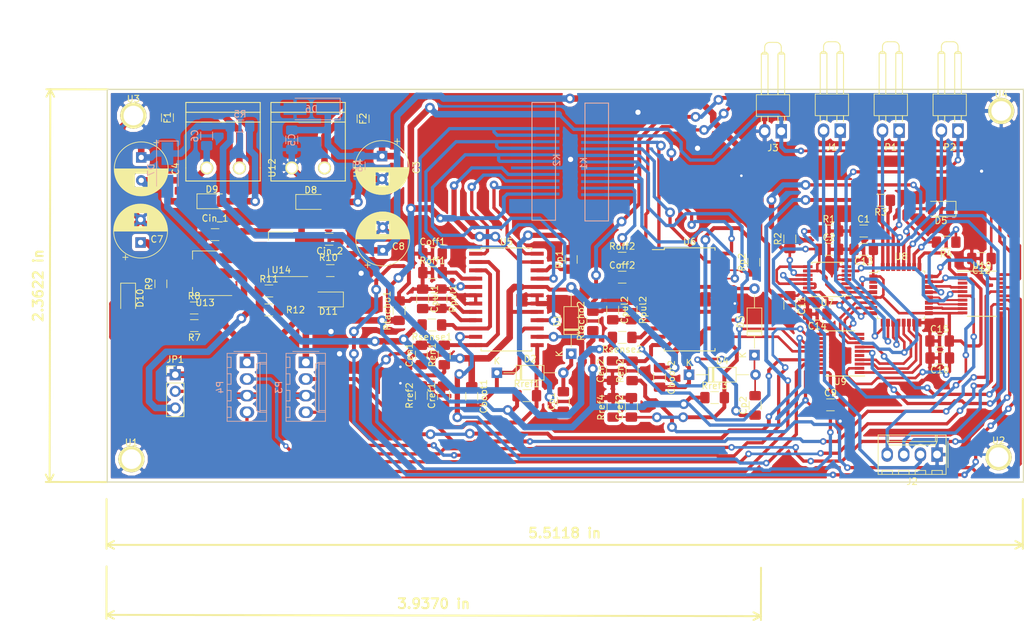
<source format=kicad_pcb>
(kicad_pcb (version 20171130) (host pcbnew "(5.0.0-3-g5ebb6b6)")
  (layers (0 F.Cu signal) (31 B.Cu signal) (34 B.Paste user) (35 F.Paste user) (36 B.SilkS user) (37 F.SilkS user) (38 B.Mask user) (39 F.Mask user) (44 Edge.Cuts user))
  (net 0 "")
  (net 1 +3V3)
  (net 2 GND)
  (net 3 "/uC/nrst(3V3)")
  (net 4 +10V)
  (net 5 +12V)
  (net 6 GNDPWR)
  (net 7 +5V)
  (net 8 "Net-(Cboot1-Pad2)")
  (net 9 "Net-(Cboot2-Pad2)")
  (net 10 /motor_part/DIAG_1)
  (net 11 /motor_part/DIAG_2)
  (net 12 "Net-(Coff1-Pad2)")
  (net 13 "Net-(Coff2-Pad2)")
  (net 14 "Net-(Cp1-Pad2)")
  (net 15 "Net-(Cp1-Pad1)")
  (net 16 "Net-(Cp2-Pad1)")
  (net 17 "Net-(Cp2-Pad2)")
  (net 18 "Net-(Cpul1-Pad2)")
  (net 19 "Net-(Cpul2-Pad2)")
  (net 20 "Net-(Cref1-Pad1)")
  (net 21 "Net-(Cref2-Pad1)")
  (net 22 /power_part/Alim_puiss)
  (net 23 /power_part/Alim_num)
  (net 24 /motor_part/Out_11)
  (net 25 /motor_part/Out_21)
  (net 26 /motor_part/Out_31)
  (net 27 /motor_part/Hall_sensor_11)
  (net 28 /motor_part/Hall_sensor_31)
  (net 29 /motor_part/Hall_sensor_21)
  (net 30 /motor_part/Out_12)
  (net 31 /motor_part/Out_22)
  (net 32 /motor_part/Out_33)
  (net 33 /motor_part/Hall_sensor_22)
  (net 34 /motor_part/Hall_sensor_32)
  (net 35 /motor_part/Hall_sensor_12)
  (net 36 "/uC/Cmd_En_1(3V3)")
  (net 37 "/uC/Cmd_En_2(3V3)")
  (net 38 "Net-(R3-Pad1)")
  (net 39 "Net-(JP1-Pad2)")
  (net 40 "Net-(D5-Pad2)")
  (net 41 "Net-(R4-Pad1)")
  (net 42 "Net-(D9-Pad2)")
  (net 43 "Net-(D8-Pad2)")
  (net 44 "Net-(R7-Pad1)")
  (net 45 "Net-(D10-Pad2)")
  (net 46 "Net-(R10-Pad2)")
  (net 47 "Net-(D11-Pad2)")
  (net 48 /motor_part/EN_1)
  (net 49 /motor_part/EN_2)
  (net 50 "Net-(Rp1-Pad1)")
  (net 51 "Net-(Rp2-Pad1)")
  (net 52 "Net-(Rsense1-Pad1)")
  (net 53 "Net-(Rsense2-Pad1)")
  (net 54 /motor_part/TACHO_1)
  (net 55 /motor_part/TACHO_2)
  (net 56 "Net-(U7-Pad3)")
  (net 57 "Net-(U7-Pad12)")
  (net 58 "/uC/Brake_1(3V3)")
  (net 59 "/uC/Dir_1(3V3)")
  (net 60 "/uC/Diag_1(3V3)")
  (net 61 "/uC/Tacho_1(3V3)")
  (net 62 "/uC/Brake_2(3V3)")
  (net 63 "/uC/Dir_2(3V3)")
  (net 64 /motor_part/DIR_2)
  (net 65 /motor_part/BRAKE_2)
  (net 66 /motor_part/DIR_1)
  (net 67 /motor_part/BRAKE_1)
  (net 68 "/uC/Diag_2(3V3)")
  (net 69 "/uC/Tacho_2(3V3)")
  (net 70 /encodeurs/Ch_A1)
  (net 71 /encodeurs/Ch_B1)
  (net 72 /encodeurs/Ch_A2)
  (net 73 /encodeurs/Ch_B2)
  (net 74 "/encodeurs/Ch_B2(+5V)")
  (net 75 "/encodeurs/Ch_A2(+5V)")
  (net 76 "/encodeurs/Ch_B1(+5V)")
  (net 77 "/encodeurs/Ch_A1(+5V)")
  (net 78 "/uC/RX(3V3)")
  (net 79 "/uC/TX(3V3)")
  (net 80 "/uC/swclk(3V3)")
  (net 81 "/uC/swdio(3V3)")
  (net 82 "/uC/I2C_SDA(3V3)")
  (net 83 "/uC/I2C_SCL(3V3)")
  (net 84 "/uC/Free_2(3V3)")
  (net 85 "/uC/Free_1(3V3)")
  (net 86 "Net-(U8-Pad2)")
  (net 87 "Net-(U8-Pad3)")
  (net 88 "Net-(U10-Pad5)")
  (net 89 "Net-(U10-Pad6)")
  (module Package_SO:SOIC-24W_7.5x15.4mm_P1.27mm (layer F.Cu) (at 159.2 93.185)
    (fp_text reference U6 (at 0 -8.8) (layer F.SilkS))
    (fp_text value L6235D)
    (pad 24 smd rect (at 4.7 -6.985) (size 2 0.6) (layers F.Cu F.Paste F.Mask) (net 34 /motor_part/Hall_sensor_32))
    (pad 23 smd rect (at 4.7 -5.715) (size 2 0.6) (layers F.Cu F.Paste F.Mask) (net 33 /motor_part/Hall_sensor_22))
    (pad 22 smd rect (at 4.7 -4.445) (size 2 0.6) (layers F.Cu F.Paste F.Mask) (net 51 "Net-(Rp2-Pad1)"))
    (pad 21 smd rect (at 4.7 -3.175) (size 2 0.6) (layers F.Cu F.Paste F.Mask) (net 31 /motor_part/Out_22))
    (pad 20 smd rect (at 4.7 -1.905) (size 2 0.6) (layers F.Cu F.Paste F.Mask) (net 5 +12V))
    (pad 19 smd rect (at 4.7 -0.635) (size 2 0.6) (layers F.Cu F.Paste F.Mask) (net 2 GND))
    (pad 18 smd rect (at 4.7 0.635) (size 2 0.6) (layers F.Cu F.Paste F.Mask) (net 2 GND))
    (pad 17 smd rect (at 4.7 1.905) (size 2 0.6) (layers F.Cu F.Paste F.Mask) (net 5 +12V))
    (pad 16 smd rect (at 4.7 3.175) (size 2 0.6) (layers F.Cu F.Paste F.Mask) (net 32 /motor_part/Out_33))
    (pad 15 smd rect (at 4.7 4.445) (size 2 0.6) (layers F.Cu F.Paste F.Mask) (net 9 "Net-(Cboot2-Pad2)"))
    (pad 14 smd rect (at 4.7 5.715) (size 2 0.6) (layers F.Cu F.Paste F.Mask) (net 65 /motor_part/BRAKE_2))
    (pad 13 smd rect (at 4.7 6.985) (size 2 0.6) (layers F.Cu F.Paste F.Mask) (net 21 "Net-(Cref2-Pad1)"))
    (pad 12 smd rect (at -4.7 6.985) (size 2 0.6) (layers F.Cu F.Paste F.Mask) (net 11 /motor_part/DIAG_2))
    (pad 11 smd rect (at -4.7 5.715) (size 2 0.6) (layers F.Cu F.Paste F.Mask) (net 64 /motor_part/DIR_2))
    (pad 10 smd rect (at -4.7 4.445) (size 2 0.6) (layers F.Cu F.Paste F.Mask) (net 53 "Net-(Rsense2-Pad1)"))
    (pad 9 smd rect (at -4.7 3.175) (size 2 0.6) (layers F.Cu F.Paste F.Mask) (net 19 "Net-(Cpul2-Pad2)"))
    (pad 8 smd rect (at -4.7 1.905) (size 2 0.6) (layers F.Cu F.Paste F.Mask) (net 55 /motor_part/TACHO_2))
    (pad 7 smd rect (at -4.7 0.635) (size 2 0.6) (layers F.Cu F.Paste F.Mask) (net 2 GND))
    (pad 6 smd rect (at -4.7 -0.635) (size 2 0.6) (layers F.Cu F.Paste F.Mask) (net 2 GND))
    (pad 5 smd rect (at -4.7 -1.905) (size 2 0.6) (layers F.Cu F.Paste F.Mask) (net 30 /motor_part/Out_12))
    (pad 4 smd rect (at -4.7 -3.175) (size 2 0.6) (layers F.Cu F.Paste F.Mask) (net 13 "Net-(Coff2-Pad2)"))
    (pad 3 smd rect (at -4.7 -4.445) (size 2 0.6) (layers F.Cu F.Paste F.Mask) (net 53 "Net-(Rsense2-Pad1)"))
    (pad 2 smd rect (at -4.7 -5.715) (size 2 0.6) (layers F.Cu F.Paste F.Mask) (net 11 /motor_part/DIAG_2))
    (pad 1 smd rect (at -4.7 -6.985) (size 2 0.6) (layers F.Cu F.Paste F.Mask) (net 35 /motor_part/Hall_sensor_12))
  )
  (module Package_SO:SOIC-24W_7.5x15.4mm_P1.27mm (layer F.Cu) (at 131.2 93.195)
    (fp_text reference U5 (at 0 -8.8) (layer F.SilkS))
    (fp_text value L6235D)
    (pad 24 smd rect (at 4.7 -6.985) (size 2 0.6) (layers F.Cu F.Paste F.Mask) (net 28 /motor_part/Hall_sensor_31))
    (pad 23 smd rect (at 4.7 -5.715) (size 2 0.6) (layers F.Cu F.Paste F.Mask) (net 29 /motor_part/Hall_sensor_21))
    (pad 22 smd rect (at 4.7 -4.445) (size 2 0.6) (layers F.Cu F.Paste F.Mask) (net 50 "Net-(Rp1-Pad1)"))
    (pad 21 smd rect (at 4.7 -3.175) (size 2 0.6) (layers F.Cu F.Paste F.Mask) (net 25 /motor_part/Out_21))
    (pad 20 smd rect (at 4.7 -1.905) (size 2 0.6) (layers F.Cu F.Paste F.Mask) (net 5 +12V))
    (pad 19 smd rect (at 4.7 -0.635) (size 2 0.6) (layers F.Cu F.Paste F.Mask) (net 2 GND))
    (pad 18 smd rect (at 4.7 0.635) (size 2 0.6) (layers F.Cu F.Paste F.Mask) (net 2 GND))
    (pad 17 smd rect (at 4.7 1.905) (size 2 0.6) (layers F.Cu F.Paste F.Mask) (net 5 +12V))
    (pad 16 smd rect (at 4.7 3.175) (size 2 0.6) (layers F.Cu F.Paste F.Mask) (net 26 /motor_part/Out_31))
    (pad 15 smd rect (at 4.7 4.445) (size 2 0.6) (layers F.Cu F.Paste F.Mask) (net 8 "Net-(Cboot1-Pad2)"))
    (pad 14 smd rect (at 4.7 5.715) (size 2 0.6) (layers F.Cu F.Paste F.Mask) (net 67 /motor_part/BRAKE_1))
    (pad 13 smd rect (at 4.7 6.985) (size 2 0.6) (layers F.Cu F.Paste F.Mask) (net 20 "Net-(Cref1-Pad1)"))
    (pad 12 smd rect (at -4.7 6.985) (size 2 0.6) (layers F.Cu F.Paste F.Mask) (net 10 /motor_part/DIAG_1))
    (pad 11 smd rect (at -4.7 5.715) (size 2 0.6) (layers F.Cu F.Paste F.Mask) (net 66 /motor_part/DIR_1))
    (pad 10 smd rect (at -4.7 4.445) (size 2 0.6) (layers F.Cu F.Paste F.Mask) (net 52 "Net-(Rsense1-Pad1)"))
    (pad 9 smd rect (at -4.7 3.175) (size 2 0.6) (layers F.Cu F.Paste F.Mask) (net 18 "Net-(Cpul1-Pad2)"))
    (pad 8 smd rect (at -4.7 1.905) (size 2 0.6) (layers F.Cu F.Paste F.Mask) (net 54 /motor_part/TACHO_1))
    (pad 7 smd rect (at -4.7 0.635) (size 2 0.6) (layers F.Cu F.Paste F.Mask) (net 2 GND))
    (pad 6 smd rect (at -4.7 -0.635) (size 2 0.6) (layers F.Cu F.Paste F.Mask) (net 2 GND))
    (pad 5 smd rect (at -4.7 -1.905) (size 2 0.6) (layers F.Cu F.Paste F.Mask) (net 24 /motor_part/Out_11))
    (pad 4 smd rect (at -4.7 -3.175) (size 2 0.6) (layers F.Cu F.Paste F.Mask) (net 12 "Net-(Coff1-Pad2)"))
    (pad 3 smd rect (at -4.7 -4.445) (size 2 0.6) (layers F.Cu F.Paste F.Mask) (net 52 "Net-(Rsense1-Pad1)"))
    (pad 2 smd rect (at -4.7 -5.715) (size 2 0.6) (layers F.Cu F.Paste F.Mask) (net 10 /motor_part/DIAG_1))
    (pad 1 smd rect (at -4.7 -6.985) (size 2 0.6) (layers F.Cu F.Paste F.Mask) (net 27 /motor_part/Hall_sensor_11))
  )
  (module Diode_THT:D_DO-35_SOD27_P10.16mm_Horizontal (layer F.Cu) (at 169.1 101.7 90)
    (fp_text reference D3 (at 5.08 -2.12 90) (layer F.SilkS))
    (fp_text value 1N4148)
    (fp_text user K (at 0 -1.8 90) (layer F.SilkS))
    (pad 2 thru_hole oval (at 10.16 0 90) (size 1.6 1.6) (drill 0.8) (layers *.Cu *.Mask) (net 5 +12V))
    (pad 1 thru_hole rect (at 0 0 90) (size 1.6 1.6) (drill 0.8) (layers *.Cu *.Mask) (net 17 "Net-(Cp2-Pad2)"))
  )
  (module Capacitor_THT:CP_Radial_D8.0mm_P3.50mm (layer F.Cu) (at 75.4 71.5 270)
    (fp_text reference C4 (at 1.75 -5.25 270) (layer F.SilkS))
    (fp_text value 100u)
    (pad 2 thru_hole circle (at 3.5 0 270) (size 1.6 1.6) (drill 0.8) (layers *.Cu *.Mask) (net 6 GNDPWR))
    (pad 1 thru_hole rect (at 0 0 270) (size 1.6 1.6) (drill 0.8) (layers *.Cu *.Mask) (net 5 +12V))
  )
  (module Package_QFP:LQFP-32_7x7mm_P0.8mm (layer F.Cu) (at 191.50074 92.495223)
    (fp_text reference U8 (at 0 -5.85) (layer F.SilkS))
    (fp_text value stm32f303k8t6)
    (pad 32 smd rect (at -2.8 -4.25 90) (size 1.2 0.6) (layers F.Cu F.Paste F.Mask) (net 2 GND))
    (pad 31 smd rect (at -2 -4.25 90) (size 1.2 0.6) (layers F.Cu F.Paste F.Mask) (net 38 "Net-(R3-Pad1)"))
    (pad 30 smd rect (at -1.2 -4.25 90) (size 1.2 0.6) (layers F.Cu F.Paste F.Mask) (net 82 "/uC/I2C_SDA(3V3)"))
    (pad 29 smd rect (at -0.4 -4.25 90) (size 1.2 0.6) (layers F.Cu F.Paste F.Mask) (net 83 "/uC/I2C_SCL(3V3)"))
    (pad 28 smd rect (at 0.4 -4.25 90) (size 1.2 0.6) (layers F.Cu F.Paste F.Mask) (net 37 "/uC/Cmd_En_2(3V3)"))
    (pad 27 smd rect (at 1.2 -4.25 90) (size 1.2 0.6) (layers F.Cu F.Paste F.Mask) (net 62 "/uC/Brake_2(3V3)"))
    (pad 26 smd rect (at 2 -4.25 90) (size 1.2 0.6) (layers F.Cu F.Paste F.Mask) (net 63 "/uC/Dir_2(3V3)"))
    (pad 25 smd rect (at 2.8 -4.25 90) (size 1.2 0.6) (layers F.Cu F.Paste F.Mask) (net 68 "/uC/Diag_2(3V3)"))
    (pad 24 smd rect (at 4.25 -2.8) (size 1.2 0.6) (layers F.Cu F.Paste F.Mask) (net 80 "/uC/swclk(3V3)"))
    (pad 23 smd rect (at 4.25 -2) (size 1.2 0.6) (layers F.Cu F.Paste F.Mask) (net 81 "/uC/swdio(3V3)"))
    (pad 22 smd rect (at 4.25 -1.2) (size 1.2 0.6) (layers F.Cu F.Paste F.Mask) (net 69 "/uC/Tacho_2(3V3)"))
    (pad 21 smd rect (at 4.25 -0.4) (size 1.2 0.6) (layers F.Cu F.Paste F.Mask) (net 41 "Net-(R4-Pad1)"))
    (pad 20 smd rect (at 4.25 0.4) (size 1.2 0.6) (layers F.Cu F.Paste F.Mask) (net 61 "/uC/Tacho_1(3V3)"))
    (pad 19 smd rect (at 4.25 1.2) (size 1.2 0.6) (layers F.Cu F.Paste F.Mask) (net 73 /encodeurs/Ch_B2))
    (pad 18 smd rect (at 4.25 2) (size 1.2 0.6) (layers F.Cu F.Paste F.Mask) (net 72 /encodeurs/Ch_A2))
    (pad 17 smd rect (at 4.25 2.8) (size 1.2 0.6) (layers F.Cu F.Paste F.Mask) (net 1 +3V3))
    (pad 16 smd rect (at 2.8 4.25 90) (size 1.2 0.6) (layers F.Cu F.Paste F.Mask) (net 2 GND))
    (pad 15 smd rect (at 2 4.25 90) (size 1.2 0.6) (layers F.Cu F.Paste F.Mask) (net 60 "/uC/Diag_1(3V3)"))
    (pad 14 smd rect (at 1.2 4.25 90) (size 1.2 0.6) (layers F.Cu F.Paste F.Mask) (net 59 "/uC/Dir_1(3V3)"))
    (pad 13 smd rect (at 0.4 4.25 90) (size 1.2 0.6) (layers F.Cu F.Paste F.Mask) (net 58 "/uC/Brake_1(3V3)"))
    (pad 12 smd rect (at -0.4 4.25 90) (size 1.2 0.6) (layers F.Cu F.Paste F.Mask) (net 36 "/uC/Cmd_En_1(3V3)"))
    (pad 11 smd rect (at -1.2 4.25 90) (size 1.2 0.6) (layers F.Cu F.Paste F.Mask) (net 84 "/uC/Free_2(3V3)"))
    (pad 10 smd rect (at -2 4.25 90) (size 1.2 0.6) (layers F.Cu F.Paste F.Mask) (net 85 "/uC/Free_1(3V3)"))
    (pad 9 smd rect (at -2.8 4.25 90) (size 1.2 0.6) (layers F.Cu F.Paste F.Mask) (net 78 "/uC/RX(3V3)"))
    (pad 8 smd rect (at -4.25 2.8) (size 1.2 0.6) (layers F.Cu F.Paste F.Mask) (net 79 "/uC/TX(3V3)"))
    (pad 7 smd rect (at -4.25 2) (size 1.2 0.6) (layers F.Cu F.Paste F.Mask) (net 71 /encodeurs/Ch_B1))
    (pad 6 smd rect (at -4.25 1.2) (size 1.2 0.6) (layers F.Cu F.Paste F.Mask) (net 70 /encodeurs/Ch_A1))
    (pad 5 smd rect (at -4.25 0.4) (size 1.2 0.6) (layers F.Cu F.Paste F.Mask) (net 1 +3V3))
    (pad 4 smd rect (at -4.25 -0.4) (size 1.2 0.6) (layers F.Cu F.Paste F.Mask) (net 3 "/uC/nrst(3V3)"))
    (pad 3 smd rect (at -4.25 -1.2) (size 1.2 0.6) (layers F.Cu F.Paste F.Mask) (net 87 "Net-(U8-Pad3)"))
    (pad 2 smd rect (at -4.25 -2) (size 1.2 0.6) (layers F.Cu F.Paste F.Mask) (net 86 "Net-(U8-Pad2)"))
    (pad 1 smd rect (at -4.25 -2.8) (size 1.2 0.6) (layers F.Cu F.Paste F.Mask) (net 1 +3V3))
  )
  (module Package_SO:TSSOP-20_4.4x6.5mm_P0.65mm (layer F.Cu) (at 203.85 92.325)
    (fp_text reference U10 (at 0 -4.3) (layer F.SilkS))
    (fp_text value txb0108)
    (pad 20 smd rect (at 2.95 -2.925) (size 1.45 0.45) (layers F.Cu F.Paste F.Mask) (net 11 /motor_part/DIAG_2))
    (pad 19 smd rect (at 2.95 -2.275) (size 1.45 0.45) (layers F.Cu F.Paste F.Mask) (net 7 +5V))
    (pad 18 smd rect (at 2.95 -1.625) (size 1.45 0.45) (layers F.Cu F.Paste F.Mask))
    (pad 17 smd rect (at 2.95 -0.975) (size 1.45 0.45) (layers F.Cu F.Paste F.Mask) (net 55 /motor_part/TACHO_2))
    (pad 16 smd rect (at 2.95 -0.325) (size 1.45 0.45) (layers F.Cu F.Paste F.Mask) (net 48 /motor_part/EN_1))
    (pad 15 smd rect (at 2.95 0.325) (size 1.45 0.45) (layers F.Cu F.Paste F.Mask) (net 49 /motor_part/EN_2))
    (pad 14 smd rect (at 2.95 0.975) (size 1.45 0.45) (layers F.Cu F.Paste F.Mask) (net 54 /motor_part/TACHO_1))
    (pad 13 smd rect (at 2.95 1.625) (size 1.45 0.45) (layers F.Cu F.Paste F.Mask) (net 74 "/encodeurs/Ch_B2(+5V)"))
    (pad 12 smd rect (at 2.95 2.275) (size 1.45 0.45) (layers F.Cu F.Paste F.Mask) (net 75 "/encodeurs/Ch_A2(+5V)"))
    (pad 11 smd rect (at 2.95 2.925) (size 1.45 0.45) (layers F.Cu F.Paste F.Mask) (net 2 GND))
    (pad 10 smd rect (at -2.95 2.925) (size 1.45 0.45) (layers F.Cu F.Paste F.Mask) (net 1 +3V3))
    (pad 9 smd rect (at -2.95 2.275) (size 1.45 0.45) (layers F.Cu F.Paste F.Mask) (net 72 /encodeurs/Ch_A2))
    (pad 8 smd rect (at -2.95 1.625) (size 1.45 0.45) (layers F.Cu F.Paste F.Mask) (net 73 /encodeurs/Ch_B2))
    (pad 7 smd rect (at -2.95 0.975) (size 1.45 0.45) (layers F.Cu F.Paste F.Mask) (net 61 "/uC/Tacho_1(3V3)"))
    (pad 6 smd rect (at -2.95 0.325) (size 1.45 0.45) (layers F.Cu F.Paste F.Mask) (net 89 "Net-(U10-Pad6)"))
    (pad 5 smd rect (at -2.95 -0.325) (size 1.45 0.45) (layers F.Cu F.Paste F.Mask) (net 88 "Net-(U10-Pad5)"))
    (pad 4 smd rect (at -2.95 -0.975) (size 1.45 0.45) (layers F.Cu F.Paste F.Mask) (net 69 "/uC/Tacho_2(3V3)"))
    (pad 3 smd rect (at -2.95 -1.625) (size 1.45 0.45) (layers F.Cu F.Paste F.Mask))
    (pad 2 smd rect (at -2.95 -2.275) (size 1.45 0.45) (layers F.Cu F.Paste F.Mask) (net 1 +3V3))
    (pad 1 smd rect (at -2.95 -2.925) (size 1.45 0.45) (layers F.Cu F.Paste F.Mask) (net 68 "/uC/Diag_2(3V3)"))
  )
  (module maxon:Molex-52610-1133 (layer B.Cu) (at 140 67.2 270)
    (fp_text reference K2 (at 4.7 1.1 270) (layer B.SilkS) (effects (justify mirror)))
    (fp_text value Maxon-200142)
    (pad 2 smd rect (at 9 -6.3 270) (size 0.45 7.4) (layers B.Cu B.Paste B.Mask) (net 30 /motor_part/Out_12))
    (pad 4 smd rect (at 7 -6.3 270) (size 0.45 7.4) (layers B.Cu B.Paste B.Mask) (net 31 /motor_part/Out_22))
    (pad 6 smd rect (at 5 -6.3 270) (size 0.45 7.4) (layers B.Cu B.Paste B.Mask) (net 32 /motor_part/Out_33))
    (pad 8 smd rect (at 3 -6.3 270) (size 0.45 7.4) (layers B.Cu B.Paste B.Mask) (net 33 /motor_part/Hall_sensor_22))
    (pad 10 smd rect (at 1 -6.3 270) (size 0.45 7.4) (layers B.Cu B.Paste B.Mask) (net 34 /motor_part/Hall_sensor_32))
    (pad 11 smd rect (at 0 -6.3 270) (size 0.45 7.4) (layers B.Cu B.Paste B.Mask) (net 7 +5V))
    (pad 9 smd rect (at 2 -6.3 270) (size 0.45 7.4) (layers B.Cu B.Paste B.Mask) (net 35 /motor_part/Hall_sensor_12))
    (pad 7 smd rect (at 4 -6.3 270) (size 0.45 7.4) (layers B.Cu B.Paste B.Mask) (net 2 GND))
    (pad 5 smd rect (at 6 -6.3 270) (size 0.45 7.4) (layers B.Cu B.Paste B.Mask) (net 32 /motor_part/Out_33))
    (pad 3 smd rect (at 8 -6.3 270) (size 0.45 7.4) (layers B.Cu B.Paste B.Mask) (net 31 /motor_part/Out_22))
    (pad 1 smd rect (at 10 -6.3 270) (size 0.45 7.4) (layers B.Cu B.Paste B.Mask) (net 30 /motor_part/Out_12))
  )
  (module Capacitor_THT:CP_Radial_D8.0mm_P3.50mm (layer F.Cu) (at 112.3 85.7 90)
    (fp_text reference C8 (at 0.6 2.4 180) (layer F.SilkS))
    (fp_text value 10u)
    (pad 2 thru_hole circle (at 3.5 0 90) (size 1.6 1.6) (drill 0.8) (layers *.Cu *.Mask) (net 2 GND))
    (pad 1 thru_hole rect (at 0 0 90) (size 1.6 1.6) (drill 0.8) (layers *.Cu *.Mask) (net 1 +3V3))
  )
  (module Capacitor_SMD:C_1206_3216Metric_Pad1.42x1.75mm_HandSolder (layer F.Cu) (at 104.1125 84)
    (fp_text reference Cin_2 (at 0.0875 1.8) (layer F.SilkS))
    (fp_text value 0,1u)
    (pad 2 smd roundrect (at 1.4875 0) (size 1.425 1.75) (layers F.Cu F.Paste F.Mask) (roundrect_rratio 0.175439) (net 2 GND))
    (pad 1 smd roundrect (at -1.4875 0) (size 1.425 1.75) (layers F.Cu F.Paste F.Mask) (roundrect_rratio 0.175439) (net 4 +10V))
  )
  (module Resistor_SMD:R_1206_3216Metric_Pad1.42x1.75mm_HandSolder (layer F.Cu) (at 104.2875 88.8 180)
    (fp_text reference R10 (at 0.2875 2 180) (layer F.SilkS))
    (fp_text value 370)
    (pad 2 smd roundrect (at 1.4875 0 180) (size 1.425 1.75) (layers F.Cu F.Paste F.Mask) (roundrect_rratio 0.175439) (net 46 "Net-(R10-Pad2)"))
    (pad 1 smd roundrect (at -1.4875 0 180) (size 1.425 1.75) (layers F.Cu F.Paste F.Mask) (roundrect_rratio 0.175439) (net 2 GND))
  )
  (module Resistor_SMD:R_1206_3216Metric_Pad1.42x1.75mm_HandSolder (layer F.Cu) (at 94.9125 91.9)
    (fp_text reference R11 (at 0 -1.82) (layer F.SilkS))
    (fp_text value 220)
    (pad 2 smd roundrect (at 1.4875 0) (size 1.425 1.75) (layers F.Cu F.Paste F.Mask) (roundrect_rratio 0.175439) (net 46 "Net-(R10-Pad2)"))
    (pad 1 smd roundrect (at -1.4875 0) (size 1.425 1.75) (layers F.Cu F.Paste F.Mask) (roundrect_rratio 0.175439) (net 1 +3V3))
  )
  (module Resistor_SMD:R_1206_3216Metric_Pad1.42x1.75mm_HandSolder (layer F.Cu) (at 94.8875 94.8 180)
    (fp_text reference R12 (at -4.0875 0 180) (layer F.SilkS))
    (fp_text value 470)
    (pad 2 smd roundrect (at 1.4875 0 180) (size 1.425 1.75) (layers F.Cu F.Paste F.Mask) (roundrect_rratio 0.175439) (net 1 +3V3))
    (pad 1 smd roundrect (at -1.4875 0 180) (size 1.425 1.75) (layers F.Cu F.Paste F.Mask) (roundrect_rratio 0.175439) (net 47 "Net-(D11-Pad2)"))
  )
  (module Package_TO_SOT_SMD:SOT-223-3_TabPin2 (layer F.Cu) (at 96.75 86.3 180)
    (fp_text reference U14 (at -0.05 -2.4 180) (layer F.SilkS))
    (fp_text value LM317_SOT223)
    (pad 1 smd rect (at -3.15 -2.3 180) (size 2 1.5) (layers F.Cu F.Paste F.Mask) (net 46 "Net-(R10-Pad2)"))
    (pad 3 smd rect (at -3.15 2.3 180) (size 2 1.5) (layers F.Cu F.Paste F.Mask) (net 4 +10V))
    (pad 2 smd rect (at -3.15 0 180) (size 2 1.5) (layers F.Cu F.Paste F.Mask) (net 1 +3V3))
    (pad 2 smd rect (at 3.15 0 180) (size 2 3.8) (layers F.Cu F.Paste F.Mask) (net 1 +3V3))
  )
  (module Fuse:Fuse_1206_3216Metric_Pad1.42x1.75mm_HandSolder (layer F.Cu) (at 79.4 65.4125 90)
    (fp_text reference F1 (at -0.0125 0 90) (layer F.SilkS))
    (fp_text value Fuse_Puiss)
    (pad 2 smd roundrect (at 1.4875 0 90) (size 1.425 1.75) (layers F.Cu F.Paste F.Mask) (roundrect_rratio 0.175439) (net 22 /power_part/Alim_puiss))
    (pad 1 smd roundrect (at -1.4875 0 90) (size 1.425 1.75) (layers F.Cu F.Paste F.Mask) (roundrect_rratio 0.175439) (net 5 +12V))
  )
  (module Capacitor_THT:CP_Radial_D8.0mm_P3.50mm (layer F.Cu) (at 75.3 84.5 90)
    (fp_text reference C7 (at 0.5 2.5 180) (layer F.SilkS))
    (fp_text value 10u)
    (pad 2 thru_hole circle (at 3.5 0 90) (size 1.6 1.6) (drill 0.8) (layers *.Cu *.Mask) (net 2 GND))
    (pad 1 thru_hole rect (at 0 0 90) (size 1.6 1.6) (drill 0.8) (layers *.Cu *.Mask) (net 7 +5V))
  )
  (module Capacitor_THT:CP_Radial_D8.0mm_P3.50mm (layer F.Cu) (at 112.2 71.3 270)
    (fp_text reference C3 (at 1.75 -5.25 270) (layer F.SilkS))
    (fp_text value 100u)
    (pad 2 thru_hole circle (at 3.5 0 270) (size 1.6 1.6) (drill 0.8) (layers *.Cu *.Mask) (net 2 GND))
    (pad 1 thru_hole rect (at 0 0 270) (size 1.6 1.6) (drill 0.8) (layers *.Cu *.Mask) (net 4 +10V))
  )
  (module Capacitor_SMD:C_1206_3216Metric_Pad1.42x1.75mm_HandSolder (layer F.Cu) (at 185.78824 82.745223)
    (fp_text reference C1 (at 0 -1.82) (layer F.SilkS))
    (fp_text value 100n)
    (pad 2 smd roundrect (at 1.4875 0) (size 1.425 1.75) (layers F.Cu F.Paste F.Mask) (roundrect_rratio 0.175439) (net 1 +3V3))
    (pad 1 smd roundrect (at -1.4875 0) (size 1.425 1.75) (layers F.Cu F.Paste F.Mask) (roundrect_rratio 0.175439) (net 2 GND))
  )
  (module Capacitor_SMD:C_1206_3216Metric_Pad1.42x1.75mm_HandSolder (layer F.Cu) (at 180.48824 85.545223)
    (fp_text reference C2 (at 0 -1.82) (layer F.SilkS))
    (fp_text value 100n)
    (pad 2 smd roundrect (at 1.4875 0) (size 1.425 1.75) (layers F.Cu F.Paste F.Mask) (roundrect_rratio 0.175439) (net 2 GND))
    (pad 1 smd roundrect (at -1.4875 0) (size 1.425 1.75) (layers F.Cu F.Paste F.Mask) (roundrect_rratio 0.175439) (net 3 "/uC/nrst(3V3)"))
  )
  (module Capacitor_SMD:C_1206_3216Metric_Pad1.42x1.75mm_HandSolder (layer B.Cu) (at 98.4 68.8125 270)
    (fp_text reference C5 (at 0 0 270) (layer B.SilkS) (effects (justify mirror)))
    (fp_text value 100n)
    (pad 2 smd roundrect (at 1.4875 0 270) (size 1.425 1.75) (layers B.Cu B.Paste B.Mask) (roundrect_rratio 0.175439) (net 2 GND))
    (pad 1 smd roundrect (at -1.4875 0 270) (size 1.425 1.75) (layers B.Cu B.Paste B.Mask) (roundrect_rratio 0.175439) (net 4 +10V))
  )
  (module Capacitor_SMD:C_1206_3216Metric_Pad1.42x1.75mm_HandSolder (layer B.Cu) (at 85.4 68.2125 270)
    (fp_text reference C6 (at 0 1.82 270) (layer B.SilkS) (effects (justify mirror)))
    (fp_text value 100n)
    (pad 2 smd roundrect (at 1.4875 0 270) (size 1.425 1.75) (layers B.Cu B.Paste B.Mask) (roundrect_rratio 0.175439) (net 6 GNDPWR))
    (pad 1 smd roundrect (at -1.4875 0 270) (size 1.425 1.75) (layers B.Cu B.Paste B.Mask) (roundrect_rratio 0.175439) (net 5 +12V))
  )
  (module Capacitor_SMD:C_1206_3216Metric_Pad1.42x1.75mm_HandSolder (layer F.Cu) (at 180.7125 109.3)
    (fp_text reference C9 (at 0 -1.82) (layer F.SilkS))
    (fp_text value 0,1u)
    (pad 2 smd roundrect (at 1.4875 0) (size 1.425 1.75) (layers F.Cu F.Paste F.Mask) (roundrect_rratio 0.175439) (net 2 GND))
    (pad 1 smd roundrect (at -1.4875 0) (size 1.425 1.75) (layers F.Cu F.Paste F.Mask) (roundrect_rratio 0.175439) (net 7 +5V))
  )
  (module Capacitor_SMD:C_1206_3216Metric_Pad1.42x1.75mm_HandSolder (layer F.Cu) (at 197.41324 102.145223 180)
    (fp_text reference C10 (at 0 -1.82 180) (layer F.SilkS))
    (fp_text value 0,1u)
    (pad 2 smd roundrect (at 1.4875 0 180) (size 1.425 1.75) (layers F.Cu F.Paste F.Mask) (roundrect_rratio 0.175439) (net 2 GND))
    (pad 1 smd roundrect (at -1.4875 0 180) (size 1.425 1.75) (layers F.Cu F.Paste F.Mask) (roundrect_rratio 0.175439) (net 1 +3V3))
  )
  (module Capacitor_SMD:C_1206_3216Metric_Pad1.42x1.75mm_HandSolder (layer F.Cu) (at 174.5 94.1125 270)
    (fp_text reference C11 (at 0 -1.82 270) (layer F.SilkS))
    (fp_text value 0,1u)
    (pad 2 smd roundrect (at 1.4875 0 270) (size 1.425 1.75) (layers F.Cu F.Paste F.Mask) (roundrect_rratio 0.175439) (net 2 GND))
    (pad 1 smd roundrect (at -1.4875 0 270) (size 1.425 1.75) (layers F.Cu F.Paste F.Mask) (roundrect_rratio 0.175439) (net 1 +3V3))
  )
  (module Capacitor_SMD:C_1206_3216Metric_Pad1.42x1.75mm_HandSolder (layer F.Cu) (at 203.78824 86.945223 180)
    (fp_text reference C12 (at 0 -1.82 180) (layer F.SilkS))
    (fp_text value 0,1u)
    (pad 2 smd roundrect (at 1.4875 0 180) (size 1.425 1.75) (layers F.Cu F.Paste F.Mask) (roundrect_rratio 0.175439) (net 2 GND))
    (pad 1 smd roundrect (at -1.4875 0 180) (size 1.425 1.75) (layers F.Cu F.Paste F.Mask) (roundrect_rratio 0.175439) (net 7 +5V))
  )
  (module Capacitor_SMD:C_1206_3216Metric_Pad1.42x1.75mm_HandSolder (layer F.Cu) (at 185.78824 85.545223 180)
    (fp_text reference C13 (at 0 -1.82 180) (layer F.SilkS))
    (fp_text value 100n)
    (pad 2 smd roundrect (at 1.4875 0 180) (size 1.425 1.75) (layers F.Cu F.Paste F.Mask) (roundrect_rratio 0.175439) (net 2 GND))
    (pad 1 smd roundrect (at -1.4875 0 180) (size 1.425 1.75) (layers F.Cu F.Paste F.Mask) (roundrect_rratio 0.175439) (net 1 +3V3))
  )
  (module Capacitor_SMD:C_1206_3216Metric_Pad1.42x1.75mm_HandSolder (layer F.Cu) (at 178.68824 95.445223 180)
    (fp_text reference C14 (at 0 -1.82 180) (layer F.SilkS))
    (fp_text value 100n)
    (pad 2 smd roundrect (at 1.4875 0 180) (size 1.425 1.75) (layers F.Cu F.Paste F.Mask) (roundrect_rratio 0.175439) (net 2 GND))
    (pad 1 smd roundrect (at -1.4875 0 180) (size 1.425 1.75) (layers F.Cu F.Paste F.Mask) (roundrect_rratio 0.175439) (net 1 +3V3))
  )
  (module Capacitor_SMD:C_1206_3216Metric_Pad1.42x1.75mm_HandSolder (layer F.Cu) (at 197.38824 99.545223)
    (fp_text reference C15 (at 0 -1.82) (layer F.SilkS))
    (fp_text value 100n)
    (pad 2 smd roundrect (at 1.4875 0) (size 1.425 1.75) (layers F.Cu F.Paste F.Mask) (roundrect_rratio 0.175439) (net 1 +3V3))
    (pad 1 smd roundrect (at -1.4875 0) (size 1.425 1.75) (layers F.Cu F.Paste F.Mask) (roundrect_rratio 0.175439) (net 2 GND))
  )
  (module Capacitor_SMD:C_1206_3216Metric_Pad1.42x1.75mm_HandSolder (layer F.Cu) (at 125.9 108.0125 270)
    (fp_text reference Cboot1 (at 0 -1.82 270) (layer F.SilkS))
    (fp_text value 220n)
    (pad 2 smd roundrect (at 1.4875 0 270) (size 1.425 1.75) (layers F.Cu F.Paste F.Mask) (roundrect_rratio 0.175439) (net 8 "Net-(Cboot1-Pad2)"))
    (pad 1 smd roundrect (at -1.4875 0 270) (size 1.425 1.75) (layers F.Cu F.Paste F.Mask) (roundrect_rratio 0.175439) (net 5 +12V))
  )
  (module Capacitor_SMD:C_1206_3216Metric_Pad1.42x1.75mm_HandSolder (layer F.Cu) (at 154.6 105.1125 270)
    (fp_text reference Cboot2 (at 0 -1.82 270) (layer F.SilkS))
    (fp_text value 220n)
    (pad 2 smd roundrect (at 1.4875 0 270) (size 1.425 1.75) (layers F.Cu F.Paste F.Mask) (roundrect_rratio 0.175439) (net 9 "Net-(Cboot2-Pad2)"))
    (pad 1 smd roundrect (at -1.4875 0 270) (size 1.425 1.75) (layers F.Cu F.Paste F.Mask) (roundrect_rratio 0.175439) (net 5 +12V))
  )
  (module Capacitor_SMD:C_1206_3216Metric_Pad1.42x1.75mm_HandSolder (layer F.Cu) (at 118.2 101.6875 90)
    (fp_text reference Cen1 (at 0 -1.82 90) (layer F.SilkS))
    (fp_text value 5.6n)
    (pad 2 smd roundrect (at 1.4875 0 90) (size 1.425 1.75) (layers F.Cu F.Paste F.Mask) (roundrect_rratio 0.175439) (net 10 /motor_part/DIAG_1))
    (pad 1 smd roundrect (at -1.4875 0 90) (size 1.425 1.75) (layers F.Cu F.Paste F.Mask) (roundrect_rratio 0.175439) (net 2 GND))
  )
  (module Capacitor_SMD:C_1206_3216Metric_Pad1.42x1.75mm_HandSolder (layer F.Cu) (at 147.403199 104.079427 90)
    (fp_text reference Cen2 (at 0 -1.82 90) (layer F.SilkS))
    (fp_text value 5.6n)
    (pad 2 smd roundrect (at 1.4875 0 90) (size 1.425 1.75) (layers F.Cu F.Paste F.Mask) (roundrect_rratio 0.175439) (net 11 /motor_part/DIAG_2))
    (pad 1 smd roundrect (at -1.4875 0 90) (size 1.425 1.75) (layers F.Cu F.Paste F.Mask) (roundrect_rratio 0.175439) (net 2 GND))
  )
  (module Capacitor_SMD:C_1206_3216Metric_Pad1.42x1.75mm_HandSolder (layer F.Cu) (at 86.6875 83.3 180)
    (fp_text reference Cin_1 (at 0 2.5 180) (layer F.SilkS))
    (fp_text value 0,1u)
    (pad 2 smd roundrect (at 1.4875 0 180) (size 1.425 1.75) (layers F.Cu F.Paste F.Mask) (roundrect_rratio 0.175439) (net 2 GND))
    (pad 1 smd roundrect (at -1.4875 0 180) (size 1.425 1.75) (layers F.Cu F.Paste F.Mask) (roundrect_rratio 0.175439) (net 4 +10V))
  )
  (module Capacitor_SMD:C_1206_3216Metric_Pad1.42x1.75mm_HandSolder (layer F.Cu) (at 119.9125 86.2)
    (fp_text reference Coff1 (at 0 -1.82) (layer F.SilkS))
    (fp_text value 1n)
    (pad 2 smd roundrect (at 1.4875 0) (size 1.425 1.75) (layers F.Cu F.Paste F.Mask) (roundrect_rratio 0.175439) (net 12 "Net-(Coff1-Pad2)"))
    (pad 1 smd roundrect (at -1.4875 0) (size 1.425 1.75) (layers F.Cu F.Paste F.Mask) (roundrect_rratio 0.175439) (net 2 GND))
  )
  (module Capacitor_SMD:C_1206_3216Metric_Pad1.42x1.75mm_HandSolder (layer F.Cu) (at 148.8875 89.8)
    (fp_text reference Coff2 (at 0 -1.82) (layer F.SilkS))
    (fp_text value 1n)
    (pad 2 smd roundrect (at 1.4875 0) (size 1.425 1.75) (layers F.Cu F.Paste F.Mask) (roundrect_rratio 0.175439) (net 13 "Net-(Coff2-Pad2)"))
    (pad 1 smd roundrect (at -1.4875 0) (size 1.425 1.75) (layers F.Cu F.Paste F.Mask) (roundrect_rratio 0.175439) (net 2 GND))
  )
  (module Capacitor_SMD:C_1206_3216Metric_Pad1.42x1.75mm_HandSolder (layer F.Cu) (at 139.9 108.7875 90)
    (fp_text reference Cp1 (at 0 -1.82 90) (layer F.SilkS))
    (fp_text value 10n)
    (pad 2 smd roundrect (at 1.4875 0 90) (size 1.425 1.75) (layers F.Cu F.Paste F.Mask) (roundrect_rratio 0.175439) (net 14 "Net-(Cp1-Pad2)"))
    (pad 1 smd roundrect (at -1.4875 0 90) (size 1.425 1.75) (layers F.Cu F.Paste F.Mask) (roundrect_rratio 0.175439) (net 15 "Net-(Cp1-Pad1)"))
  )
  (module Capacitor_SMD:C_1206_3216Metric_Pad1.42x1.75mm_HandSolder (layer F.Cu) (at 169.2 109.3875 90)
    (fp_text reference Cp2 (at 0 -1.82 90) (layer F.SilkS))
    (fp_text value 10n)
    (pad 2 smd roundrect (at 1.4875 0 90) (size 1.425 1.75) (layers F.Cu F.Paste F.Mask) (roundrect_rratio 0.175439) (net 17 "Net-(Cp2-Pad2)"))
    (pad 1 smd roundrect (at -1.4875 0 90) (size 1.425 1.75) (layers F.Cu F.Paste F.Mask) (roundrect_rratio 0.175439) (net 16 "Net-(Cp2-Pad1)"))
  )
  (module Capacitor_SMD:C_1206_3216Metric_Pad1.42x1.75mm_HandSolder (layer F.Cu) (at 118.4 93.1125 270)
    (fp_text reference Cpul1 (at 0 -1.82 270) (layer F.SilkS))
    (fp_text value 10n)
    (pad 2 smd roundrect (at 1.4875 0 270) (size 1.425 1.75) (layers F.Cu F.Paste F.Mask) (roundrect_rratio 0.175439) (net 18 "Net-(Cpul1-Pad2)"))
    (pad 1 smd roundrect (at -1.4875 0 270) (size 1.425 1.75) (layers F.Cu F.Paste F.Mask) (roundrect_rratio 0.175439) (net 2 GND))
  )
  (module Capacitor_SMD:C_1206_3216Metric_Pad1.42x1.75mm_HandSolder (layer F.Cu) (at 147.440349 94.820197 270)
    (fp_text reference Cpul2 (at 0 -1.82 270) (layer F.SilkS))
    (fp_text value 10n)
    (pad 2 smd roundrect (at 1.4875 0 270) (size 1.425 1.75) (layers F.Cu F.Paste F.Mask) (roundrect_rratio 0.175439) (net 19 "Net-(Cpul2-Pad2)"))
    (pad 1 smd roundrect (at -1.4875 0 270) (size 1.425 1.75) (layers F.Cu F.Paste F.Mask) (roundrect_rratio 0.175439) (net 2 GND))
  )
  (module Capacitor_SMD:C_1206_3216Metric_Pad1.42x1.75mm_HandSolder (layer F.Cu) (at 121.6 107.9125 90)
    (fp_text reference Cref1 (at 0 -1.82 90) (layer F.SilkS))
    (fp_text value 10n)
    (pad 2 smd roundrect (at 1.4875 0 90) (size 1.425 1.75) (layers F.Cu F.Paste F.Mask) (roundrect_rratio 0.175439) (net 2 GND))
    (pad 1 smd roundrect (at -1.4875 0 90) (size 1.425 1.75) (layers F.Cu F.Paste F.Mask) (roundrect_rratio 0.175439) (net 20 "Net-(Cref1-Pad1)"))
  )
  (module Capacitor_SMD:C_1206_3216Metric_Pad1.42x1.75mm_HandSolder (layer F.Cu) (at 150.3 109.6875 90)
    (fp_text reference Cref2 (at 0 -1.82 90) (layer F.SilkS))
    (fp_text value 10n)
    (pad 2 smd roundrect (at 1.4875 0 90) (size 1.425 1.75) (layers F.Cu F.Paste F.Mask) (roundrect_rratio 0.175439) (net 2 GND))
    (pad 1 smd roundrect (at -1.4875 0 90) (size 1.425 1.75) (layers F.Cu F.Paste F.Mask) (roundrect_rratio 0.175439) (net 21 "Net-(Cref2-Pad1)"))
  )
  (module Fuse:Fuse_1206_3216Metric_Pad1.42x1.75mm_HandSolder (layer F.Cu) (at 109.3 65.5875 90)
    (fp_text reference F2 (at 0 0 90) (layer F.SilkS))
    (fp_text value Fuse_Num)
    (pad 2 smd roundrect (at 1.4875 0 90) (size 1.425 1.75) (layers F.Cu F.Paste F.Mask) (roundrect_rratio 0.175439) (net 23 /power_part/Alim_num))
    (pad 1 smd roundrect (at -1.4875 0 90) (size 1.425 1.75) (layers F.Cu F.Paste F.Mask) (roundrect_rratio 0.175439) (net 4 +10V))
  )
  (module maxon:Molex-52610-1133 (layer B.Cu) (at 141.9 77.1 90)
    (fp_text reference K1 (at 4.7 1.1 90) (layer B.SilkS) (effects (justify mirror)))
    (fp_text value Maxon-200142)
    (pad 2 smd rect (at 9 -6.3 90) (size 0.45 7.4) (layers B.Cu B.Paste B.Mask) (net 24 /motor_part/Out_11))
    (pad 4 smd rect (at 7 -6.3 90) (size 0.45 7.4) (layers B.Cu B.Paste B.Mask) (net 25 /motor_part/Out_21))
    (pad 6 smd rect (at 5 -6.3 90) (size 0.45 7.4) (layers B.Cu B.Paste B.Mask) (net 26 /motor_part/Out_31))
    (pad 8 smd rect (at 3 -6.3 90) (size 0.45 7.4) (layers B.Cu B.Paste B.Mask) (net 29 /motor_part/Hall_sensor_21))
    (pad 10 smd rect (at 1 -6.3 90) (size 0.45 7.4) (layers B.Cu B.Paste B.Mask) (net 28 /motor_part/Hall_sensor_31))
    (pad 11 smd rect (at 0 -6.3 90) (size 0.45 7.4) (layers B.Cu B.Paste B.Mask) (net 7 +5V))
    (pad 9 smd rect (at 2 -6.3 90) (size 0.45 7.4) (layers B.Cu B.Paste B.Mask) (net 27 /motor_part/Hall_sensor_11))
    (pad 7 smd rect (at 4 -6.3 90) (size 0.45 7.4) (layers B.Cu B.Paste B.Mask) (net 2 GND))
    (pad 5 smd rect (at 6 -6.3 90) (size 0.45 7.4) (layers B.Cu B.Paste B.Mask) (net 26 /motor_part/Out_31))
    (pad 3 smd rect (at 8 -6.3 90) (size 0.45 7.4) (layers B.Cu B.Paste B.Mask) (net 25 /motor_part/Out_21))
    (pad 1 smd rect (at 10 -6.3 90) (size 0.45 7.4) (layers B.Cu B.Paste B.Mask) (net 24 /motor_part/Out_11))
  )
  (module Resistor_SMD:R_1206_3216Metric_Pad1.42x1.75mm_HandSolder (layer F.Cu) (at 180.48824 82.745223)
    (fp_text reference R1 (at 0 -1.82) (layer F.SilkS))
    (fp_text value 10k)
    (pad 2 smd roundrect (at 1.4875 0) (size 1.425 1.75) (layers F.Cu F.Paste F.Mask) (roundrect_rratio 0.175439) (net 2 GND))
    (pad 1 smd roundrect (at -1.4875 0) (size 1.425 1.75) (layers F.Cu F.Paste F.Mask) (roundrect_rratio 0.175439) (net 36 "/uC/Cmd_En_1(3V3)"))
  )
  (module Resistor_SMD:R_1206_3216Metric_Pad1.42x1.75mm_HandSolder (layer F.Cu) (at 174.50074 83.932723 90)
    (fp_text reference R2 (at 0 -1.82 90) (layer F.SilkS))
    (fp_text value 10k)
    (pad 2 smd roundrect (at 1.4875 0 90) (size 1.425 1.75) (layers F.Cu F.Paste F.Mask) (roundrect_rratio 0.175439) (net 2 GND))
    (pad 1 smd roundrect (at -1.4875 0 90) (size 1.425 1.75) (layers F.Cu F.Paste F.Mask) (roundrect_rratio 0.175439) (net 37 "/uC/Cmd_En_2(3V3)"))
  )
  (module Resistor_SMD:R_1206_3216Metric_Pad1.42x1.75mm_HandSolder (layer F.Cu) (at 188.38824 78.045223 180)
    (fp_text reference R3 (at 0 -1.82 180) (layer F.SilkS))
    (fp_text value 10k)
    (pad 2 smd roundrect (at 1.4875 0 180) (size 1.425 1.75) (layers F.Cu F.Paste F.Mask) (roundrect_rratio 0.175439) (net 39 "Net-(JP1-Pad2)"))
    (pad 1 smd roundrect (at -1.4875 0 180) (size 1.425 1.75) (layers F.Cu F.Paste F.Mask) (roundrect_rratio 0.175439) (net 38 "Net-(R3-Pad1)"))
  )
  (module Resistor_SMD:R_1206_3216Metric_Pad1.42x1.75mm_HandSolder (layer F.Cu) (at 198.38824 84.445223 180)
    (fp_text reference R4 (at 0 -1.82 180) (layer F.SilkS))
    (fp_text value 470)
    (pad 2 smd roundrect (at 1.4875 0 180) (size 1.425 1.75) (layers F.Cu F.Paste F.Mask) (roundrect_rratio 0.175439) (net 40 "Net-(D5-Pad2)"))
    (pad 1 smd roundrect (at -1.4875 0 180) (size 1.425 1.75) (layers F.Cu F.Paste F.Mask) (roundrect_rratio 0.175439) (net 41 "Net-(R4-Pad1)"))
  )
  (module Resistor_SMD:R_1206_3216Metric_Pad1.42x1.75mm_HandSolder (layer B.Cu) (at 90.4875 66.7 180)
    (fp_text reference R5 (at 0 1.82 180) (layer B.SilkS) (effects (justify mirror)))
    (fp_text value 2k)
    (pad 2 smd roundrect (at 1.4875 0 180) (size 1.425 1.75) (layers B.Cu B.Paste B.Mask) (roundrect_rratio 0.175439) (net 5 +12V))
    (pad 1 smd roundrect (at -1.4875 0 180) (size 1.425 1.75) (layers B.Cu B.Paste B.Mask) (roundrect_rratio 0.175439) (net 42 "Net-(D9-Pad2)"))
  )
  (module Resistor_SMD:R_1206_3216Metric_Pad1.42x1.75mm_HandSolder (layer B.Cu) (at 108.7 72.7875 90)
    (fp_text reference R6 (at -0.0125 0 90) (layer B.SilkS) (effects (justify mirror)))
    (fp_text value 2k)
    (pad 2 smd roundrect (at 1.4875 0 90) (size 1.425 1.75) (layers B.Cu B.Paste B.Mask) (roundrect_rratio 0.175439) (net 4 +10V))
    (pad 1 smd roundrect (at -1.4875 0 90) (size 1.425 1.75) (layers B.Cu B.Paste B.Mask) (roundrect_rratio 0.175439) (net 43 "Net-(D8-Pad2)"))
  )
  (module Resistor_SMD:R_1206_3216Metric_Pad1.42x1.75mm_HandSolder (layer F.Cu) (at 83.5125 97.2 180)
    (fp_text reference R7 (at 0 -1.82 180) (layer F.SilkS))
    (fp_text value 820)
    (pad 2 smd roundrect (at 1.4875 0 180) (size 1.425 1.75) (layers F.Cu F.Paste F.Mask) (roundrect_rratio 0.175439) (net 2 GND))
    (pad 1 smd roundrect (at -1.4875 0 180) (size 1.425 1.75) (layers F.Cu F.Paste F.Mask) (roundrect_rratio 0.175439) (net 44 "Net-(R7-Pad1)"))
  )
  (module Resistor_SMD:R_1206_3216Metric_Pad1.42x1.75mm_HandSolder (layer F.Cu) (at 83.4875 94.5)
    (fp_text reference R8 (at 0 -1.82) (layer F.SilkS))
    (fp_text value 270)
    (pad 2 smd roundrect (at 1.4875 0) (size 1.425 1.75) (layers F.Cu F.Paste F.Mask) (roundrect_rratio 0.175439) (net 44 "Net-(R7-Pad1)"))
    (pad 1 smd roundrect (at -1.4875 0) (size 1.425 1.75) (layers F.Cu F.Paste F.Mask) (roundrect_rratio 0.175439) (net 7 +5V))
  )
  (module Resistor_SMD:R_1206_3216Metric_Pad1.42x1.75mm_HandSolder (layer F.Cu) (at 78.4 90.8125 90)
    (fp_text reference R9 (at 0 -1.82 90) (layer F.SilkS))
    (fp_text value 470)
    (pad 2 smd roundrect (at 1.4875 0 90) (size 1.425 1.75) (layers F.Cu F.Paste F.Mask) (roundrect_rratio 0.175439) (net 7 +5V))
    (pad 1 smd roundrect (at -1.4875 0 90) (size 1.425 1.75) (layers F.Cu F.Paste F.Mask) (roundrect_rratio 0.175439) (net 45 "Net-(D10-Pad2)"))
  )
  (module Resistor_SMD:R_1206_3216Metric_Pad1.42x1.75mm_HandSolder (layer F.Cu) (at 121.7 101.6875 90)
    (fp_text reference Ren1 (at 0 -1.82 90) (layer F.SilkS))
    (fp_text value 100k)
    (pad 2 smd roundrect (at 1.4875 0 90) (size 1.425 1.75) (layers F.Cu F.Paste F.Mask) (roundrect_rratio 0.175439) (net 10 /motor_part/DIAG_1))
    (pad 1 smd roundrect (at -1.4875 0 90) (size 1.425 1.75) (layers F.Cu F.Paste F.Mask) (roundrect_rratio 0.175439) (net 48 /motor_part/EN_1))
  )
  (module Resistor_SMD:R_1206_3216Metric_Pad1.42x1.75mm_HandSolder (layer F.Cu) (at 150.4 104.1125 90)
    (fp_text reference Ren2 (at 0 -1.82 90) (layer F.SilkS))
    (fp_text value 100k)
    (pad 2 smd roundrect (at 1.4875 0 90) (size 1.425 1.75) (layers F.Cu F.Paste F.Mask) (roundrect_rratio 0.175439) (net 11 /motor_part/DIAG_2))
    (pad 1 smd roundrect (at -1.4875 0 90) (size 1.425 1.75) (layers F.Cu F.Paste F.Mask) (roundrect_rratio 0.175439) (net 49 /motor_part/EN_2))
  )
  (module Resistor_SMD:R_1206_3216Metric_Pad1.42x1.75mm_HandSolder (layer F.Cu) (at 119.9125 89.1)
    (fp_text reference Roff1 (at 0 -1.82) (layer F.SilkS))
    (fp_text value 33k)
    (pad 2 smd roundrect (at 1.4875 0) (size 1.425 1.75) (layers F.Cu F.Paste F.Mask) (roundrect_rratio 0.175439) (net 12 "Net-(Coff1-Pad2)"))
    (pad 1 smd roundrect (at -1.4875 0) (size 1.425 1.75) (layers F.Cu F.Paste F.Mask) (roundrect_rratio 0.175439) (net 2 GND))
  )
  (module Resistor_SMD:R_1206_3216Metric_Pad1.42x1.75mm_HandSolder (layer F.Cu) (at 148.8875 86.9)
    (fp_text reference Roff2 (at 0 -1.82) (layer F.SilkS))
    (fp_text value 33k)
    (pad 2 smd roundrect (at 1.4875 0) (size 1.425 1.75) (layers F.Cu F.Paste F.Mask) (roundrect_rratio 0.175439) (net 13 "Net-(Coff2-Pad2)"))
    (pad 1 smd roundrect (at -1.4875 0) (size 1.425 1.75) (layers F.Cu F.Paste F.Mask) (roundrect_rratio 0.175439) (net 2 GND))
  )
  (module Resistor_SMD:R_1206_3216Metric_Pad1.42x1.75mm_HandSolder (layer F.Cu) (at 141.1 87.0875 90)
    (fp_text reference Rp1 (at 0 -1.82 90) (layer F.SilkS))
    (fp_text value 100)
    (pad 2 smd roundrect (at 1.4875 0 90) (size 1.425 1.75) (layers F.Cu F.Paste F.Mask) (roundrect_rratio 0.175439) (net 15 "Net-(Cp1-Pad1)"))
    (pad 1 smd roundrect (at -1.4875 0 90) (size 1.425 1.75) (layers F.Cu F.Paste F.Mask) (roundrect_rratio 0.175439) (net 50 "Net-(Rp1-Pad1)"))
  )
  (module Resistor_SMD:R_1206_3216Metric_Pad1.42x1.75mm_HandSolder (layer F.Cu) (at 169 87.5125 90)
    (fp_text reference Rp2 (at 0 -1.82 90) (layer F.SilkS))
    (fp_text value 100)
    (pad 2 smd roundrect (at 1.4875 0 90) (size 1.425 1.75) (layers F.Cu F.Paste F.Mask) (roundrect_rratio 0.175439) (net 16 "Net-(Cp2-Pad1)"))
    (pad 1 smd roundrect (at -1.4875 0 90) (size 1.425 1.75) (layers F.Cu F.Paste F.Mask) (roundrect_rratio 0.175439) (net 51 "Net-(Rp2-Pad1)"))
  )
  (module Resistor_SMD:R_1206_3216Metric_Pad1.42x1.75mm_HandSolder (layer F.Cu) (at 121.2 93.0875 270)
    (fp_text reference Rpul1 (at 0 -1.82 270) (layer F.SilkS))
    (fp_text value 47k)
    (pad 2 smd roundrect (at 1.4875 0 270) (size 1.425 1.75) (layers F.Cu F.Paste F.Mask) (roundrect_rratio 0.175439) (net 18 "Net-(Cpul1-Pad2)"))
    (pad 1 smd roundrect (at -1.4875 0 270) (size 1.425 1.75) (layers F.Cu F.Paste F.Mask) (roundrect_rratio 0.175439) (net 2 GND))
  )
  (module Resistor_SMD:R_1206_3216Metric_Pad1.42x1.75mm_HandSolder (layer F.Cu) (at 150.240349 94.820197 270)
    (fp_text reference Rpul2 (at 0 -1.82 270) (layer F.SilkS))
    (fp_text value 47k)
    (pad 2 smd roundrect (at 1.4875 0 270) (size 1.425 1.75) (layers F.Cu F.Paste F.Mask) (roundrect_rratio 0.175439) (net 19 "Net-(Cpul2-Pad2)"))
    (pad 1 smd roundrect (at -1.4875 0 270) (size 1.425 1.75) (layers F.Cu F.Paste F.Mask) (roundrect_rratio 0.175439) (net 2 GND))
  )
  (module Resistor_SMD:R_1206_3216Metric_Pad1.42x1.75mm_HandSolder (layer F.Cu) (at 134.3125 107.9)
    (fp_text reference Rref1 (at 0 -1.82) (layer F.SilkS))
    (fp_text value 1.2k)
    (pad 2 smd roundrect (at 1.4875 0) (size 1.425 1.75) (layers F.Cu F.Paste F.Mask) (roundrect_rratio 0.175439) (net 20 "Net-(Cref1-Pad1)"))
    (pad 1 smd roundrect (at -1.4875 0) (size 1.425 1.75) (layers F.Cu F.Paste F.Mask) (roundrect_rratio 0.175439) (net 7 +5V))
  )
  (module Resistor_SMD:R_1206_3216Metric_Pad1.42x1.75mm_HandSolder (layer F.Cu) (at 118.2 107.8875 90)
    (fp_text reference Rref2 (at 0 -1.82 90) (layer F.SilkS))
    (fp_text value 220)
    (pad 2 smd roundrect (at 1.4875 0 90) (size 1.425 1.75) (layers F.Cu F.Paste F.Mask) (roundrect_rratio 0.175439) (net 2 GND))
    (pad 1 smd roundrect (at -1.4875 0 90) (size 1.425 1.75) (layers F.Cu F.Paste F.Mask) (roundrect_rratio 0.175439) (net 20 "Net-(Cref1-Pad1)"))
  )
  (module Resistor_SMD:R_1206_3216Metric_Pad1.42x1.75mm_HandSolder (layer F.Cu) (at 163.0125 108.2)
    (fp_text reference Rref3 (at 0 -1.82) (layer F.SilkS))
    (fp_text value 1.2k)
    (pad 2 smd roundrect (at 1.4875 0) (size 1.425 1.75) (layers F.Cu F.Paste F.Mask) (roundrect_rratio 0.175439) (net 21 "Net-(Cref2-Pad1)"))
    (pad 1 smd roundrect (at -1.4875 0) (size 1.425 1.75) (layers F.Cu F.Paste F.Mask) (roundrect_rratio 0.175439) (net 7 +5V))
  )
  (module Resistor_SMD:R_1206_3216Metric_Pad1.42x1.75mm_HandSolder (layer F.Cu) (at 147.5 109.6875 90)
    (fp_text reference Rref4 (at 0 -1.82 90) (layer F.SilkS))
    (fp_text value 220)
    (pad 2 smd roundrect (at 1.4875 0 90) (size 1.425 1.75) (layers F.Cu F.Paste F.Mask) (roundrect_rratio 0.175439) (net 2 GND))
    (pad 1 smd roundrect (at -1.4875 0 90) (size 1.425 1.75) (layers F.Cu F.Paste F.Mask) (roundrect_rratio 0.175439) (net 21 "Net-(Cref2-Pad1)"))
  )
  (module Resistor_SMD:R_1206_3216Metric_Pad1.42x1.75mm_HandSolder (layer F.Cu) (at 119.8125 97.1 180)
    (fp_text reference Rsense1 (at 0 -1.82 180) (layer F.SilkS))
    (fp_text value 0.3)
    (pad 2 smd roundrect (at 1.4875 0 180) (size 1.425 1.75) (layers F.Cu F.Paste F.Mask) (roundrect_rratio 0.175439) (net 6 GNDPWR))
    (pad 1 smd roundrect (at -1.4875 0 180) (size 1.425 1.75) (layers F.Cu F.Paste F.Mask) (roundrect_rratio 0.175439) (net 52 "Net-(Rsense1-Pad1)"))
  )
  (module Resistor_SMD:R_1206_3216Metric_Pad1.42x1.75mm_HandSolder (layer F.Cu) (at 148.8875 99 180)
    (fp_text reference Rsense2 (at 0 -1.82 180) (layer F.SilkS))
    (fp_text value 0.3)
    (pad 2 smd roundrect (at 1.4875 0 180) (size 1.425 1.75) (layers F.Cu F.Paste F.Mask) (roundrect_rratio 0.175439) (net 6 GNDPWR))
    (pad 1 smd roundrect (at -1.4875 0 180) (size 1.425 1.75) (layers F.Cu F.Paste F.Mask) (roundrect_rratio 0.175439) (net 53 "Net-(Rsense2-Pad1)"))
  )
  (module Resistor_SMD:R_1206_3216Metric_Pad1.42x1.75mm_HandSolder (layer F.Cu) (at 114.8 94.9125 90)
    (fp_text reference Rtacho1 (at 0 -1.82 90) (layer F.SilkS))
    (fp_text value 1k)
    (pad 2 smd roundrect (at 1.4875 0 90) (size 1.425 1.75) (layers F.Cu F.Paste F.Mask) (roundrect_rratio 0.175439) (net 54 /motor_part/TACHO_1))
    (pad 1 smd roundrect (at -1.4875 0 90) (size 1.425 1.75) (layers F.Cu F.Paste F.Mask) (roundrect_rratio 0.175439) (net 7 +5V))
  )
  (module Resistor_SMD:R_1206_3216Metric_Pad1.42x1.75mm_HandSolder (layer F.Cu) (at 144.4 96.4875 90)
    (fp_text reference Rtacho2 (at 0 -1.82 90) (layer F.SilkS))
    (fp_text value 1k)
    (pad 2 smd roundrect (at 1.4875 0 90) (size 1.425 1.75) (layers F.Cu F.Paste F.Mask) (roundrect_rratio 0.175439) (net 55 /motor_part/TACHO_2))
    (pad 1 smd roundrect (at -1.4875 0 90) (size 1.425 1.75) (layers F.Cu F.Paste F.Mask) (roundrect_rratio 0.175439) (net 7 +5V))
  )
  (module maxon:Trou-3 (layer F.Cu) (at 73.9 117.6)
    (fp_text reference U1 (at 0 -2.54) (layer F.SilkS))
    (fp_text value Trou-3)
    (pad 1 thru_hole circle (at 0 0) (size 4 4) (drill 3) (layers *.Cu *.Mask F.SilkS) (net 2 GND))
  )
  (module maxon:Trou-3 (layer F.Cu) (at 206.4 117.3)
    (fp_text reference U2 (at 0 -2.54) (layer F.SilkS))
    (fp_text value Trou-3)
    (pad 1 thru_hole circle (at 0 0) (size 4 4) (drill 3) (layers *.Cu *.Mask F.SilkS) (net 2 GND))
  )
  (module maxon:Trou-3 (layer F.Cu) (at 74.2 65.1)
    (fp_text reference U3 (at 0 -2.54) (layer F.SilkS))
    (fp_text value Trou-3)
    (pad 1 thru_hole circle (at 0 0) (size 4 4) (drill 3) (layers *.Cu *.Mask F.SilkS) (net 2 GND))
  )
  (module maxon:Trou-3 (layer F.Cu) (at 206.8 64.4)
    (fp_text reference U4 (at 0 -2.54) (layer F.SilkS))
    (fp_text value Trou-3)
    (pad 1 thru_hole circle (at 0 0) (size 4 4) (drill 3) (layers *.Cu *.Mask F.SilkS) (net 2 GND))
  )
  (module Package_SO:TSSOP-14_4.4x5mm_P0.65mm (layer F.Cu) (at 180.20074 90.145223 180)
    (fp_text reference U7 (at 0 -3.55 180) (layer F.SilkS))
    (fp_text value 74HC00)
    (pad 14 smd rect (at 2.95 -1.95 180) (size 1.45 0.45) (layers F.Cu F.Paste F.Mask) (net 1 +3V3))
    (pad 13 smd rect (at 2.95 -1.3 180) (size 1.45 0.45) (layers F.Cu F.Paste F.Mask) (net 57 "Net-(U7-Pad12)"))
    (pad 12 smd rect (at 2.95 -0.65 180) (size 1.45 0.45) (layers F.Cu F.Paste F.Mask) (net 57 "Net-(U7-Pad12)"))
    (pad 11 smd rect (at 2.95 0 180) (size 1.45 0.45) (layers F.Cu F.Paste F.Mask) (net 89 "Net-(U10-Pad6)"))
    (pad 10 smd rect (at 2.95 0.65 180) (size 1.45 0.45) (layers F.Cu F.Paste F.Mask) (net 37 "/uC/Cmd_En_2(3V3)"))
    (pad 9 smd rect (at 2.95 1.3 180) (size 1.45 0.45) (layers F.Cu F.Paste F.Mask) (net 3 "/uC/nrst(3V3)"))
    (pad 8 smd rect (at 2.95 1.95 180) (size 1.45 0.45) (layers F.Cu F.Paste F.Mask) (net 57 "Net-(U7-Pad12)"))
    (pad 7 smd rect (at -2.95 1.95 180) (size 1.45 0.45) (layers F.Cu F.Paste F.Mask) (net 2 GND))
    (pad 6 smd rect (at -2.95 1.3 180) (size 1.45 0.45) (layers F.Cu F.Paste F.Mask) (net 88 "Net-(U10-Pad5)"))
    (pad 5 smd rect (at -2.95 0.65 180) (size 1.45 0.45) (layers F.Cu F.Paste F.Mask) (net 56 "Net-(U7-Pad3)"))
    (pad 4 smd rect (at -2.95 0 180) (size 1.45 0.45) (layers F.Cu F.Paste F.Mask) (net 56 "Net-(U7-Pad3)"))
    (pad 3 smd rect (at -2.95 -0.65 180) (size 1.45 0.45) (layers F.Cu F.Paste F.Mask) (net 56 "Net-(U7-Pad3)"))
    (pad 2 smd rect (at -2.95 -1.3 180) (size 1.45 0.45) (layers F.Cu F.Paste F.Mask) (net 36 "/uC/Cmd_En_1(3V3)"))
    (pad 1 smd rect (at -2.95 -1.95 180) (size 1.45 0.45) (layers F.Cu F.Paste F.Mask) (net 3 "/uC/nrst(3V3)"))
  )
  (module Package_SO:TSSOP-20_4.4x6.5mm_P0.65mm (layer F.Cu) (at 182.20074 101.445223 180)
    (fp_text reference U9 (at 0 -4.3 180) (layer F.SilkS))
    (fp_text value txb0108)
    (pad 20 smd rect (at 2.95 -2.925 180) (size 1.45 0.45) (layers F.Cu F.Paste F.Mask) (net 10 /motor_part/DIAG_1))
    (pad 19 smd rect (at 2.95 -2.275 180) (size 1.45 0.45) (layers F.Cu F.Paste F.Mask) (net 7 +5V))
    (pad 18 smd rect (at 2.95 -1.625 180) (size 1.45 0.45) (layers F.Cu F.Paste F.Mask) (net 66 /motor_part/DIR_1))
    (pad 17 smd rect (at 2.95 -0.975 180) (size 1.45 0.45) (layers F.Cu F.Paste F.Mask) (net 67 /motor_part/BRAKE_1))
    (pad 16 smd rect (at 2.95 -0.325 180) (size 1.45 0.45) (layers F.Cu F.Paste F.Mask))
    (pad 15 smd rect (at 2.95 0.325 180) (size 1.45 0.45) (layers F.Cu F.Paste F.Mask) (net 65 /motor_part/BRAKE_2))
    (pad 14 smd rect (at 2.95 0.975 180) (size 1.45 0.45) (layers F.Cu F.Paste F.Mask) (net 64 /motor_part/DIR_2))
    (pad 13 smd rect (at 2.95 1.625 180) (size 1.45 0.45) (layers F.Cu F.Paste F.Mask) (net 77 "/encodeurs/Ch_A1(+5V)"))
    (pad 12 smd rect (at 2.95 2.275 180) (size 1.45 0.45) (layers F.Cu F.Paste F.Mask) (net 76 "/encodeurs/Ch_B1(+5V)"))
    (pad 11 smd rect (at 2.95 2.925 180) (size 1.45 0.45) (layers F.Cu F.Paste F.Mask) (net 2 GND))
    (pad 10 smd rect (at -2.95 2.925 180) (size 1.45 0.45) (layers F.Cu F.Paste F.Mask) (net 1 +3V3))
    (pad 9 smd rect (at -2.95 2.275 180) (size 1.45 0.45) (layers F.Cu F.Paste F.Mask) (net 71 /encodeurs/Ch_B1))
    (pad 8 smd rect (at -2.95 1.625 180) (size 1.45 0.45) (layers F.Cu F.Paste F.Mask) (net 70 /encodeurs/Ch_A1))
    (pad 7 smd rect (at -2.95 0.975 180) (size 1.45 0.45) (layers F.Cu F.Paste F.Mask) (net 63 "/uC/Dir_2(3V3)"))
    (pad 6 smd rect (at -2.95 0.325 180) (size 1.45 0.45) (layers F.Cu F.Paste F.Mask) (net 62 "/uC/Brake_2(3V3)"))
    (pad 5 smd rect (at -2.95 -0.325 180) (size 1.45 0.45) (layers F.Cu F.Paste F.Mask))
    (pad 4 smd rect (at -2.95 -0.975 180) (size 1.45 0.45) (layers F.Cu F.Paste F.Mask) (net 58 "/uC/Brake_1(3V3)"))
    (pad 3 smd rect (at -2.95 -1.625 180) (size 1.45 0.45) (layers F.Cu F.Paste F.Mask) (net 59 "/uC/Dir_1(3V3)"))
    (pad 2 smd rect (at -2.95 -2.275 180) (size 1.45 0.45) (layers F.Cu F.Paste F.Mask) (net 1 +3V3))
    (pad 1 smd rect (at -2.95 -2.925 180) (size 1.45 0.45) (layers F.Cu F.Paste F.Mask) (net 60 "/uC/Diag_1(3V3)"))
  )
  (module Diode_THT:D_DO-35_SOD27_P10.16mm_Horizontal (layer F.Cu) (at 141.1 101.5 90)
    (fp_text reference D1 (at 5.08 -2.12 90) (layer F.SilkS))
    (fp_text value 1N4148)
    (fp_text user K (at 0 -1.8 90) (layer F.SilkS))
    (pad 2 thru_hole oval (at 10.16 0 90) (size 1.6 1.6) (drill 0.8) (layers *.Cu *.Mask) (net 5 +12V))
    (pad 1 thru_hole rect (at 0 0 90) (size 1.6 1.6) (drill 0.8) (layers *.Cu *.Mask) (net 14 "Net-(Cp1-Pad2)"))
  )
  (module Diode_THT:D_DO-35_SOD27_P10.16mm_Horizontal (layer F.Cu) (at 129.74 104.4)
    (fp_text reference D2 (at 5.08 -2.12) (layer F.SilkS))
    (fp_text value 1N4148)
    (fp_text user K (at 0 -1.8) (layer F.SilkS))
    (pad 2 thru_hole oval (at 10.16 0) (size 1.6 1.6) (drill 0.8) (layers *.Cu *.Mask) (net 14 "Net-(Cp1-Pad2)"))
    (pad 1 thru_hole rect (at 0 0) (size 1.6 1.6) (drill 0.8) (layers *.Cu *.Mask) (net 8 "Net-(Cboot1-Pad2)"))
  )
  (module Diode_THT:D_DO-35_SOD27_P10.16mm_Horizontal (layer F.Cu) (at 159.1 104.7)
    (fp_text reference D4 (at 5.08 -2.12) (layer F.SilkS))
    (fp_text value 1N4148)
    (fp_text user K (at 0 -1.8) (layer F.SilkS))
    (pad 2 thru_hole oval (at 10.16 0) (size 1.6 1.6) (drill 0.8) (layers *.Cu *.Mask) (net 17 "Net-(Cp2-Pad2)"))
    (pad 1 thru_hole rect (at 0 0) (size 1.6 1.6) (drill 0.8) (layers *.Cu *.Mask) (net 9 "Net-(Cboot2-Pad2)"))
  )
  (module Diode_SMD:D_SMA_Handsoldering (layer B.Cu) (at 101.4 64.1 180)
    (fp_text reference D6 (at 0 0 180) (layer B.SilkS) (effects (justify mirror)))
    (fp_text value D_10A)
    (pad 2 smd rect (at 2.5 0 180) (size 3.5 1.8) (layers B.Cu B.Paste B.Mask) (net 2 GND))
    (pad 1 smd rect (at -2.5 0 180) (size 3.5 1.8) (layers B.Cu B.Paste B.Mask) (net 4 +10V))
  )
  (module Diode_SMD:D_SMA_Handsoldering (layer B.Cu) (at 79.4 73.4 270)
    (fp_text reference D7 (at 0 2.5 270) (layer B.SilkS) (effects (justify mirror)))
    (fp_text value D_10A)
    (pad 2 smd rect (at 2.5 0 270) (size 3.5 1.8) (layers B.Cu B.Paste B.Mask) (net 6 GNDPWR))
    (pad 1 smd rect (at -2.5 0 270) (size 3.5 1.8) (layers B.Cu B.Paste B.Mask) (net 5 +12V))
  )
  (module Connector_Molex:Molex_KK-254_AE-6410-04A_1x04_P2.54mm_Vertical (layer B.Cu) (at 100.555232 102.816315 270)
    (fp_text reference P3 (at 3.81 4.12 270) (layer B.SilkS) (effects (justify mirror)))
    (fp_text value encoder_1)
    (pad 4 thru_hole oval (at 7.62 0 270) (size 1.74 2.2) (drill 1.2) (layers *.Cu *.Mask) (net 76 "/encodeurs/Ch_B1(+5V)"))
    (pad 3 thru_hole oval (at 5.08 0 270) (size 1.74 2.2) (drill 1.2) (layers *.Cu *.Mask) (net 2 GND))
    (pad 2 thru_hole oval (at 2.54 0 270) (size 1.74 2.2) (drill 1.2) (layers *.Cu *.Mask) (net 77 "/encodeurs/Ch_A1(+5V)"))
    (pad 1 thru_hole rect (at 0 0 270) (size 1.74 2.2) (drill 1.2) (layers *.Cu *.Mask) (net 7 +5V))
  )
  (module Connector_Molex:Molex_KK-254_AE-6410-04A_1x04_P2.54mm_Vertical (layer B.Cu) (at 91.555232 102.816315 270)
    (fp_text reference P4 (at 3.81 4.12 270) (layer B.SilkS) (effects (justify mirror)))
    (fp_text value encoder_2)
    (pad 4 thru_hole oval (at 7.62 0 270) (size 1.74 2.2) (drill 1.2) (layers *.Cu *.Mask) (net 74 "/encodeurs/Ch_B2(+5V)"))
    (pad 3 thru_hole oval (at 5.08 0 270) (size 1.74 2.2) (drill 1.2) (layers *.Cu *.Mask) (net 2 GND))
    (pad 2 thru_hole oval (at 2.54 0 270) (size 1.74 2.2) (drill 1.2) (layers *.Cu *.Mask) (net 75 "/encodeurs/Ch_A2(+5V)"))
    (pad 1 thru_hole rect (at 0 0 270) (size 1.74 2.2) (drill 1.2) (layers *.Cu *.Mask) (net 7 +5V))
  )
  (module Package_TO_SOT_SMD:SOT-223-3_TabPin2 (layer F.Cu) (at 85.15 89.2 180)
    (fp_text reference U13 (at 0 -4.5 180) (layer F.SilkS))
    (fp_text value LM317_SOT223)
    (pad 1 smd rect (at -3.15 -2.3 180) (size 2 1.5) (layers F.Cu F.Paste F.Mask) (net 44 "Net-(R7-Pad1)"))
    (pad 3 smd rect (at -3.15 2.3 180) (size 2 1.5) (layers F.Cu F.Paste F.Mask) (net 4 +10V))
    (pad 2 smd rect (at -3.15 0 180) (size 2 1.5) (layers F.Cu F.Paste F.Mask) (net 7 +5V))
    (pad 2 smd rect (at 3.15 0 180) (size 2 3.8) (layers F.Cu F.Paste F.Mask) (net 7 +5V))
  )
  (module Connector_Molex:Molex_KK-254_AE-6410-04A_1x04_P2.54mm_Vertical (layer F.Cu) (at 197 116.9 180)
    (fp_text reference J2 (at 3.81 -4.12 180) (layer F.SilkS))
    (fp_text value swdio)
    (pad 4 thru_hole oval (at 7.62 0 180) (size 1.74 2.2) (drill 1.2) (layers *.Cu *.Mask) (net 81 "/uC/swdio(3V3)"))
    (pad 3 thru_hole oval (at 5.08 0 180) (size 1.74 2.2) (drill 1.2) (layers *.Cu *.Mask) (net 80 "/uC/swclk(3V3)"))
    (pad 2 thru_hole oval (at 2.54 0 180) (size 1.74 2.2) (drill 1.2) (layers *.Cu *.Mask) (net 3 "/uC/nrst(3V3)"))
    (pad 1 thru_hole rect (at 0 0 180) (size 1.74 2.2) (drill 1.2) (layers *.Cu *.Mask) (net 2 GND))
  )
  (module Connector_PinHeader_2.54mm:PinHeader_1x03_P2.54mm_Vertical (layer F.Cu) (at 80.6 104.7)
    (fp_text reference JP1 (at 0 -2.33) (layer F.SilkS))
    (fp_text value Jumper_NC_Dual)
    (pad 3 thru_hole oval (at 0 5.08) (size 1.7 1.7) (drill 1) (layers *.Cu *.Mask) (net 1 +3V3))
    (pad 2 thru_hole oval (at 0 2.54) (size 1.7 1.7) (drill 1) (layers *.Cu *.Mask) (net 39 "Net-(JP1-Pad2)"))
    (pad 1 thru_hole rect (at 0 0) (size 1.7 1.7) (drill 1) (layers *.Cu *.Mask) (net 2 GND))
  )
  (module Connector_Molex:Molex_KK-254_1x02_P2.54mm_Horizontal (layer F.Cu) (at 182.2 67.4 180)
    (fp_text reference J1 (at 1.27 -2.54 180) (layer F.SilkS))
    (fp_text value CONN_SERIAL)
    (pad 1 thru_hole rect (at 0 0 180) (size 1.74 2.2) (drill 1.2) (layers *.Cu *.Mask) (net 78 "/uC/RX(3V3)"))
    (pad 2 thru_hole oval (at 2.54 0 180) (size 1.74 2.2) (drill 1.2) (layers *.Cu *.Mask) (net 79 "/uC/TX(3V3)"))
  )
  (module Connector_Molex:Molex_KK-254_1x02_P2.54mm_Horizontal (layer F.Cu) (at 173.2 67.5 180)
    (fp_text reference J3 (at 1.27 -2.54 180) (layer F.SilkS))
    (fp_text value FAN)
    (pad 1 thru_hole rect (at 0 0 180) (size 1.74 2.2) (drill 1.2) (layers *.Cu *.Mask) (net 7 +5V))
    (pad 2 thru_hole oval (at 2.54 0 180) (size 1.74 2.2) (drill 1.2) (layers *.Cu *.Mask) (net 2 GND))
  )
  (module Connector_Molex:Molex_KK-254_1x02_P2.54mm_Horizontal (layer F.Cu) (at 191.2 67.4 180)
    (fp_text reference P1 (at 1.27 -2.54 180) (layer F.SilkS))
    (fp_text value CONN_I2C)
    (pad 1 thru_hole rect (at 0 0 180) (size 1.74 2.2) (drill 1.2) (layers *.Cu *.Mask) (net 82 "/uC/I2C_SDA(3V3)"))
    (pad 2 thru_hole oval (at 2.54 0 180) (size 1.74 2.2) (drill 1.2) (layers *.Cu *.Mask) (net 83 "/uC/I2C_SCL(3V3)"))
  )
  (module Connector_Molex:Molex_KK-254_1x02_P2.54mm_Horizontal (layer F.Cu) (at 200.2 67.4 180)
    (fp_text reference P2 (at 1.27 -2.54 180) (layer F.SilkS))
    (fp_text value CONN_FREE)
    (pad 1 thru_hole rect (at 0 0 180) (size 1.74 2.2) (drill 1.2) (layers *.Cu *.Mask) (net 85 "/uC/Free_1(3V3)"))
    (pad 2 thru_hole oval (at 2.54 0 180) (size 1.74 2.2) (drill 1.2) (layers *.Cu *.Mask) (net 84 "/uC/Free_2(3V3)"))
  )
  (module LED_SMD:LED_1206_3216Metric (layer F.Cu) (at 197.60074 79.345223 180)
    (fp_text reference D5 (at 0 -1.82 180) (layer F.SilkS))
    (fp_text value LED_ALT)
    (pad 1 smd roundrect (at -1.4 0 180) (size 1.25 1.75) (layers F.Cu F.Paste F.Mask) (roundrect_rratio 0.2) (net 2 GND))
    (pad 2 smd roundrect (at 1.4 0 180) (size 1.25 1.75) (layers F.Cu F.Paste F.Mask) (roundrect_rratio 0.2) (net 40 "Net-(D5-Pad2)"))
  )
  (module LED_SMD:LED_1206_3216Metric (layer F.Cu) (at 101.3 78.3)
    (fp_text reference D8 (at 0 -1.82) (layer F.SilkS))
    (fp_text value LED_VCC)
    (pad 1 smd roundrect (at -1.4 0) (size 1.25 1.75) (layers F.Cu F.Paste F.Mask) (roundrect_rratio 0.2) (net 2 GND))
    (pad 2 smd roundrect (at 1.4 0) (size 1.25 1.75) (layers F.Cu F.Paste F.Mask) (roundrect_rratio 0.2) (net 43 "Net-(D8-Pad2)"))
  )
  (module LED_SMD:LED_1206_3216Metric (layer F.Cu) (at 86.2 78.2)
    (fp_text reference D9 (at 0 -1.82) (layer F.SilkS))
    (fp_text value LED_ALT)
    (pad 2 smd roundrect (at 1.4 0) (size 1.25 1.75) (layers F.Cu F.Paste F.Mask) (roundrect_rratio 0.2) (net 42 "Net-(D9-Pad2)"))
    (pad 1 smd roundrect (at -1.4 0) (size 1.25 1.75) (layers F.Cu F.Paste F.Mask) (roundrect_rratio 0.2) (net 6 GNDPWR))
  )
  (module LED_SMD:LED_1206_3216Metric (layer F.Cu) (at 73.4 93 270)
    (fp_text reference D10 (at 0 -1.82 270) (layer F.SilkS))
    (fp_text value LED_5V)
    (pad 1 smd roundrect (at -1.4 0 270) (size 1.25 1.75) (layers F.Cu F.Paste F.Mask) (roundrect_rratio 0.2) (net 2 GND))
    (pad 2 smd roundrect (at 1.4 0 270) (size 1.25 1.75) (layers F.Cu F.Paste F.Mask) (roundrect_rratio 0.2) (net 45 "Net-(D10-Pad2)"))
  )
  (module LED_SMD:LED_1206_3216Metric (layer F.Cu) (at 104 93.2 180)
    (fp_text reference D11 (at 0 -1.82 180) (layer F.SilkS))
    (fp_text value LED_3.3V)
    (pad 2 smd roundrect (at 1.4 0 180) (size 1.25 1.75) (layers F.Cu F.Paste F.Mask) (roundrect_rratio 0.2) (net 47 "Net-(D11-Pad2)"))
    (pad 1 smd roundrect (at -1.4 0 180) (size 1.25 1.75) (layers F.Cu F.Paste F.Mask) (roundrect_rratio 0.2) (net 2 GND))
  )
  (module "B plug:B plug 5mm" (layer F.Cu) (at 100.9 73.1 270)
    (fp_text reference U11 (at 0 -7.5 270) (layer F.SilkS))
    (fp_text value B_Plug_5mm)
    (pad 1 thru_hole circle (at 0 -2.5 270) (size 2 2) (drill 1.5) (layers *.Cu *.Mask F.SilkS) (net 23 /power_part/Alim_num))
    (pad 2 thru_hole circle (at 0 2.5 270) (size 2 2) (drill 1.5) (layers *.Cu *.Mask F.SilkS) (net 2 GND))
  )
  (module "B plug:B plug 5mm" (layer F.Cu) (at 87.9 73.1 270)
    (fp_text reference U12 (at 0 -7.5 270) (layer F.SilkS))
    (fp_text value B_Plug_5mm)
    (pad 2 thru_hole circle (at 0 2.5 270) (size 2 2) (drill 1.5) (layers *.Cu *.Mask F.SilkS) (net 6 GNDPWR))
    (pad 1 thru_hole circle (at 0 -2.5 270) (size 2 2) (drill 1.5) (layers *.Cu *.Mask F.SilkS) (net 22 /power_part/Alim_puiss))
  )
  (dimension 100.0002 (width 0.3) (layer F.SilkS) (gr_text "100,000 mm" (at 120.081013 143.593366 359.8854086) (layer F.SilkS) (effects (font (size 1.5 1.5) (thickness 0.3)))) (feature1 (pts (xy 170.1 134.2) (xy 170.08404 142.17979))) (feature2 (pts (xy 70.1 134) (xy 70.08404 141.97979))) (crossbar (pts (xy 70.085213 141.39337) (xy 170.085213 141.59337))) (arrow1a (pts (xy 170.085213 141.59337) (xy 168.957539 142.177537))) (arrow1b (pts (xy 170.085213 141.59337) (xy 168.959884 141.004697))) (arrow2a (pts (xy 70.085213 141.39337) (xy 71.210542 141.982043))) (arrow2b (pts (xy 70.085213 141.39337) (xy 71.212887 140.809203))))
  (gr_line (start 70.2 121.1) (end 70.2 61.1) (layer Edge.Cuts) (width 0.1))
  (gr_line (start 210.2 121.1) (end 70.2 121.1) (layer Edge.Cuts) (width 0.1))
  (gr_line (start 210.2 61.1) (end 210.2 121.1) (layer Edge.Cuts) (width 0.1))
  (gr_line (start 70.2 61.1) (end 210.2 61.1) (layer Edge.Cuts) (width 0.1))
  (dimension 60.000083 (width 0.3) (layer F.SilkS) (gr_text "60,000 mm" (at 59.355694 91.081843 89.90450712) (layer F.SilkS) (effects (font (size 1.5 1.5) (thickness 0.3)))) (feature1 (pts (xy 70.3 61.1) (xy 60.919271 61.084365))) (feature2 (pts (xy 70.2 121.1) (xy 60.819271 121.084365))) (crossbar (pts (xy 61.405691 121.085343) (xy 61.505691 61.085343))) (arrow1a (pts (xy 61.505691 61.085343) (xy 62.090233 62.212823))) (arrow1b (pts (xy 61.505691 61.085343) (xy 60.917394 62.210868))) (arrow2a (pts (xy 61.405691 121.085343) (xy 61.993988 119.959818))) (arrow2b (pts (xy 61.405691 121.085343) (xy 60.821149 119.957863))))
  (dimension 140 (width 0.3) (layer F.SilkS) (gr_text "140,000 mm" (at 140.1 132.799999) (layer F.SilkS) (effects (font (size 1.5 1.5) (thickness 0.3)))) (feature1 (pts (xy 210.1 123.7) (xy 210.1 131.28642))) (feature2 (pts (xy 70.1 123.7) (xy 70.1 131.28642))) (crossbar (pts (xy 70.1 130.699999) (xy 210.1 130.699999))) (arrow1a (pts (xy 210.1 130.699999) (xy 208.973496 131.28642))) (arrow1b (pts (xy 210.1 130.699999) (xy 208.973496 130.113578))) (arrow2a (pts (xy 70.1 130.699999) (xy 71.226504 131.28642))) (arrow2b (pts (xy 70.1 130.699999) (xy 71.226504 130.113578))))
  (gr_line (start 210.2 121.1) (end 70.2 121.1) (layer F.SilkS) (width 0.2))
  (gr_line (start 210.2 61.1) (end 210.2 121.1) (layer F.SilkS) (width 0.2))
  (gr_line (start 70.2 61.1) (end 210.2 61.1) (layer F.SilkS) (width 0.2))
  (gr_line (start 70.2 121.1) (end 70.2 61.1) (layer F.SilkS) (width 0.2))
  (via (at 182.1 94.1) (size 1) (drill 0.5) (layers F.Cu B.Cu) (net 1))
  (via (at 184.20074 96.845223) (size 1) (drill 0.5) (layers F.Cu B.Cu) (net 1))
  (segment (start 182.000741 93.745224) (end 182.40074 94.145223) (width 0.25) (layer F.Cu) (net 1))
  (segment (start 199.35074 95.295223) (end 200.854777 95.295223) (width 0.25) (layer F.Cu) (net 1))
  (segment (start 198.87574 95.319483) (end 198.9 95.295223) (width 0.25) (layer F.Cu) (net 1))
  (segment (start 198.9 95.295223) (end 199.35074 95.295223) (width 0.25) (layer F.Cu) (net 1))
  (segment (start 195.75074 95.295223) (end 198.9 95.295223) (width 0.25) (layer F.Cu) (net 1))
  (segment (start 177.25074 92.095223) (end 176.204777 92.095223) (width 0.4) (layer F.Cu) (net 1))
  (segment (start 175.675 92.625) (end 174.5 92.625) (width 0.4) (layer F.Cu) (net 1))
  (segment (start 176.204777 92.095223) (end 175.675 92.625) (width 0.4) (layer F.Cu) (net 1))
  (segment (start 187.25074 89.695223) (end 188.295223 89.695223) (width 0.4) (layer F.Cu) (net 1))
  (segment (start 188.295223 89.695223) (end 188.8 90.2) (width 0.4) (layer F.Cu) (net 1))
  (segment (start 188.8 90.2) (end 188.8 92.5) (width 0.4) (layer F.Cu) (net 1))
  (segment (start 188.404777 92.895223) (end 187.25074 92.895223) (width 0.4) (layer F.Cu) (net 1))
  (segment (start 195.75074 95.295223) (end 191.195223 95.295223) (width 0.4) (layer F.Cu) (net 1))
  (segment (start 191.195223 95.295223) (end 188.6 92.7) (width 0.4) (layer F.Cu) (net 1))
  (segment (start 188.6 92.7) (end 188.404777 92.895223) (width 0.4) (layer F.Cu) (net 1))
  (segment (start 188.8 92.5) (end 188.6 92.7) (width 0.4) (layer F.Cu) (net 1))
  (segment (start 200.9 90.05) (end 202.15 90.05) (width 0.4) (layer F.Cu) (net 1))
  (via (at 198.4 104.7) (size 1) (drill 0.5) (layers F.Cu B.Cu) (net 1))
  (via (at 194.8 104.3) (size 1) (drill 0.5) (layers F.Cu B.Cu) (net 1))
  (segment (start 194.8 104.3) (end 194.6 104.3) (width 0.4) (layer F.Cu) (net 1))
  (segment (start 194.6 104.3) (end 193.7 105.2) (width 0.4) (layer F.Cu) (net 1))
  (segment (start 193.7 105.2) (end 187.9 105.2) (width 0.4) (layer F.Cu) (net 1))
  (segment (start 187.9 105.2) (end 187 106.1) (width 0.4) (layer F.Cu) (net 1))
  (segment (start 187 106.1) (end 184.5 106.1) (width 0.4) (layer F.Cu) (net 1))
  (segment (start 184.5 106.1) (end 183.2 104.8) (width 0.4) (layer F.Cu) (net 1))
  (segment (start 183.2 104.8) (end 183.2 104.1) (width 0.4) (layer F.Cu) (net 1))
  (segment (start 183.579777 103.720223) (end 185.15074 103.720223) (width 0.4) (layer F.Cu) (net 1))
  (segment (start 183.2 104.1) (end 183.579777 103.720223) (width 0.4) (layer F.Cu) (net 1))
  (via (at 140.9 62.5) (size 1.5) (drill 0.8) (layers F.Cu B.Cu) (net 1))
  (segment (start 112.3 85.7) (end 108.6 85.7) (width 1) (layer F.Cu) (net 1))
  (segment (start 108 86.3) (end 99.9 86.3) (width 1) (layer F.Cu) (net 1))
  (segment (start 108.6 85.7) (end 108 86.3) (width 1) (layer F.Cu) (net 1))
  (segment (start 99.9 86.3) (end 93.6 86.3) (width 1) (layer F.Cu) (net 1))
  (segment (start 93.425 91.9) (end 93.425 89.875) (width 1) (layer F.Cu) (net 1))
  (segment (start 93.6 89.7) (end 93.6 86.3) (width 1) (layer F.Cu) (net 1))
  (segment (start 93.425 89.875) (end 93.6 89.7) (width 1) (layer F.Cu) (net 1))
  (segment (start 93.4 91.925) (end 93.425 91.9) (width 1) (layer F.Cu) (net 1))
  (segment (start 93.4 94.8) (end 93.4 91.925) (width 1) (layer F.Cu) (net 1))
  (via (at 90.7 96.1) (size 1.5) (drill 0.8) (layers F.Cu B.Cu) (net 1))
  (segment (start 77.58 109.78) (end 80.6 109.78) (width 1) (layer B.Cu) (net 1))
  (segment (start 85.6 101.2) (end 79.2 101.2) (width 1) (layer B.Cu) (net 1))
  (segment (start 76.6 108.8) (end 77.58 109.78) (width 1) (layer B.Cu) (net 1))
  (segment (start 79.2 101.2) (end 76.6 103.8) (width 1) (layer B.Cu) (net 1))
  (segment (start 76.6 103.8) (end 76.6 108.8) (width 1) (layer B.Cu) (net 1))
  (segment (start 90.7 96.1) (end 85.6 101.2) (width 1) (layer B.Cu) (net 1))
  (segment (start 92 94.8) (end 90.7 96.1) (width 1) (layer F.Cu) (net 1))
  (segment (start 93.4 94.8) (end 92 94.8) (width 1) (layer F.Cu) (net 1))
  (segment (start 112.3 85.7) (end 112.7 85.7) (width 1) (layer B.Cu) (net 1))
  (segment (start 112.7 85.7) (end 114.5 83.9) (width 1) (layer B.Cu) (net 1))
  (segment (start 114.5 83.9) (end 114.5 65.1) (width 1) (layer B.Cu) (net 1))
  (segment (start 114.5 65.1) (end 117.5 62.1) (width 1) (layer B.Cu) (net 1))
  (segment (start 140.9 62.5) (end 121.6 62.5) (width 1) (layer B.Cu) (net 1))
  (segment (start 121.2 62.1) (end 117.5 62.1) (width 1) (layer B.Cu) (net 1))
  (segment (start 121.6 62.5) (end 121.2 62.1) (width 1) (layer B.Cu) (net 1))
  (segment (start 160.4 62.5) (end 140.9 62.5) (width 1) (layer F.Cu) (net 1))
  (segment (start 162.8 64.9) (end 160.4 62.5) (width 1) (layer F.Cu) (net 1))
  (segment (start 162.8 66) (end 162.8 64.9) (width 1) (layer F.Cu) (net 1))
  (segment (start 170 73.2) (end 162.8 66) (width 1) (layer F.Cu) (net 1))
  (segment (start 170 80.5) (end 170 73.2) (width 1) (layer F.Cu) (net 1))
  (segment (start 170 80.5) (end 170 83.6) (width 0.6) (layer F.Cu) (net 1))
  (segment (start 170 83.6) (end 171.2 84.8) (width 0.6) (layer F.Cu) (net 1))
  (segment (start 171.2 84.8) (end 171.2 91.6) (width 0.6) (layer F.Cu) (net 1))
  (segment (start 172.225 92.625) (end 174.5 92.625) (width 0.6) (layer F.Cu) (net 1))
  (segment (start 171.2 91.6) (end 172.225 92.625) (width 0.6) (layer F.Cu) (net 1))
  (segment (start 185.15074 98.520223) (end 184.07574 98.520223) (width 0.4) (layer F.Cu) (net 1))
  (segment (start 184.07574 98.520223) (end 183.60074 98.045223) (width 0.4) (layer F.Cu) (net 1))
  (segment (start 183.60074 98.045223) (end 183.60074 97.445223) (width 0.4) (layer F.Cu) (net 1))
  (segment (start 183.60074 97.445223) (end 184.20074 96.845223) (width 0.4) (layer F.Cu) (net 1))
  (segment (start 177.25074 92.095223) (end 179.15074 92.095223) (width 0.4) (layer F.Cu) (net 1))
  (segment (start 183.65074 92.895223) (end 187.25074 92.895223) (width 0.4) (layer F.Cu) (net 1))
  (segment (start 187.25074 85.570223) (end 187.27574 85.545223) (width 0.4) (layer F.Cu) (net 1))
  (segment (start 187.25074 89.695223) (end 187.25074 85.570223) (width 0.4) (layer F.Cu) (net 1))
  (segment (start 198.87574 102.120223) (end 198.90074 102.145223) (width 0.4) (layer F.Cu) (net 1))
  (segment (start 198.87574 99.545223) (end 198.87574 102.120223) (width 0.4) (layer F.Cu) (net 1))
  (segment (start 200.854777 95.295223) (end 200.9 95.25) (width 0.4) (layer F.Cu) (net 1))
  (segment (start 195.75074 95.295223) (end 200.854777 95.295223) (width 0.4) (layer F.Cu) (net 1))
  (segment (start 187.27574 85.545223) (end 187.27574 82.745223) (width 0.5) (layer F.Cu) (net 1))
  (segment (start 200.645223 99.545223) (end 198.87574 99.545223) (width 0.5) (layer F.Cu) (net 1))
  (segment (start 203.7 91.6) (end 203.7 100) (width 0.5) (layer F.Cu) (net 1))
  (segment (start 201.4 100.3) (end 200.645223 99.545223) (width 0.5) (layer F.Cu) (net 1))
  (segment (start 203.4 100.3) (end 201.4 100.3) (width 0.5) (layer F.Cu) (net 1))
  (segment (start 203.7 100) (end 203.4 100.3) (width 0.5) (layer F.Cu) (net 1))
  (segment (start 202.15 90.05) (end 203.7 91.6) (width 0.5) (layer F.Cu) (net 1))
  (segment (start 198.87574 99.545223) (end 198.87574 95.52426) (width 0.5) (layer F.Cu) (net 1))
  (segment (start 198.4 104.7) (end 198.90074 104.19926) (width 0.5) (layer F.Cu) (net 1))
  (segment (start 198.90074 104.19926) (end 198.90074 102.145223) (width 0.5) (layer F.Cu) (net 1))
  (segment (start 183.304777 92.895223) (end 182.1 94.1) (width 0.5) (layer F.Cu) (net 1))
  (segment (start 183.65074 92.895223) (end 183.304777 92.895223) (width 0.5) (layer F.Cu) (net 1))
  (segment (start 184.20074 96.20074) (end 182.1 94.1) (width 0.5) (layer B.Cu) (net 1))
  (segment (start 184.20074 96.845223) (end 184.20074 96.20074) (width 0.5) (layer B.Cu) (net 1))
  (segment (start 182.1 94.1) (end 181.7 93.7) (width 0.5) (layer F.Cu) (net 1))
  (segment (start 180.17574 93.120223) (end 180.17574 93.7) (width 0.4) (layer F.Cu) (net 1))
  (segment (start 181.7 93.7) (end 181 93.7) (width 0.5) (layer F.Cu) (net 1))
  (segment (start 181 93.7) (end 180.17574 93.7) (width 0.5) (layer F.Cu) (net 1))
  (segment (start 181 93.7) (end 180.6 93.7) (width 0.5) (layer F.Cu) (net 1))
  (segment (start 180.17574 93.745223) (end 180.17574 95.445223) (width 0.5) (layer F.Cu) (net 1))
  (segment (start 179.15074 92.095223) (end 180.17574 93.120223) (width 0.5) (layer F.Cu) (net 1))
  (segment (start 180.17574 93.120223) (end 180.17574 93.745223) (width 0.5) (layer F.Cu) (net 1))
  (segment (start 198 104.3) (end 198.4 104.7) (width 0.5) (layer B.Cu) (net 1))
  (segment (start 194.8 104.3) (end 198 104.3) (width 0.5) (layer B.Cu) (net 1))
  (segment (start 182.17574 88.195223) (end 181.97574 87.995223) (width 0.25) (layer F.Cu) (net 2))
  (segment (start 181.97574 87.995223) (end 181.97574 85.545223) (width 0.25) (layer F.Cu) (net 2))
  (segment (start 183.15074 88.195223) (end 182.17574 88.195223) (width 0.25) (layer F.Cu) (net 2))
  (segment (start 112.3 74.9) (end 112.2 74.8) (width 0.25) (layer B.Cu) (net 2))
  (segment (start 118.225 106.425) (end 118.2 106.4) (width 0.25) (layer F.Cu) (net 2))
  (via (at 141 71.8) (size 1.5) (drill 0.8) (layers F.Cu B.Cu) (net 2))
  (segment (start 206 116.9) (end 206.4 117.3) (width 0.4) (layer B.Cu) (net 2))
  (segment (start 197 116.9) (end 206 116.9) (width 0.4) (layer B.Cu) (net 2))
  (segment (start 179.25074 98.520223) (end 180.720223 98.520223) (width 0.4) (layer F.Cu) (net 2))
  (segment (start 180.720223 98.520223) (end 182.2 100) (width 0.4) (layer F.Cu) (net 2))
  (via (at 182.2 111.8) (size 1) (drill 0.5) (layers F.Cu B.Cu) (net 2))
  (segment (start 194.30074 96.745223) (end 195.245223 96.745223) (width 0.4) (layer F.Cu) (net 2))
  (segment (start 195.90074 97.40074) (end 195.90074 99.545223) (width 0.4) (layer F.Cu) (net 2))
  (segment (start 195.245223 96.745223) (end 195.90074 97.40074) (width 0.4) (layer F.Cu) (net 2))
  (segment (start 182.2 105.6) (end 182.2 109.3) (width 0.4) (layer F.Cu) (net 2))
  (segment (start 182.2 100) (end 182.2 105.6) (width 0.4) (layer F.Cu) (net 2))
  (segment (start 206.8 116.9) (end 206.4 117.3) (width 0.4) (layer F.Cu) (net 2))
  (segment (start 77.6 83.3) (end 75.3 81) (width 1) (layer F.Cu) (net 2))
  (segment (start 85.2 83.3) (end 77.6 83.3) (width 1) (layer F.Cu) (net 2))
  (segment (start 72.5 66.8) (end 74.2 65.1) (width 1) (layer F.Cu) (net 2))
  (segment (start 72.5 78.2) (end 72.5 66.8) (width 1) (layer F.Cu) (net 2))
  (segment (start 75.3 81) (end 72.5 78.2) (width 1) (layer F.Cu) (net 2))
  (segment (start 73.4 90.1) (end 73.4 87.3) (width 1) (layer F.Cu) (net 2))
  (segment (start 73.4 87.3) (end 72.6 86.5) (width 1) (layer F.Cu) (net 2))
  (segment (start 72.6 86.5) (end 72.6 83.7) (width 1) (layer F.Cu) (net 2))
  (segment (start 72.6 83.7) (end 75.3 81) (width 1) (layer F.Cu) (net 2))
  (segment (start 82.025 97.2) (end 79.1 97.2) (width 1) (layer F.Cu) (net 2))
  (segment (start 79.1 97.2) (end 76.3 100) (width 1) (layer F.Cu) (net 2))
  (segment (start 76.3 100) (end 72.1 100) (width 1) (layer F.Cu) (net 2))
  (segment (start 72.1 100) (end 71 98.9) (width 1) (layer F.Cu) (net 2))
  (segment (start 71 98.9) (end 71 93.9) (width 1) (layer F.Cu) (net 2))
  (segment (start 71 93.9) (end 72.1 92.8) (width 1) (layer F.Cu) (net 2))
  (segment (start 72.1 92.8) (end 73 92.8) (width 1) (layer F.Cu) (net 2))
  (segment (start 73.4 92.4) (end 73.4 90.1) (width 1) (layer F.Cu) (net 2))
  (segment (start 73 92.8) (end 73.4 92.4) (width 1) (layer F.Cu) (net 2))
  (segment (start 98.4 73.1) (end 96.7 73.1) (width 1) (layer B.Cu) (net 2))
  (segment (start 96.7 73.1) (end 95.1 71.5) (width 1) (layer B.Cu) (net 2))
  (segment (start 95.1 71.5) (end 95.1 65.2) (width 1) (layer B.Cu) (net 2))
  (segment (start 96.2 64.1) (end 98.9 64.1) (width 1) (layer B.Cu) (net 2))
  (segment (start 95.1 65.2) (end 96.2 64.1) (width 1) (layer B.Cu) (net 2))
  (segment (start 98.4 73.1) (end 98.4 70.3) (width 1) (layer B.Cu) (net 2))
  (segment (start 112.2 74.8) (end 105.4 74.8) (width 1) (layer F.Cu) (net 2))
  (segment (start 105.4 74.8) (end 104.7 75.5) (width 1) (layer F.Cu) (net 2))
  (segment (start 100.8 75.5) (end 98.4 73.1) (width 1) (layer F.Cu) (net 2))
  (segment (start 101.4 75.5) (end 100.8 75.5) (width 1) (layer F.Cu) (net 2))
  (segment (start 104.7 75.5) (end 101.4 75.5) (width 1) (layer F.Cu) (net 2))
  (segment (start 98.4 78.3) (end 95.7 78.3) (width 1) (layer F.Cu) (net 2))
  (segment (start 95.7 78.3) (end 93.4 80.6) (width 1) (layer F.Cu) (net 2))
  (segment (start 93.4 80.6) (end 86.2 80.6) (width 1) (layer F.Cu) (net 2))
  (segment (start 85.2 81.6) (end 85.2 83.3) (width 1) (layer F.Cu) (net 2))
  (segment (start 86.2 80.6) (end 85.2 81.6) (width 1) (layer F.Cu) (net 2))
  (segment (start 100.555232 107.896315) (end 91.555232 107.896315) (width 1) (layer F.Cu) (net 2))
  (segment (start 91.555232 107.896315) (end 86.796315 107.896315) (width 1) (layer F.Cu) (net 2))
  (segment (start 83.6 104.7) (end 80.6 104.7) (width 1) (layer F.Cu) (net 2))
  (segment (start 86.796315 107.896315) (end 83.6 104.7) (width 1) (layer F.Cu) (net 2))
  (segment (start 110.5 84) (end 112.3 82.2) (width 0.6) (layer F.Cu) (net 2))
  (segment (start 105.6 84) (end 110.5 84) (width 0.6) (layer F.Cu) (net 2))
  (segment (start 112.3 82.2) (end 112.5 82.2) (width 0.6) (layer F.Cu) (net 2))
  (segment (start 116.5 86.2) (end 118.425 86.2) (width 0.6) (layer F.Cu) (net 2))
  (segment (start 112.5 82.2) (end 116.5 86.2) (width 0.6) (layer F.Cu) (net 2))
  (via (at 109 89.2) (size 1.5) (drill 0.8) (layers F.Cu B.Cu) (net 2))
  (via (at 104.4 98.1) (size 1.5) (drill 0.8) (layers F.Cu B.Cu) (net 2))
  (via (at 105.7 101.5) (size 1.5) (drill 0.8) (layers F.Cu B.Cu) (net 2))
  (segment (start 104.4 100.2) (end 105.7 101.5) (width 0.6) (layer F.Cu) (net 2))
  (segment (start 104.4 98.1) (end 104.4 100.2) (width 0.6) (layer F.Cu) (net 2))
  (segment (start 105.203685 107.896315) (end 100.555232 107.896315) (width 1) (layer B.Cu) (net 2))
  (segment (start 105.7 107.4) (end 105.203685 107.896315) (width 1) (layer B.Cu) (net 2))
  (segment (start 105.7 101.5) (end 105.7 107.4) (width 1) (layer B.Cu) (net 2))
  (segment (start 108.9 93.2) (end 109.6 92.5) (width 0.6) (layer F.Cu) (net 2))
  (segment (start 109.6 89.8) (end 109 89.2) (width 0.6) (layer F.Cu) (net 2))
  (segment (start 109.6 92.5) (end 109.6 89.8) (width 0.6) (layer F.Cu) (net 2))
  (segment (start 108.6 88.8) (end 109 89.2) (width 0.6) (layer F.Cu) (net 2))
  (segment (start 105.775 88.8) (end 108.6 88.8) (width 0.6) (layer F.Cu) (net 2))
  (segment (start 104.4 93.8) (end 104.4 98.1) (width 1) (layer B.Cu) (net 2))
  (segment (start 109 89.2) (end 104.4 93.8) (width 1) (layer B.Cu) (net 2))
  (segment (start 126.5 92.56) (end 123.66 92.56) (width 0.6) (layer F.Cu) (net 2))
  (segment (start 122.7 91.6) (end 121.2 91.6) (width 0.6) (layer F.Cu) (net 2))
  (segment (start 123.66 92.56) (end 122.7 91.6) (width 0.6) (layer F.Cu) (net 2))
  (segment (start 118.425 91.6) (end 118.4 91.625) (width 0.6) (layer F.Cu) (net 2))
  (segment (start 121.2 91.6) (end 118.425 91.6) (width 0.6) (layer F.Cu) (net 2))
  (segment (start 118.4 89.125) (end 118.425 89.1) (width 0.6) (layer F.Cu) (net 2))
  (segment (start 118.4 91.625) (end 118.4 89.125) (width 0.6) (layer F.Cu) (net 2))
  (segment (start 118.425 89.1) (end 118.425 86.2) (width 0.6) (layer F.Cu) (net 2))
  (segment (start 121.575 106.4) (end 121.6 106.425) (width 0.6) (layer F.Cu) (net 2))
  (segment (start 118.2 106.4) (end 121.575 106.4) (width 0.6) (layer F.Cu) (net 2))
  (segment (start 147.5 108.2) (end 145.1 108.2) (width 0.8) (layer F.Cu) (net 2))
  (segment (start 145.1 108.2) (end 142.4 105.5) (width 0.8) (layer F.Cu) (net 2))
  (segment (start 142.4 105.5) (end 142.4 103.2) (width 0.8) (layer F.Cu) (net 2))
  (segment (start 142.4 103.2) (end 142.7 102.9) (width 0.8) (layer F.Cu) (net 2))
  (segment (start 142.7 102.9) (end 142.7 99.7) (width 0.8) (layer F.Cu) (net 2))
  (segment (start 141.27 98.27) (end 141.27 93.83) (width 0.8) (layer F.Cu) (net 2))
  (segment (start 142.7 99.7) (end 141.27 98.27) (width 0.8) (layer F.Cu) (net 2))
  (segment (start 135.9 93.83) (end 141.27 93.83) (width 0.8) (layer F.Cu) (net 2))
  (segment (start 141.27 93.83) (end 141.67 93.83) (width 0.8) (layer F.Cu) (net 2))
  (segment (start 141.67 93.83) (end 143.2 92.3) (width 0.8) (layer F.Cu) (net 2))
  (segment (start 143.2 92.3) (end 143.2 88) (width 0.8) (layer F.Cu) (net 2))
  (segment (start 144.3 86.9) (end 147.4 86.9) (width 0.8) (layer F.Cu) (net 2))
  (segment (start 143.2 88) (end 144.3 86.9) (width 0.8) (layer F.Cu) (net 2))
  (via (at 115 103.5) (size 1) (drill 0.4) (layers F.Cu B.Cu) (net 2))
  (segment (start 115.325 103.175) (end 115 103.5) (width 0.6) (layer F.Cu) (net 2))
  (segment (start 118.2 103.175) (end 115.325 103.175) (width 0.6) (layer F.Cu) (net 2))
  (via (at 115 106) (size 1) (drill 0.4) (layers F.Cu B.Cu) (net 2))
  (segment (start 115 106) (end 115 103.5) (width 0.6) (layer B.Cu) (net 2))
  (segment (start 115.4 106.4) (end 115 106) (width 0.6) (layer F.Cu) (net 2))
  (segment (start 118.2 106.4) (end 115.4 106.4) (width 0.6) (layer F.Cu) (net 2))
  (segment (start 174.5 95.6) (end 169 95.6) (width 0.6) (layer F.Cu) (net 2))
  (segment (start 169 95.6) (end 167.22 93.82) (width 0.6) (layer F.Cu) (net 2))
  (via (at 166.1 93.82) (size 1) (drill 0.4) (layers F.Cu B.Cu) (net 2))
  (segment (start 167.22 93.82) (end 166.1 93.82) (width 0.6) (layer F.Cu) (net 2))
  (segment (start 166.1 93.82) (end 163.9 93.82) (width 0.6) (layer F.Cu) (net 2))
  (segment (start 147.4 89.8) (end 147.4 86.9) (width 0.6) (layer F.Cu) (net 2))
  (segment (start 147.440349 89.840349) (end 147.4 89.8) (width 0.6) (layer F.Cu) (net 2))
  (segment (start 147.440349 93.332697) (end 147.440349 89.840349) (width 0.6) (layer F.Cu) (net 2))
  (segment (start 147.440349 93.332697) (end 150.240349 93.332697) (width 0.6) (layer F.Cu) (net 2))
  (segment (start 152.067303 93.332697) (end 152.85 92.55) (width 0.6) (layer F.Cu) (net 2))
  (segment (start 150.240349 93.332697) (end 152.067303 93.332697) (width 0.6) (layer F.Cu) (net 2))
  (segment (start 152.85 92.55) (end 154.5 92.55) (width 0.6) (layer F.Cu) (net 2))
  (segment (start 170.66 70.26) (end 170.66 67.5) (width 0.6) (layer F.Cu) (net 2))
  (segment (start 174.50074 74.10074) (end 170.66 70.26) (width 0.6) (layer F.Cu) (net 2))
  (segment (start 181.97574 82.745223) (end 181.97574 81.67574) (width 0.6) (layer F.Cu) (net 2))
  (segment (start 180.6 80.3) (end 174.50074 80.3) (width 0.6) (layer F.Cu) (net 2))
  (segment (start 181.97574 81.67574) (end 180.6 80.3) (width 0.6) (layer F.Cu) (net 2))
  (segment (start 174.50074 80.3) (end 174.50074 74.10074) (width 0.6) (layer F.Cu) (net 2))
  (segment (start 174.50074 82.445223) (end 174.50074 80.3) (width 0.6) (layer F.Cu) (net 2))
  (segment (start 206.8 64.4) (end 178.8 64.4) (width 0.6) (layer B.Cu) (net 2))
  (segment (start 178.8 64.4) (end 176.8 66.4) (width 0.6) (layer B.Cu) (net 2))
  (segment (start 176.8 66.4) (end 176.8 68.1) (width 0.6) (layer B.Cu) (net 2))
  (segment (start 176.8 68.1) (end 178.2 69.5) (width 0.6) (layer B.Cu) (net 2))
  (segment (start 178.2 69.5) (end 178.2 71.1) (width 0.6) (layer B.Cu) (net 2))
  (segment (start 178.2 71.1) (end 176.9 72.4) (width 0.6) (layer B.Cu) (net 2))
  (segment (start 170.66 69.86) (end 170.66 67.5) (width 0.6) (layer B.Cu) (net 2))
  (segment (start 173.2 72.4) (end 170.66 69.86) (width 0.6) (layer B.Cu) (net 2))
  (segment (start 174.5 72.4) (end 169 72.4) (width 0.6) (layer B.Cu) (net 2))
  (segment (start 169 72.4) (end 167.1 74.3) (width 0.6) (layer B.Cu) (net 2))
  (segment (start 176.9 72.4) (end 174.5 72.4) (width 0.6) (layer B.Cu) (net 2))
  (via (at 167.1 74.3) (size 1) (drill 0.4) (layers F.Cu B.Cu) (net 2))
  (segment (start 174.5 72.4) (end 173.2 72.4) (width 0.6) (layer B.Cu) (net 2))
  (via (at 160.4 70.1) (size 1.5) (drill 0.8) (layers F.Cu B.Cu) (net 2))
  (via (at 151.3 64.6) (size 1.5) (drill 0.8) (layers F.Cu B.Cu) (net 2))
  (segment (start 151.3 64.6) (end 142.1 64.6) (width 0.6) (layer F.Cu) (net 2))
  (segment (start 141 65.7) (end 141 71.8) (width 0.6) (layer F.Cu) (net 2))
  (segment (start 142.1 64.6) (end 141 65.7) (width 0.6) (layer F.Cu) (net 2))
  (segment (start 147.5 105.663728) (end 147.403199 105.566927) (width 0.6) (layer F.Cu) (net 2))
  (segment (start 147.5 108.2) (end 147.5 105.663728) (width 0.6) (layer F.Cu) (net 2))
  (segment (start 147.5 108.2) (end 150.3 108.2) (width 0.6) (layer F.Cu) (net 2))
  (segment (start 141.6 71.2) (end 141 71.8) (width 0.5) (layer B.Cu) (net 2))
  (segment (start 146.3 71.2) (end 141.6 71.2) (width 0.5) (layer B.Cu) (net 2))
  (segment (start 139.7 73.1) (end 141 71.8) (width 0.5) (layer B.Cu) (net 2))
  (segment (start 135.6 73.1) (end 139.7 73.1) (width 0.5) (layer B.Cu) (net 2))
  (segment (start 147.4 86.9) (end 147.4 85.7) (width 0.6) (layer F.Cu) (net 2))
  (segment (start 141 79.3) (end 141 71.8) (width 0.6) (layer F.Cu) (net 2))
  (segment (start 147.4 85.7) (end 141 79.3) (width 0.6) (layer F.Cu) (net 2))
  (segment (start 151.3 64.6) (end 155.8 64.6) (width 0.6) (layer B.Cu) (net 2))
  (segment (start 160.4 69.2) (end 160.4 70.1) (width 0.6) (layer B.Cu) (net 2))
  (segment (start 155.8 64.6) (end 160.4 69.2) (width 0.6) (layer B.Cu) (net 2))
  (segment (start 164.4 70.1) (end 160.4 70.1) (width 0.6) (layer F.Cu) (net 2))
  (segment (start 166.2 71.9) (end 164.4 70.1) (width 0.6) (layer F.Cu) (net 2))
  (segment (start 166.2 73.4) (end 166.2 71.9) (width 0.6) (layer F.Cu) (net 2))
  (segment (start 167.1 74.3) (end 166.2 73.4) (width 0.6) (layer F.Cu) (net 2))
  (segment (start 179.25074 98.520223) (end 178.27574 98.520223) (width 0.4) (layer F.Cu) (net 2))
  (segment (start 178.27574 98.520223) (end 177.20074 97.445223) (width 0.4) (layer F.Cu) (net 2))
  (segment (start 177.20074 97.445223) (end 177.20074 95.445223) (width 0.4) (layer F.Cu) (net 2))
  (segment (start 174.654777 95.445223) (end 174.5 95.6) (width 0.4) (layer F.Cu) (net 2))
  (segment (start 177.20074 95.445223) (end 174.654777 95.445223) (width 0.4) (layer F.Cu) (net 2))
  (segment (start 195.90074 102.120223) (end 195.92574 102.145223) (width 0.4) (layer F.Cu) (net 2))
  (segment (start 195.90074 99.545223) (end 195.90074 102.120223) (width 0.4) (layer F.Cu) (net 2))
  (segment (start 188.70074 88.245223) (end 188.70074 81.40074) (width 0.5) (layer F.Cu) (net 2))
  (segment (start 184.30074 82.745223) (end 184.30074 81.19926) (width 0.5) (layer F.Cu) (net 2))
  (segment (start 184.30074 81.19926) (end 185 80.5) (width 0.5) (layer F.Cu) (net 2))
  (segment (start 185 80.5) (end 187.8 80.5) (width 0.5) (layer F.Cu) (net 2))
  (segment (start 187.8 80.5) (end 188.70074 81.40074) (width 0.5) (layer F.Cu) (net 2))
  (segment (start 184.30074 85.545223) (end 181.97574 85.545223) (width 0.5) (layer F.Cu) (net 2))
  (segment (start 184.30074 82.745223) (end 181.97574 82.745223) (width 0.5) (layer F.Cu) (net 2))
  (via (at 203.8 73.6) (size 1) (drill 0.5) (layers F.Cu B.Cu) (net 2))
  (segment (start 203.8 78.7) (end 203.8 73.6) (width 0.5) (layer F.Cu) (net 2))
  (segment (start 203.154777 79.345223) (end 203.8 78.7) (width 0.5) (layer F.Cu) (net 2))
  (segment (start 200.50074 79.345223) (end 203.154777 79.345223) (width 0.5) (layer F.Cu) (net 2))
  (segment (start 203.8 73.6) (end 206.8 70.6) (width 0.5) (layer B.Cu) (net 2))
  (segment (start 206.8 70.6) (end 206.8 64.4) (width 0.5) (layer B.Cu) (net 2))
  (segment (start 197 118.6) (end 197 116.9) (width 0.5) (layer B.Cu) (net 2))
  (segment (start 182.2 111.8) (end 183.4 113) (width 0.5) (layer B.Cu) (net 2))
  (segment (start 186.5 119.8) (end 195.8 119.8) (width 0.5) (layer B.Cu) (net 2))
  (segment (start 183.4 116.7) (end 186.5 119.8) (width 0.5) (layer B.Cu) (net 2))
  (segment (start 195.8 119.8) (end 197 118.6) (width 0.5) (layer B.Cu) (net 2))
  (segment (start 183.4 113) (end 183.4 116.7) (width 0.5) (layer B.Cu) (net 2))
  (segment (start 182.2 111.8) (end 182.2 109.3) (width 0.5) (layer F.Cu) (net 2))
  (segment (start 195.92574 104.67426) (end 194.6 106) (width 0.5) (layer F.Cu) (net 2))
  (segment (start 195.92574 102.145223) (end 195.92574 104.67426) (width 0.5) (layer F.Cu) (net 2))
  (segment (start 189 106) (end 185.7 109.3) (width 0.5) (layer F.Cu) (net 2))
  (segment (start 194.6 106) (end 189 106) (width 0.5) (layer F.Cu) (net 2))
  (segment (start 185.7 109.3) (end 182.2 109.3) (width 0.5) (layer F.Cu) (net 2))
  (segment (start 98.4 78.3) (end 99.9 78.3) (width 1) (layer F.Cu) (net 2))
  (segment (start 99.9 76.4) (end 100.8 75.5) (width 1) (layer F.Cu) (net 2))
  (segment (start 99.9 78.3) (end 99.9 76.4) (width 1) (layer F.Cu) (net 2))
  (segment (start 107.9 93.2) (end 105.4 93.2) (width 1) (layer F.Cu) (net 2))
  (segment (start 106.9 93.2) (end 107.9 93.2) (width 0.6) (layer F.Cu) (net 2))
  (segment (start 107.9 93.2) (end 108.9 93.2) (width 0.6) (layer F.Cu) (net 2))
  (segment (start 184.30074 85.545223) (end 184.30074 82.745223) (width 0.5) (layer F.Cu) (net 2))
  (segment (start 181.97574 85.545223) (end 181.97574 82.745223) (width 0.5) (layer F.Cu) (net 2))
  (segment (start 200.50074 79.345223) (end 199.00074 79.345223) (width 0.5) (layer F.Cu) (net 2))
  (segment (start 178.70074 88.845223) (end 178.70074 87.845223) (width 0.25) (layer F.Cu) (net 3))
  (segment (start 177.25074 88.845223) (end 178.70074 88.845223) (width 0.25) (layer F.Cu) (net 3))
  (segment (start 178.70074 88.845223) (end 179.10074 88.845223) (width 0.25) (layer F.Cu) (net 3))
  (via (at 176.9 85.5) (size 1) (drill 0.5) (layers F.Cu B.Cu) (net 3))
  (segment (start 178.955517 85.5) (end 179.00074 85.545223) (width 0.4) (layer F.Cu) (net 3))
  (segment (start 176.9 85.5) (end 178.955517 85.5) (width 0.4) (layer F.Cu) (net 3))
  (segment (start 193.9 118.6) (end 194.46 118.04) (width 0.4) (layer B.Cu) (net 3))
  (segment (start 194.46 118.04) (end 194.46 116.9) (width 0.4) (layer B.Cu) (net 3))
  (segment (start 187.25074 92.095223) (end 183.15074 92.095223) (width 0.4) (layer F.Cu) (net 3))
  (segment (start 183.15074 92.095223) (end 181.25074 92.095223) (width 0.4) (layer F.Cu) (net 3))
  (segment (start 181.25074 92.095223) (end 180.10074 90.945223) (width 0.4) (layer F.Cu) (net 3))
  (segment (start 179.10074 88.845223) (end 180.10074 89.845223) (width 0.4) (layer F.Cu) (net 3))
  (segment (start 180.10074 89.845223) (end 180.10074 90.945223) (width 0.4) (layer F.Cu) (net 3))
  (segment (start 179.00074 86.5) (end 179.00074 85.545223) (width 0.4) (layer F.Cu) (net 3))
  (segment (start 179.00074 87.545223) (end 179.00074 86.5) (width 0.25) (layer F.Cu) (net 3))
  (segment (start 179.00074 85.545223) (end 179.00074 87.545223) (width 0.4) (layer F.Cu) (net 3))
  (segment (start 179.00074 87.545223) (end 178.70074 87.845223) (width 0.4) (layer F.Cu) (net 3))
  (segment (start 178.70074 88.844483) (end 178.7 88.845223) (width 0.4) (layer F.Cu) (net 3))
  (segment (start 178.7 88.845223) (end 179.10074 88.845223) (width 0.4) (layer F.Cu) (net 3))
  (segment (start 178.70074 87.845223) (end 178.70074 88.844483) (width 0.4) (layer F.Cu) (net 3))
  (segment (start 177.25074 88.845223) (end 178.7 88.845223) (width 0.4) (layer F.Cu) (net 3))
  (segment (start 173.6 85.5) (end 176.9 85.5) (width 0.5) (layer B.Cu) (net 3))
  (segment (start 172 90.7) (end 172 87.1) (width 0.5) (layer B.Cu) (net 3))
  (segment (start 179.8 98.5) (end 172 90.7) (width 0.5) (layer B.Cu) (net 3))
  (segment (start 194.46 118.04) (end 193.6 118.9) (width 0.5) (layer B.Cu) (net 3))
  (segment (start 185.2 111) (end 179.8 105.6) (width 0.5) (layer B.Cu) (net 3))
  (segment (start 172 87.1) (end 173.6 85.5) (width 0.5) (layer B.Cu) (net 3))
  (segment (start 193.6 118.9) (end 188 118.9) (width 0.5) (layer B.Cu) (net 3))
  (segment (start 185.2 116.1) (end 185.2 111) (width 0.5) (layer B.Cu) (net 3))
  (segment (start 179.8 105.6) (end 179.8 98.5) (width 0.5) (layer B.Cu) (net 3))
  (segment (start 188 118.9) (end 185.2 116.1) (width 0.5) (layer B.Cu) (net 3))
  (segment (start 88.3 83.425) (end 88.175 83.3) (width 1) (layer F.Cu) (net 4))
  (segment (start 88.3 86.9) (end 88.3 83.425) (width 1) (layer F.Cu) (net 4))
  (segment (start 108.7 71.3) (end 105.6 71.3) (width 1) (layer B.Cu) (net 4))
  (segment (start 105.6 71.3) (end 103.9 69.6) (width 1) (layer B.Cu) (net 4))
  (segment (start 103.875 67.325) (end 103.9 67.3) (width 1) (layer B.Cu) (net 4))
  (segment (start 103.9 67.3) (end 103.9 64.1) (width 1) (layer B.Cu) (net 4))
  (segment (start 98.4 67.325) (end 103.875 67.325) (width 1) (layer B.Cu) (net 4))
  (segment (start 103.9 69.6) (end 103.9 67.3) (width 1) (layer B.Cu) (net 4))
  (segment (start 112.2 71.3) (end 114.4 71.3) (width 1) (layer F.Cu) (net 4))
  (segment (start 114.4 71.3) (end 115 71.9) (width 1) (layer F.Cu) (net 4))
  (segment (start 115 71.9) (end 115 75) (width 1) (layer F.Cu) (net 4))
  (segment (start 115 75) (end 108.5 81.5) (width 1) (layer F.Cu) (net 4))
  (segment (start 95.4 81.5) (end 94.1 82.8) (width 1) (layer F.Cu) (net 4))
  (segment (start 94.1 82.8) (end 90.7 82.8) (width 1) (layer F.Cu) (net 4))
  (segment (start 90.2 83.3) (end 88.175 83.3) (width 1) (layer F.Cu) (net 4))
  (segment (start 90.7 82.8) (end 90.2 83.3) (width 1) (layer F.Cu) (net 4))
  (segment (start 99.9 84) (end 99.9 81.5) (width 1) (layer F.Cu) (net 4))
  (segment (start 99.9 81.5) (end 95.4 81.5) (width 1) (layer F.Cu) (net 4))
  (segment (start 108.5 81.5) (end 99.9 81.5) (width 1) (layer F.Cu) (net 4))
  (segment (start 102.625 84) (end 99.9 84) (width 1) (layer F.Cu) (net 4))
  (segment (start 108.7 71.3) (end 112.2 71.3) (width 1) (layer B.Cu) (net 4))
  (segment (start 109.3 67.075) (end 111.175 67.075) (width 1) (layer F.Cu) (net 4))
  (segment (start 112.2 68.1) (end 112.2 71.3) (width 1) (layer F.Cu) (net 4))
  (segment (start 111.175 67.075) (end 112.2 68.1) (width 1) (layer F.Cu) (net 4))
  (segment (start 133.5 91.3) (end 132.4 91.3) (width 1) (layer F.Cu) (net 5))
  (segment (start 132.4 91.3) (end 131.7 92) (width 1) (layer F.Cu) (net 5))
  (segment (start 135.91 91.3) (end 135.9 91.29) (width 0.25) (layer F.Cu) (net 5))
  (segment (start 135.95 91.34) (end 135.9 91.29) (width 0.25) (layer F.Cu) (net 5))
  (segment (start 154.7 103.525) (end 154.6 103.625) (width 0.25) (layer F.Cu) (net 5))
  (segment (start 160.32 91.28) (end 161.4 91.28) (width 0.25) (layer F.Cu) (net 5))
  (segment (start 161.4 91.28) (end 161.02 91.28) (width 0.25) (layer F.Cu) (net 5))
  (segment (start 163.9 91.28) (end 161.4 91.28) (width 0.25) (layer F.Cu) (net 5))
  (via (at 124.1 102.2) (size 1.5) (drill 0.8) (layers F.Cu B.Cu) (net 5))
  (segment (start 75.4 71.5) (end 75.4 68.9) (width 1) (layer F.Cu) (net 5))
  (segment (start 77.4 66.9) (end 79.4 66.9) (width 1) (layer F.Cu) (net 5))
  (segment (start 75.4 68.9) (end 77.4 66.9) (width 1) (layer F.Cu) (net 5))
  (segment (start 75.4 71.5) (end 76.9 71.5) (width 1) (layer B.Cu) (net 5))
  (segment (start 77.5 70.9) (end 79.4 70.9) (width 1) (layer B.Cu) (net 5))
  (segment (start 76.9 71.5) (end 77.5 70.9) (width 1) (layer B.Cu) (net 5))
  (segment (start 85.4 66.725) (end 83.975 66.725) (width 1) (layer B.Cu) (net 5))
  (segment (start 83.975 66.725) (end 82.4 68.3) (width 1) (layer B.Cu) (net 5))
  (segment (start 82.4 68.3) (end 82.4 69.9) (width 1) (layer B.Cu) (net 5))
  (segment (start 81.4 70.9) (end 79.4 70.9) (width 1) (layer B.Cu) (net 5))
  (segment (start 82.4 69.9) (end 81.4 70.9) (width 1) (layer B.Cu) (net 5))
  (segment (start 85.425 66.7) (end 85.4 66.725) (width 1) (layer B.Cu) (net 5))
  (segment (start 89 66.7) (end 85.425 66.7) (width 1) (layer B.Cu) (net 5))
  (segment (start 124.1 102.2) (end 122.4 102.2) (width 1) (layer B.Cu) (net 5))
  (segment (start 122.4 102.2) (end 113.6 93.4) (width 1) (layer B.Cu) (net 5))
  (segment (start 113.6 93.4) (end 113.6 91.5) (width 1) (layer B.Cu) (net 5))
  (segment (start 113.6 91.5) (end 111.3 89.2) (width 1) (layer B.Cu) (net 5))
  (segment (start 111.3 89.2) (end 111.3 88.6) (width 1) (layer B.Cu) (net 5))
  (segment (start 111.3 88.6) (end 106.1 83.4) (width 1) (layer B.Cu) (net 5))
  (segment (start 106.1 83.4) (end 92.9 83.4) (width 1) (layer B.Cu) (net 5))
  (segment (start 92.9 83.4) (end 87.9 78.4) (width 1) (layer B.Cu) (net 5))
  (segment (start 87.9 78.4) (end 87.9 70.1) (width 1) (layer B.Cu) (net 5))
  (segment (start 89 69) (end 89 66.7) (width 1) (layer B.Cu) (net 5))
  (segment (start 87.9 70.1) (end 89 69) (width 1) (layer B.Cu) (net 5))
  (segment (start 128.5 102.2) (end 131.7 99) (width 1) (layer F.Cu) (net 5))
  (segment (start 133.51 91.29) (end 133.5 91.3) (width 0.6) (layer F.Cu) (net 5))
  (segment (start 135.9 91.29) (end 133.51 91.29) (width 0.6) (layer F.Cu) (net 5))
  (segment (start 135.9 95.1) (end 131.7 95.1) (width 0.6) (layer F.Cu) (net 5))
  (segment (start 131.7 95.1) (end 131.7 99) (width 1) (layer F.Cu) (net 5))
  (segment (start 131.7 92) (end 131.7 95.1) (width 1) (layer F.Cu) (net 5))
  (segment (start 125.9 106.525) (end 125.9 102.2) (width 1) (layer F.Cu) (net 5))
  (segment (start 125.9 102.2) (end 128.5 102.2) (width 1) (layer F.Cu) (net 5))
  (segment (start 124.1 102.2) (end 125.9 102.2) (width 1) (layer F.Cu) (net 5))
  (segment (start 135.9 91.29) (end 137.39 91.29) (width 0.6) (layer F.Cu) (net 5))
  (segment (start 137.39 91.29) (end 137.8 91.7) (width 0.6) (layer F.Cu) (net 5))
  (segment (start 140.74 91.7) (end 141.1 91.34) (width 0.6) (layer F.Cu) (net 5))
  (segment (start 137.8 91.7) (end 140.74 91.7) (width 0.6) (layer F.Cu) (net 5))
  (segment (start 154.625 103.6) (end 154.6 103.625) (width 0.6) (layer F.Cu) (net 5))
  (segment (start 156.9 103.6) (end 154.625 103.6) (width 0.6) (layer F.Cu) (net 5))
  (segment (start 163.9 91.28) (end 160.32 91.28) (width 0.6) (layer F.Cu) (net 5))
  (segment (start 156.9 103.6) (end 156.9 101.2) (width 1) (layer F.Cu) (net 5))
  (segment (start 156.9 101.2) (end 159.4 98.7) (width 1) (layer F.Cu) (net 5))
  (segment (start 159.4 92.2) (end 160.32 91.28) (width 1) (layer F.Cu) (net 5))
  (segment (start 160.8 95.09) (end 159.49 95.09) (width 0.6) (layer F.Cu) (net 5))
  (segment (start 159.4 95) (end 159.4 92.2) (width 1) (layer F.Cu) (net 5))
  (segment (start 159.49 95.09) (end 159.4 95) (width 0.6) (layer F.Cu) (net 5))
  (segment (start 159.4 98.7) (end 159.4 95) (width 1) (layer F.Cu) (net 5))
  (segment (start 163.9 95.09) (end 160.8 95.09) (width 0.6) (layer F.Cu) (net 5))
  (segment (start 160.8 95.09) (end 160.3 95.09) (width 0.6) (layer F.Cu) (net 5))
  (via (at 156.9 103.6) (size 1.5) (drill 0.8) (layers F.Cu B.Cu) (net 5))
  (segment (start 156.9 103.6) (end 156.9 101.8) (width 1) (layer B.Cu) (net 5))
  (segment (start 156.9 101.8) (end 149.2 94.1) (width 1) (layer B.Cu) (net 5))
  (segment (start 143.86 94.1) (end 141.1 91.34) (width 1) (layer B.Cu) (net 5))
  (segment (start 149.2 94.1) (end 143.86 94.1) (width 1) (layer B.Cu) (net 5))
  (segment (start 163.9 91.28) (end 165.98 91.28) (width 0.5) (layer F.Cu) (net 5))
  (segment (start 166.24 91.54) (end 169.1 91.54) (width 0.5) (layer F.Cu) (net 5))
  (segment (start 165.98 91.28) (end 166.24 91.54) (width 0.5) (layer F.Cu) (net 5))
  (via (at 145.4 100.8) (size 1.3) (drill 0.6) (layers F.Cu B.Cu) (net 6))
  (segment (start 145.4 100.8) (end 145.2 100.8) (width 0.25) (layer B.Cu) (net 6))
  (segment (start 83.5 75) (end 85.4 73.1) (width 1) (layer F.Cu) (net 6))
  (segment (start 79.5 77.8) (end 79.5 75) (width 1) (layer F.Cu) (net 6))
  (segment (start 79.9 78.2) (end 79.5 77.8) (width 1) (layer F.Cu) (net 6))
  (segment (start 79.5 75) (end 83.5 75) (width 1) (layer F.Cu) (net 6))
  (segment (start 75.4 75) (end 79.5 75) (width 1) (layer F.Cu) (net 6))
  (segment (start 85.4 73.1) (end 85.4 69.7) (width 1) (layer B.Cu) (net 6))
  (segment (start 76.3 75.9) (end 75.4 75) (width 1) (layer B.Cu) (net 6))
  (segment (start 79.4 75.9) (end 76.3 75.9) (width 1) (layer B.Cu) (net 6))
  (segment (start 111.1 99.6) (end 115.2 99.6) (width 1) (layer F.Cu) (net 6))
  (segment (start 115.2 99.6) (end 115.5 99.3) (width 0.6) (layer F.Cu) (net 6))
  (segment (start 79.4 79.1) (end 79.4 75.9) (width 1) (layer B.Cu) (net 6))
  (via (at 111.1 99.6) (size 1.5) (drill 0.8) (layers F.Cu B.Cu) (net 6))
  (via (at 115.5 99.3) (size 1.5) (drill 0.8) (layers F.Cu B.Cu) (net 6))
  (segment (start 99.9 99.6) (end 79.4 79.1) (width 1) (layer B.Cu) (net 6))
  (segment (start 111.1 99.6) (end 99.9 99.6) (width 1) (layer B.Cu) (net 6))
  (segment (start 117.7 97.1) (end 115.5 99.3) (width 0.8) (layer F.Cu) (net 6))
  (segment (start 118.325 97.1) (end 117.7 97.1) (width 0.6) (layer F.Cu) (net 6))
  (segment (start 142.6 109) (end 142.6 102.3) (width 1) (layer B.Cu) (net 6))
  (segment (start 136.2 110.9) (end 140.7 110.9) (width 1) (layer B.Cu) (net 6))
  (segment (start 140.7 110.9) (end 142.6 109) (width 1) (layer B.Cu) (net 6))
  (segment (start 132.4 107.1) (end 136.2 110.9) (width 1) (layer B.Cu) (net 6))
  (segment (start 123.3 107.1) (end 132.4 107.1) (width 1) (layer B.Cu) (net 6))
  (segment (start 144.1 100.8) (end 145.4 100.8) (width 1) (layer B.Cu) (net 6))
  (segment (start 115.5 99.3) (end 123.3 107.1) (width 1) (layer B.Cu) (net 6))
  (segment (start 145.4 100.8) (end 146.8 100.8) (width 1) (layer F.Cu) (net 6))
  (segment (start 147.4 100.2) (end 147.4 99) (width 1) (layer F.Cu) (net 6))
  (segment (start 146.8 100.8) (end 147.4 100.2) (width 1) (layer F.Cu) (net 6))
  (segment (start 142.6 102.3) (end 144.1 100.8) (width 1) (layer B.Cu) (net 6))
  (segment (start 82.8 78.2) (end 84.8 78.2) (width 1) (layer F.Cu) (net 6))
  (segment (start 83.3 78.2) (end 82.8 78.2) (width 1) (layer F.Cu) (net 6))
  (segment (start 82.8 78.2) (end 79.9 78.2) (width 1) (layer F.Cu) (net 6))
  (segment (start 135.6 77.1) (end 131.3 77.1) (width 0.5) (layer B.Cu) (net 7))
  (segment (start 131.3 77.1) (end 130.8 77.6) (width 0.5) (layer B.Cu) (net 7))
  (via (at 131.4 110.1) (size 1.5) (drill 0.8) (layers F.Cu B.Cu) (net 7))
  (via (at 121.1 80.8) (size 1.3) (drill 0.6) (layers F.Cu B.Cu) (net 7))
  (segment (start 123.175 80.8) (end 123.2 80.775) (width 0.25) (layer B.Cu) (net 7))
  (segment (start 121.4 80.8) (end 123.175 80.8) (width 1) (layer B.Cu) (net 7))
  (via (at 158.3 109.2) (size 1.5) (drill 0.8) (layers F.Cu B.Cu) (net 7))
  (via (at 144.4 103.8) (size 1.5) (drill 0.8) (layers F.Cu B.Cu) (net 7))
  (segment (start 144.3 103.9) (end 144.4 103.8) (width 0.25) (layer B.Cu) (net 7))
  (via (at 119.5 63.9) (size 1.5) (drill 0.8) (layers F.Cu B.Cu) (net 7))
  (segment (start 206.8 90.05) (end 205.15 90.05) (width 0.4) (layer F.Cu) (net 7))
  (segment (start 205.15 90.05) (end 204.7 89.6) (width 0.4) (layer F.Cu) (net 7))
  (segment (start 204.7 89.6) (end 204.7 89.1) (width 0.4) (layer F.Cu) (net 7))
  (segment (start 205.27574 88.52426) (end 205.27574 86.945223) (width 0.4) (layer F.Cu) (net 7))
  (segment (start 204.7 89.1) (end 205.27574 88.52426) (width 0.4) (layer F.Cu) (net 7))
  (segment (start 179.25074 103.720223) (end 177.379777 103.720223) (width 0.4) (layer F.Cu) (net 7))
  (segment (start 177.6 109.3) (end 179.225 109.3) (width 0.4) (layer F.Cu) (net 7))
  (segment (start 179.2 109.325) (end 179.225 109.3) (width 0.4) (layer F.Cu) (net 7))
  (segment (start 205.27574 86.945223) (end 205.27574 72.97574) (width 0.4) (layer F.Cu) (net 7))
  (segment (start 202.8 70.5) (end 176.2 70.5) (width 0.4) (layer F.Cu) (net 7))
  (via (at 176.2 70.5) (size 1) (drill 0.4) (layers F.Cu B.Cu) (net 7))
  (segment (start 205.27574 72.97574) (end 202.8 70.5) (width 0.4) (layer F.Cu) (net 7))
  (segment (start 176.2 70.5) (end 174.2 70.5) (width 0.4) (layer B.Cu) (net 7))
  (via (at 176.9 108.6) (size 1) (drill 0.4) (layers F.Cu B.Cu) (net 7))
  (segment (start 176.9 108.6) (end 177.6 109.3) (width 0.4) (layer F.Cu) (net 7))
  (segment (start 75.3 84.5) (end 76.3 84.5) (width 1) (layer F.Cu) (net 7))
  (segment (start 78.4 86.6) (end 78.4 89.325) (width 1) (layer F.Cu) (net 7))
  (segment (start 76.3 84.5) (end 78.4 86.6) (width 1) (layer F.Cu) (net 7))
  (segment (start 81.875 89.325) (end 82 89.2) (width 1) (layer F.Cu) (net 7))
  (segment (start 78.4 89.325) (end 81.875 89.325) (width 1) (layer F.Cu) (net 7))
  (segment (start 82 89.2) (end 88.3 89.2) (width 1) (layer F.Cu) (net 7))
  (segment (start 82 94.5) (end 82 89.2) (width 1) (layer F.Cu) (net 7))
  (via (at 116.6 79.3) (size 1.5) (drill 0.8) (layers F.Cu B.Cu) (net 7))
  (via (at 114.7 89.9) (size 1.5) (drill 0.8) (layers F.Cu B.Cu) (net 7))
  (segment (start 113.4 96.4) (end 114.8 96.4) (width 0.6) (layer F.Cu) (net 7))
  (segment (start 113.1 96.1) (end 113.4 96.4) (width 0.6) (layer F.Cu) (net 7))
  (segment (start 113.1 91.5) (end 113.1 96.1) (width 0.6) (layer F.Cu) (net 7))
  (segment (start 114.7 89.9) (end 113.1 91.5) (width 0.6) (layer F.Cu) (net 7))
  (segment (start 90.2 89.2) (end 88.3 89.2) (width 1) (layer F.Cu) (net 7))
  (segment (start 91.1 90.1) (end 90.2 89.2) (width 1) (layer F.Cu) (net 7))
  (segment (start 88.2 96.1) (end 91.1 93.2) (width 1) (layer F.Cu) (net 7))
  (segment (start 90 99) (end 88.2 97.2) (width 1) (layer F.Cu) (net 7))
  (segment (start 88.2 97.2) (end 88.2 96.1) (width 1) (layer F.Cu) (net 7))
  (segment (start 99.1 96.4) (end 96.5 99) (width 1) (layer F.Cu) (net 7))
  (segment (start 91.1 93.2) (end 91.1 90.1) (width 1) (layer F.Cu) (net 7))
  (segment (start 91.555232 99.044768) (end 91.6 99) (width 1) (layer F.Cu) (net 7))
  (segment (start 91.555232 102.816315) (end 91.555232 99.044768) (width 1) (layer F.Cu) (net 7))
  (segment (start 91.6 99) (end 90 99) (width 1) (layer F.Cu) (net 7))
  (segment (start 96.5 99) (end 91.6 99) (width 1) (layer F.Cu) (net 7))
  (segment (start 100.555232 96.455232) (end 100.5 96.4) (width 1) (layer F.Cu) (net 7))
  (segment (start 100.555232 102.816315) (end 100.555232 96.455232) (width 1) (layer F.Cu) (net 7))
  (segment (start 100.5 96.4) (end 99.1 96.4) (width 1) (layer F.Cu) (net 7))
  (segment (start 114.8 96.4) (end 100.5 96.4) (width 1) (layer F.Cu) (net 7))
  (segment (start 119.6 79.3) (end 121.1 80.8) (width 1) (layer F.Cu) (net 7))
  (segment (start 116.6 79.3) (end 119.6 79.3) (width 1) (layer F.Cu) (net 7))
  (segment (start 116.6 79.3) (end 116.6 66.8) (width 1) (layer F.Cu) (net 7))
  (segment (start 116.6 66.8) (end 119.5 63.9) (width 1) (layer F.Cu) (net 7))
  (segment (start 116.6 88) (end 116.6 79.3) (width 1) (layer B.Cu) (net 7))
  (segment (start 114.7 89.9) (end 116.6 88) (width 1) (layer B.Cu) (net 7))
  (via (at 112.2 96.4) (size 1.5) (drill 0.8) (layers F.Cu B.Cu) (net 7))
  (segment (start 131.4 110.1) (end 129.2 110.1) (width 0.6) (layer B.Cu) (net 7))
  (segment (start 129.2 110.1) (end 127.9 108.8) (width 0.6) (layer B.Cu) (net 7))
  (segment (start 127.9 108.8) (end 122.6 108.8) (width 0.6) (layer B.Cu) (net 7))
  (segment (start 112.2 98.4) (end 112.2 96.4) (width 0.6) (layer B.Cu) (net 7))
  (segment (start 122.6 108.8) (end 112.2 98.4) (width 0.6) (layer B.Cu) (net 7))
  (segment (start 144.4 103.8) (end 144.4 109.6) (width 1) (layer B.Cu) (net 7))
  (segment (start 144.4 109.6) (end 141.3 112.7) (width 1) (layer B.Cu) (net 7))
  (segment (start 134 112.7) (end 131.4 110.1) (width 1) (layer B.Cu) (net 7))
  (segment (start 141.3 112.7) (end 134 112.7) (width 1) (layer B.Cu) (net 7))
  (segment (start 131.4 110.1) (end 132.2 110.1) (width 0.6) (layer F.Cu) (net 7))
  (segment (start 132.825 109.475) (end 132.825 107.9) (width 0.6) (layer F.Cu) (net 7))
  (segment (start 132.2 110.1) (end 132.825 109.475) (width 0.6) (layer F.Cu) (net 7))
  (segment (start 128.7 80.775) (end 129.825 80.775) (width 0.6) (layer B.Cu) (net 7))
  (segment (start 130.8 79.8) (end 130.8 77.6) (width 0.6) (layer B.Cu) (net 7))
  (segment (start 129.825 80.775) (end 130.8 79.8) (width 0.6) (layer B.Cu) (net 7))
  (segment (start 128.7 80.775) (end 125.9 80.775) (width 0.6) (layer B.Cu) (net 7))
  (segment (start 125.9 80.775) (end 123.2 80.775) (width 0.6) (layer B.Cu) (net 7))
  (segment (start 144.4 103.8) (end 144.4 102) (width 0.8) (layer F.Cu) (net 7))
  (segment (start 144.4 102) (end 143.8 101.4) (width 0.8) (layer F.Cu) (net 7))
  (segment (start 143.8 101.4) (end 143.8 100) (width 0.8) (layer F.Cu) (net 7))
  (segment (start 144.4 99.4) (end 144.4 97.975) (width 0.8) (layer F.Cu) (net 7))
  (segment (start 143.8 100) (end 144.4 99.4) (width 0.8) (layer F.Cu) (net 7))
  (segment (start 161.525 108.2) (end 159.3 108.2) (width 0.6) (layer F.Cu) (net 7))
  (segment (start 159.3 108.2) (end 158.3 109.2) (width 0.6) (layer F.Cu) (net 7))
  (segment (start 158.3 109.2) (end 152.5 109.2) (width 1) (layer B.Cu) (net 7))
  (segment (start 152.1 109.6) (end 144.4 109.6) (width 1) (layer B.Cu) (net 7))
  (segment (start 152.5 109.2) (end 152.1 109.6) (width 1) (layer B.Cu) (net 7))
  (segment (start 120.5 64.9) (end 119.5 63.9) (width 1) (layer B.Cu) (net 7))
  (segment (start 141.5 67.2) (end 139.2 64.9) (width 0.5) (layer B.Cu) (net 7))
  (segment (start 139.2 64.9) (end 120.5 64.9) (width 1) (layer B.Cu) (net 7))
  (segment (start 146.3 67.2) (end 141.5 67.2) (width 0.5) (layer B.Cu) (net 7))
  (segment (start 146.3 67.2) (end 155.9 67.2) (width 0.5) (layer B.Cu) (net 7))
  (segment (start 155.9 67.2) (end 157.9 69.2) (width 0.5) (layer B.Cu) (net 7))
  (segment (start 176.2 70.5) (end 174 70.5) (width 0.6) (layer B.Cu) (net 7))
  (segment (start 174.2 70.5) (end 173.8 70.5) (width 0.6) (layer B.Cu) (net 7))
  (segment (start 173.2 69.9) (end 173.2 67.5) (width 0.6) (layer B.Cu) (net 7))
  (segment (start 173.8 70.5) (end 173.2 69.9) (width 0.6) (layer B.Cu) (net 7))
  (segment (start 176.9 104.2) (end 176.9 108.6) (width 0.5) (layer F.Cu) (net 7))
  (segment (start 177.379777 103.720223) (end 176.9 104.2) (width 0.5) (layer F.Cu) (net 7))
  (segment (start 158.3 109.2) (end 159.1 109.2) (width 0.5) (layer B.Cu) (net 7))
  (segment (start 159.1 109.2) (end 162.3 112.4) (width 0.5) (layer B.Cu) (net 7))
  (segment (start 173.1 112.4) (end 176.9 108.6) (width 0.5) (layer B.Cu) (net 7))
  (segment (start 162.3 112.4) (end 173.1 112.4) (width 0.5) (layer B.Cu) (net 7))
  (segment (start 173.2 67.5) (end 173.2 65.6) (width 0.6) (layer B.Cu) (net 7))
  (segment (start 173.2 65.6) (end 172.7 65.1) (width 0.6) (layer B.Cu) (net 7))
  (segment (start 172.7 65.1) (end 169.6 65.1) (width 0.6) (layer B.Cu) (net 7))
  (segment (start 169.6 65.1) (end 163.4 71.3) (width 0.6) (layer B.Cu) (net 7))
  (segment (start 157.9 69.2) (end 157.9 70.5) (width 0.5) (layer B.Cu) (net 7))
  (segment (start 157.9 70.5) (end 159.3 71.9) (width 0.5) (layer B.Cu) (net 7))
  (segment (start 162.8 71.9) (end 163.4 71.3) (width 0.5) (layer B.Cu) (net 7))
  (segment (start 159.3 71.9) (end 162.8 71.9) (width 0.5) (layer B.Cu) (net 7))
  (segment (start 135.9 97.64) (end 133.96 97.64) (width 0.6) (layer F.Cu) (net 8))
  (segment (start 133.96 97.64) (end 133.2 98.4) (width 0.6) (layer F.Cu) (net 8))
  (segment (start 133.2 98.4) (end 133.2 103.4) (width 0.6) (layer F.Cu) (net 8))
  (segment (start 132.2 104.4) (end 129.74 104.4) (width 0.6) (layer F.Cu) (net 8))
  (segment (start 133.2 103.4) (end 132.2 104.4) (width 0.6) (layer F.Cu) (net 8))
  (segment (start 125.9 109.5) (end 127 109.5) (width 0.6) (layer F.Cu) (net 8))
  (segment (start 129.74 106.76) (end 129.74 104.4) (width 0.6) (layer F.Cu) (net 8))
  (segment (start 127 109.5) (end 129.74 106.76) (width 0.6) (layer F.Cu) (net 8))
  (segment (start 163.9 97.63) (end 161.67 97.63) (width 0.6) (layer F.Cu) (net 9))
  (segment (start 161.67 97.63) (end 161 98.3) (width 0.6) (layer F.Cu) (net 9))
  (segment (start 161 98.3) (end 161 99.8) (width 0.6) (layer F.Cu) (net 9))
  (segment (start 161 99.8) (end 158.8 102) (width 0.6) (layer F.Cu) (net 9))
  (segment (start 158.8 102) (end 158.8 103.3) (width 0.6) (layer F.Cu) (net 9))
  (segment (start 159.1 103.6) (end 159.1 104.7) (width 0.6) (layer F.Cu) (net 9))
  (segment (start 158.8 103.3) (end 159.1 103.6) (width 0.6) (layer F.Cu) (net 9))
  (segment (start 154.6 106.6) (end 158.5 106.6) (width 0.6) (layer F.Cu) (net 9))
  (segment (start 158.5 106.6) (end 159.1 106) (width 0.6) (layer F.Cu) (net 9))
  (segment (start 159.1 106) (end 159.1 104.7) (width 0.6) (layer F.Cu) (net 9))
  (via (at 112.8 102.4) (size 1.5) (drill 0.8) (layers F.Cu B.Cu) (net 10))
  (via (at 180.7 113.5) (size 1) (drill 0.5) (layers F.Cu B.Cu) (net 10))
  (segment (start 180.470223 104.370223) (end 179.25074 104.370223) (width 0.4) (layer F.Cu) (net 10))
  (segment (start 180.7 104.6) (end 180.470223 104.370223) (width 0.4) (layer F.Cu) (net 10))
  (segment (start 126.5 100.18) (end 128.22 100.18) (width 0.6) (layer F.Cu) (net 10))
  (segment (start 128.22 100.18) (end 129.9 98.5) (width 0.6) (layer F.Cu) (net 10))
  (segment (start 129.9 98.5) (end 129.9 88.9) (width 0.6) (layer F.Cu) (net 10))
  (segment (start 128.48 87.48) (end 126.5 87.48) (width 0.6) (layer F.Cu) (net 10))
  (segment (start 129.9 88.9) (end 128.48 87.48) (width 0.6) (layer F.Cu) (net 10))
  (segment (start 121.72 100.18) (end 121.7 100.2) (width 0.6) (layer F.Cu) (net 10))
  (segment (start 126.5 100.18) (end 121.72 100.18) (width 0.6) (layer F.Cu) (net 10))
  (segment (start 121.7 100.2) (end 118.2 100.2) (width 0.6) (layer F.Cu) (net 10))
  (segment (start 118.6 119.1) (end 111.4 111.9) (width 0.5) (layer B.Cu) (net 10))
  (segment (start 171.6 119.1) (end 171.4 119.3) (width 0.5) (layer B.Cu) (net 10))
  (segment (start 170.4 119.3) (end 170.2 119.1) (width 0.5) (layer B.Cu) (net 10))
  (segment (start 178.7 119.1) (end 171.6 119.1) (width 0.5) (layer B.Cu) (net 10))
  (segment (start 171.4 119.3) (end 170.4 119.3) (width 0.5) (layer B.Cu) (net 10))
  (segment (start 180.7 117.1) (end 178.7 119.1) (width 0.5) (layer B.Cu) (net 10))
  (segment (start 180.7 113.5) (end 180.7 117.1) (width 0.5) (layer B.Cu) (net 10))
  (segment (start 112.8 102.3) (end 113.6 101.5) (width 0.5) (layer F.Cu) (net 10))
  (segment (start 112.8 102.4) (end 112.8 102.3) (width 0.5) (layer F.Cu) (net 10))
  (segment (start 113.6 101.5) (end 115.8 101.5) (width 0.5) (layer F.Cu) (net 10))
  (segment (start 117.1 100.2) (end 118.2 100.2) (width 0.5) (layer F.Cu) (net 10))
  (segment (start 115.8 101.5) (end 117.1 100.2) (width 0.5) (layer F.Cu) (net 10))
  (segment (start 111.4 103.8) (end 112.8 102.4) (width 0.5) (layer B.Cu) (net 10))
  (segment (start 111.4 111.9) (end 111.4 103.8) (width 0.5) (layer B.Cu) (net 10))
  (segment (start 180.7 104.9) (end 180.7 113.5) (width 0.5) (layer F.Cu) (net 10))
  (segment (start 180.7 104.9) (end 180.7 104.6) (width 0.4) (layer F.Cu) (net 10))
  (segment (start 170.2 119.1) (end 118.6 119.1) (width 0.5) (layer B.Cu) (net 10))
  (via (at 161.4 67.3) (size 1.5) (drill 0.8) (layers F.Cu B.Cu) (net 11))
  (via (at 164.4 64.8) (size 1.5) (drill 0.8) (layers F.Cu B.Cu) (net 11))
  (segment (start 154.5 100.17) (end 153.53 100.17) (width 0.6) (layer F.Cu) (net 11))
  (segment (start 153.53 100.17) (end 153.3 100.4) (width 0.6) (layer F.Cu) (net 11))
  (segment (start 153.3 100.4) (end 153.3 101.7) (width 0.6) (layer F.Cu) (net 11))
  (segment (start 152.375 102.625) (end 150.4 102.625) (width 0.6) (layer F.Cu) (net 11))
  (segment (start 153.3 101.7) (end 152.375 102.625) (width 0.6) (layer F.Cu) (net 11))
  (segment (start 147.436272 102.625) (end 147.403199 102.591927) (width 0.6) (layer F.Cu) (net 11))
  (segment (start 150.4 102.625) (end 147.436272 102.625) (width 0.6) (layer F.Cu) (net 11))
  (segment (start 154.5 100.17) (end 155.93 100.17) (width 0.6) (layer F.Cu) (net 11))
  (segment (start 155.93 100.17) (end 157 99.1) (width 0.6) (layer F.Cu) (net 11))
  (segment (start 157 99.1) (end 157 98.3) (width 0.6) (layer F.Cu) (net 11))
  (segment (start 157 98.3) (end 157.8 97.5) (width 0.6) (layer F.Cu) (net 11))
  (segment (start 157.8 97.5) (end 157.8 89.1) (width 0.6) (layer F.Cu) (net 11))
  (segment (start 156.17 87.47) (end 154.5 87.47) (width 0.6) (layer F.Cu) (net 11))
  (segment (start 157.8 89.1) (end 156.17 87.47) (width 0.6) (layer F.Cu) (net 11))
  (segment (start 161.9 67.3) (end 164.4 64.8) (width 0.6) (layer B.Cu) (net 11))
  (segment (start 161.4 67.3) (end 161.9 67.3) (width 0.6) (layer B.Cu) (net 11))
  (segment (start 152.5 87) (end 152.5 80.2) (width 0.5) (layer F.Cu) (net 11))
  (segment (start 152.5 80.2) (end 152.8 79.9) (width 0.5) (layer F.Cu) (net 11))
  (segment (start 152.8 79.9) (end 152.8 69) (width 0.5) (layer F.Cu) (net 11))
  (segment (start 152.8 69) (end 155 66.8) (width 0.5) (layer F.Cu) (net 11))
  (segment (start 155 66.8) (end 158.5 66.8) (width 0.5) (layer F.Cu) (net 11))
  (segment (start 159 67.3) (end 161.4 67.3) (width 0.5) (layer F.Cu) (net 11))
  (segment (start 158.5 66.8) (end 159 67.3) (width 0.5) (layer F.Cu) (net 11))
  (segment (start 154.5 87.47) (end 152.97 87.47) (width 0.5) (layer F.Cu) (net 11))
  (segment (start 152.97 87.47) (end 152.5 87) (width 0.5) (layer F.Cu) (net 11))
  (segment (start 200.3 63.4) (end 203.8 66.9) (width 0.5) (layer F.Cu) (net 11))
  (segment (start 203.8 69.4) (end 206.6 72.2) (width 0.5) (layer F.Cu) (net 11))
  (segment (start 203.8 66.9) (end 203.8 69.4) (width 0.5) (layer F.Cu) (net 11))
  (segment (start 208.6 86.3) (end 206.6 84.3) (width 0.5) (layer F.Cu) (net 11))
  (segment (start 206.6 72.2) (end 206.6 84.3) (width 0.5) (layer F.Cu) (net 11))
  (segment (start 164.4 64.8) (end 165.8 63.4) (width 0.5) (layer F.Cu) (net 11))
  (segment (start 165.8 63.4) (end 200.3 63.4) (width 0.5) (layer F.Cu) (net 11))
  (segment (start 208.6 86.3) (end 208.6 88.8) (width 0.5) (layer F.Cu) (net 11))
  (segment (start 206.8 89.4) (end 208.4 89.4) (width 0.4) (layer F.Cu) (net 11))
  (segment (start 208.6 89.2) (end 208.6 88.8) (width 0.4) (layer F.Cu) (net 11))
  (segment (start 208.4 89.4) (end 208.6 89.2) (width 0.4) (layer F.Cu) (net 11))
  (segment (start 126.5 90.02) (end 124.42 90.02) (width 0.6) (layer F.Cu) (net 12))
  (segment (start 123.5 89.1) (end 121.4 89.1) (width 0.6) (layer F.Cu) (net 12))
  (segment (start 124.42 90.02) (end 123.5 89.1) (width 0.6) (layer F.Cu) (net 12))
  (segment (start 121.4 89.1) (end 121.4 86.2) (width 0.6) (layer F.Cu) (net 12))
  (segment (start 150.375 89.8) (end 150.375 86.9) (width 0.6) (layer F.Cu) (net 13))
  (segment (start 150.585 90.01) (end 150.375 89.8) (width 0.6) (layer F.Cu) (net 13))
  (segment (start 154.5 90.01) (end 150.585 90.01) (width 0.6) (layer F.Cu) (net 13))
  (segment (start 139.9 107.3) (end 139.9 104.4) (width 0.6) (layer F.Cu) (net 14))
  (segment (start 141.1 103.2) (end 141.1 101.5) (width 0.6) (layer F.Cu) (net 14))
  (segment (start 139.9 104.4) (end 141.1 103.2) (width 0.6) (layer F.Cu) (net 14))
  (via (at 134.5 83.4) (size 1.5) (drill 0.8) (layers F.Cu B.Cu) (net 15))
  (segment (start 134.6 83.3) (end 134.5 83.4) (width 0.25) (layer F.Cu) (net 15))
  (via (at 137.8 108.1) (size 1.5) (drill 0.8) (layers F.Cu B.Cu) (net 15))
  (segment (start 139.9 110.275) (end 138.575 110.275) (width 0.6) (layer F.Cu) (net 15))
  (segment (start 137.8 109.5) (end 137.8 108.1) (width 0.6) (layer F.Cu) (net 15))
  (segment (start 138.575 110.275) (end 137.8 109.5) (width 0.6) (layer F.Cu) (net 15))
  (segment (start 137.8 108.1) (end 137.8 106.1) (width 0.8) (layer B.Cu) (net 15))
  (segment (start 137.8 106.1) (end 133.2 101.5) (width 0.8) (layer B.Cu) (net 15))
  (segment (start 133.2 84.7) (end 134.5 83.4) (width 0.8) (layer B.Cu) (net 15))
  (segment (start 133.2 101.5) (end 133.2 84.7) (width 0.8) (layer B.Cu) (net 15))
  (segment (start 134.5 83.4) (end 140.3 83.4) (width 0.8) (layer F.Cu) (net 15))
  (segment (start 141.1 84.2) (end 141.1 85.6) (width 0.8) (layer F.Cu) (net 15))
  (segment (start 140.3 83.4) (end 141.1 84.2) (width 0.8) (layer F.Cu) (net 15))
  (via (at 166.3 110.2) (size 1.5) (drill 0.8) (layers F.Cu B.Cu) (net 16))
  (via (at 161.6 84.1) (size 1.5) (drill 0.8) (layers F.Cu B.Cu) (net 16))
  (segment (start 161.6 84.1) (end 161.6 83.9) (width 0.25) (layer F.Cu) (net 16))
  (segment (start 161.6 84.1) (end 161.6 83.6) (width 0.6) (layer F.Cu) (net 16))
  (segment (start 161.6 83.6) (end 162.9 82.3) (width 0.6) (layer F.Cu) (net 16))
  (segment (start 162.9 82.3) (end 166.8 82.3) (width 0.6) (layer F.Cu) (net 16))
  (segment (start 169 84.5) (end 169 86.025) (width 0.6) (layer F.Cu) (net 16))
  (segment (start 166.8 82.3) (end 169 84.5) (width 0.6) (layer F.Cu) (net 16))
  (segment (start 169.175 110.9) (end 169.2 110.875) (width 0.6) (layer F.Cu) (net 16))
  (segment (start 166.975 110.875) (end 166.3 110.2) (width 0.6) (layer F.Cu) (net 16))
  (segment (start 169.2 110.875) (end 166.975 110.875) (width 0.6) (layer F.Cu) (net 16))
  (segment (start 166.3 110.2) (end 166.3 106.3) (width 0.6) (layer B.Cu) (net 16))
  (segment (start 161.6 101.6) (end 161.6 84.1) (width 0.6) (layer B.Cu) (net 16))
  (segment (start 166.3 106.3) (end 161.6 101.6) (width 0.6) (layer B.Cu) (net 16))
  (segment (start 169.1 104.54) (end 169.26 104.7) (width 0.25) (layer F.Cu) (net 17))
  (segment (start 169.1 101.7) (end 169.1 104.54) (width 0.25) (layer F.Cu) (net 17))
  (segment (start 169.2 104.76) (end 169.26 104.7) (width 0.25) (layer F.Cu) (net 17))
  (segment (start 169.2 107.9) (end 169.2 104.76) (width 0.25) (layer F.Cu) (net 17))
  (segment (start 126.5 96.37) (end 124.27 96.37) (width 0.6) (layer F.Cu) (net 18))
  (segment (start 122.475 94.575) (end 121.2 94.575) (width 0.6) (layer F.Cu) (net 18))
  (segment (start 124.27 96.37) (end 122.475 94.575) (width 0.6) (layer F.Cu) (net 18))
  (segment (start 118.425 94.575) (end 118.4 94.6) (width 0.6) (layer F.Cu) (net 18))
  (segment (start 121.2 94.575) (end 118.425 94.575) (width 0.6) (layer F.Cu) (net 18))
  (segment (start 150.292652 96.36) (end 150.240349 96.307697) (width 0.6) (layer F.Cu) (net 19))
  (segment (start 154.5 96.36) (end 150.292652 96.36) (width 0.6) (layer F.Cu) (net 19))
  (segment (start 150.240349 96.307697) (end 147.440349 96.307697) (width 0.6) (layer F.Cu) (net 19))
  (segment (start 118.225 109.4) (end 118.2 109.375) (width 0.25) (layer F.Cu) (net 20))
  (segment (start 135.9 107.8) (end 135.8 107.9) (width 0.25) (layer F.Cu) (net 20))
  (segment (start 121.575 109.375) (end 121.6 109.4) (width 0.6) (layer F.Cu) (net 20))
  (segment (start 118.2 109.375) (end 121.575 109.375) (width 0.6) (layer F.Cu) (net 20))
  (segment (start 121.6 109.4) (end 121.6 111.4) (width 0.6) (layer F.Cu) (net 20))
  (segment (start 121.6 111.4) (end 122.9 112.7) (width 0.6) (layer F.Cu) (net 20))
  (segment (start 122.9 112.7) (end 124.5 112.7) (width 0.6) (layer F.Cu) (net 20))
  (segment (start 124.5 112.7) (end 125.2 112) (width 0.6) (layer F.Cu) (net 20))
  (segment (start 125.2 112) (end 133.4 112) (width 0.6) (layer F.Cu) (net 20))
  (segment (start 135.8 109.6) (end 135.8 107.9) (width 0.6) (layer F.Cu) (net 20))
  (segment (start 133.4 112) (end 135.8 109.6) (width 0.6) (layer F.Cu) (net 20))
  (segment (start 135.8 107.9) (end 135.8 103.1) (width 0.6) (layer F.Cu) (net 20))
  (segment (start 135.9 103) (end 135.9 100.18) (width 0.6) (layer F.Cu) (net 20))
  (segment (start 135.8 103.1) (end 135.9 103) (width 0.6) (layer F.Cu) (net 20))
  (segment (start 147.5 111.175) (end 150.3 111.175) (width 0.25) (layer F.Cu) (net 21))
  (via (at 158.2 111.2) (size 1.5) (drill 0.8) (layers F.Cu B.Cu) (net 21))
  (via (at 154.2 111.2) (size 1.5) (drill 0.8) (layers F.Cu B.Cu) (net 21))
  (segment (start 150.325 111.2) (end 150.3 111.175) (width 0.4) (layer F.Cu) (net 21))
  (segment (start 154.2 111.2) (end 150.325 111.2) (width 0.4) (layer F.Cu) (net 21))
  (segment (start 166.4 102.5) (end 164.5 104.4) (width 0.6) (layer F.Cu) (net 21))
  (segment (start 166.4 100.9) (end 166.4 102.5) (width 0.6) (layer F.Cu) (net 21))
  (segment (start 165.67 100.17) (end 166.4 100.9) (width 0.6) (layer F.Cu) (net 21))
  (segment (start 163.9 100.17) (end 165.67 100.17) (width 0.6) (layer F.Cu) (net 21))
  (segment (start 164.5 104.4) (end 164.5 108.2) (width 0.6) (layer F.Cu) (net 21))
  (segment (start 163 111.2) (end 163.025 111.175) (width 0.6) (layer F.Cu) (net 21))
  (segment (start 158.2 111.2) (end 163 111.2) (width 0.6) (layer F.Cu) (net 21))
  (segment (start 163 111.2) (end 164.4 109.8) (width 0.6) (layer F.Cu) (net 21))
  (segment (start 164.4 109.8) (end 164.5 109.7) (width 0.25) (layer F.Cu) (net 21))
  (segment (start 163.025 111.175) (end 164.4 109.8) (width 0.25) (layer F.Cu) (net 21))
  (segment (start 164.5 109.7) (end 164.5 108.2) (width 0.6) (layer F.Cu) (net 21))
  (segment (start 154.2 111.2) (end 158.2 111.2) (width 0.5) (layer B.Cu) (net 21))
  (segment (start 90.4 73.1) (end 90.4 67.5) (width 1) (layer F.Cu) (net 22))
  (segment (start 86.825 63.925) (end 79.4 63.925) (width 1) (layer F.Cu) (net 22))
  (segment (start 90.4 67.5) (end 86.825 63.925) (width 1) (layer F.Cu) (net 22))
  (segment (start 109.3 64.1) (end 107.5 64.1) (width 1) (layer F.Cu) (net 23))
  (segment (start 103.4 68.2) (end 103.4 73.1) (width 1) (layer F.Cu) (net 23))
  (segment (start 107.5 64.1) (end 103.4 68.2) (width 1) (layer F.Cu) (net 23))
  (via (at 124.2 91.2) (size 1.3) (drill 0.6) (layers F.Cu B.Cu) (net 24))
  (segment (start 124.29 91.29) (end 124.2 91.2) (width 0.6) (layer F.Cu) (net 24))
  (segment (start 126.5 91.29) (end 124.29 91.29) (width 0.6) (layer F.Cu) (net 24))
  (segment (start 124.2 91.2) (end 123.1 91.2) (width 0.5) (layer B.Cu) (net 24))
  (segment (start 123.1 91.2) (end 118 86.1) (width 0.5) (layer B.Cu) (net 24))
  (segment (start 118 86.1) (end 118 71.6) (width 0.5) (layer B.Cu) (net 24))
  (segment (start 118 71.6) (end 122.5 67.1) (width 0.5) (layer B.Cu) (net 24))
  (segment (start 135.6 68.1) (end 129.8 68.1) (width 0.5) (layer B.Cu) (net 24))
  (segment (start 129.8 68.1) (end 129.3 67.6) (width 0.5) (layer B.Cu) (net 24))
  (segment (start 129.3 67.1) (end 135.6 67.1) (width 0.5) (layer B.Cu) (net 24))
  (segment (start 129.3 67.6) (end 129.3 67.1) (width 0.5) (layer B.Cu) (net 24))
  (segment (start 122.5 67.1) (end 129.3 67.1) (width 0.5) (layer B.Cu) (net 24))
  (via (at 138.4 90) (size 1.3) (drill 0.6) (layers F.Cu B.Cu) (net 25))
  (segment (start 138.08 90.02) (end 138.1 90) (width 0.25) (layer F.Cu) (net 25))
  (segment (start 135.9 90.02) (end 138.08 90.02) (width 0.6) (layer F.Cu) (net 25))
  (segment (start 135.6 70.1) (end 130 70.1) (width 0.5) (layer B.Cu) (net 25))
  (segment (start 129.7 69.8) (end 129.7 69.1) (width 0.5) (layer B.Cu) (net 25))
  (segment (start 130 70.1) (end 129.7 69.8) (width 0.5) (layer B.Cu) (net 25))
  (segment (start 129.7 69.1) (end 135.6 69.1) (width 0.5) (layer B.Cu) (net 25))
  (segment (start 123.5 69.1) (end 129.7 69.1) (width 0.5) (layer B.Cu) (net 25))
  (segment (start 118.9 73.7) (end 123.5 69.1) (width 0.5) (layer B.Cu) (net 25))
  (segment (start 118.9 82.8) (end 118.9 73.7) (width 0.5) (layer B.Cu) (net 25))
  (segment (start 121.3 85.2) (end 118.9 82.8) (width 0.5) (layer B.Cu) (net 25))
  (segment (start 130.7 85.2) (end 121.3 85.2) (width 0.5) (layer B.Cu) (net 25))
  (segment (start 131.4 84.5) (end 130.7 85.2) (width 0.5) (layer B.Cu) (net 25))
  (segment (start 131.4 83.4) (end 131.4 84.5) (width 0.5) (layer B.Cu) (net 25))
  (segment (start 133 81.8) (end 131.4 83.4) (width 0.5) (layer B.Cu) (net 25))
  (segment (start 138.4 85.2) (end 135 81.8) (width 0.5) (layer B.Cu) (net 25))
  (segment (start 135 81.8) (end 133 81.8) (width 0.5) (layer B.Cu) (net 25))
  (segment (start 138.4 90) (end 138.4 85.2) (width 0.5) (layer B.Cu) (net 25))
  (via (at 138.4 96.4) (size 1.5) (drill 0.8) (layers F.Cu B.Cu) (net 26))
  (segment (start 138.4 91.8) (end 138.4 96.4) (width 0.5) (layer B.Cu) (net 26))
  (segment (start 140.1 84.6) (end 140.1 90.1) (width 0.5) (layer B.Cu) (net 26))
  (segment (start 136.3 80.8) (end 140.1 84.6) (width 0.5) (layer B.Cu) (net 26))
  (segment (start 125.9 82.2) (end 130.5 82.2) (width 0.5) (layer B.Cu) (net 26))
  (segment (start 124.7 83.4) (end 125.9 82.2) (width 0.5) (layer B.Cu) (net 26))
  (segment (start 121.3 83.4) (end 124.7 83.4) (width 0.5) (layer B.Cu) (net 26))
  (segment (start 124.9 71.1) (end 119.9 76.1) (width 0.5) (layer B.Cu) (net 26))
  (segment (start 131.9 80.8) (end 136.3 80.8) (width 0.5) (layer B.Cu) (net 26))
  (segment (start 140.1 90.1) (end 138.4 91.8) (width 0.5) (layer B.Cu) (net 26))
  (segment (start 119.9 82) (end 121.3 83.4) (width 0.5) (layer B.Cu) (net 26))
  (segment (start 130.5 82.2) (end 131.9 80.8) (width 0.5) (layer B.Cu) (net 26))
  (segment (start 119.9 76.1) (end 119.9 82) (width 0.5) (layer B.Cu) (net 26))
  (segment (start 135.6 72.1) (end 130.2 72.1) (width 0.5) (layer B.Cu) (net 26))
  (segment (start 130.2 72.1) (end 130 71.9) (width 0.5) (layer B.Cu) (net 26))
  (segment (start 130 71.9) (end 130 71.1) (width 0.5) (layer B.Cu) (net 26))
  (segment (start 130 71.1) (end 124.9 71.1) (width 0.5) (layer B.Cu) (net 26))
  (segment (start 135.6 71.1) (end 130 71.1) (width 0.5) (layer B.Cu) (net 26))
  (segment (start 138.37 96.37) (end 138.4 96.4) (width 0.6) (layer F.Cu) (net 26))
  (segment (start 135.9 96.37) (end 138.37 96.37) (width 0.6) (layer F.Cu) (net 26))
  (via (at 125.9 76) (size 1.3) (drill 0.6) (layers F.Cu B.Cu) (net 27))
  (segment (start 126.8 75.1) (end 125.9 76) (width 0.5) (layer B.Cu) (net 27))
  (segment (start 135.6 75.1) (end 131.1 75.1) (width 0.5) (layer B.Cu) (net 27))
  (segment (start 131.1 75.1) (end 130.2 74.2) (width 0.5) (layer B.Cu) (net 27))
  (segment (start 127.7 74.2) (end 126.8 75.1) (width 0.5) (layer B.Cu) (net 27))
  (segment (start 130.2 74.2) (end 127.7 74.2) (width 0.5) (layer B.Cu) (net 27))
  (segment (start 126.5 86.21) (end 127.89 86.21) (width 0.5) (layer F.Cu) (net 27))
  (segment (start 127.89 86.21) (end 128.3 85.8) (width 0.5) (layer F.Cu) (net 27))
  (segment (start 128.3 85.8) (end 128.3 82) (width 0.5) (layer F.Cu) (net 27))
  (segment (start 125.9 79.6) (end 125.9 76) (width 0.5) (layer F.Cu) (net 27))
  (segment (start 128.3 82) (end 125.9 79.6) (width 0.5) (layer F.Cu) (net 27))
  (via (at 129.3 75.7) (size 1.3) (drill 0.6) (layers F.Cu B.Cu) (net 28))
  (segment (start 129.7 76.1) (end 129.3 75.7) (width 0.5) (layer B.Cu) (net 28))
  (segment (start 135.6 76.1) (end 129.7 76.1) (width 0.5) (layer B.Cu) (net 28))
  (segment (start 135.9 86.21) (end 134.11 86.21) (width 0.5) (layer F.Cu) (net 28))
  (segment (start 134.11 86.21) (end 131.3 83.4) (width 0.5) (layer F.Cu) (net 28))
  (segment (start 131.3 83.4) (end 131.3 81.2) (width 0.5) (layer F.Cu) (net 28))
  (segment (start 129.3 79.2) (end 129.3 75.7) (width 0.5) (layer F.Cu) (net 28))
  (segment (start 131.3 81.2) (end 129.3 79.2) (width 0.5) (layer F.Cu) (net 28))
  (via (at 129.5 83.6) (size 1.5) (drill 0.8) (layers F.Cu B.Cu) (net 29))
  (segment (start 129.6 83.6) (end 129.5 83.6) (width 0.25) (layer F.Cu) (net 29))
  (segment (start 129.5 83.6) (end 127.4 83.6) (width 0.8) (layer B.Cu) (net 29))
  (via (at 127.1 83.6) (size 1.5) (drill 0.8) (layers F.Cu B.Cu) (net 29))
  (segment (start 127.4 83.6) (end 127.1 83.6) (width 0.25) (layer B.Cu) (net 29))
  (via (at 123.2 75.8) (size 1.3) (drill 0.6) (layers F.Cu B.Cu) (net 29))
  (segment (start 127.1 83.6) (end 126 83.6) (width 0.8) (layer F.Cu) (net 29))
  (segment (start 123.2 80.8) (end 123.2 75.8) (width 0.8) (layer F.Cu) (net 29))
  (segment (start 126 83.6) (end 123.2 80.8) (width 0.8) (layer F.Cu) (net 29))
  (segment (start 124.9 74.1) (end 123.2 75.8) (width 0.5) (layer B.Cu) (net 29))
  (segment (start 125.9 73.1) (end 124.9 74.1) (width 0.5) (layer B.Cu) (net 29))
  (segment (start 130.5 73.1) (end 125.9 73.1) (width 0.5) (layer B.Cu) (net 29))
  (segment (start 131.5 74.1) (end 130.5 73.1) (width 0.5) (layer B.Cu) (net 29))
  (segment (start 135.6 74.1) (end 131.5 74.1) (width 0.5) (layer B.Cu) (net 29))
  (segment (start 133.38 87.48) (end 129.5 83.6) (width 0.5) (layer F.Cu) (net 29))
  (segment (start 135.9 87.48) (end 133.38 87.48) (width 0.5) (layer F.Cu) (net 29))
  (via (at 148.9 83.8) (size 1.5) (drill 0.8) (layers F.Cu B.Cu) (net 30))
  (segment (start 146.3 76.2) (end 150.4 76.2) (width 0.5) (layer B.Cu) (net 30))
  (segment (start 150.4 76.2) (end 150.8 76.6) (width 0.5) (layer B.Cu) (net 30))
  (segment (start 150.8 81.9) (end 148.9 83.8) (width 0.5) (layer B.Cu) (net 30))
  (segment (start 146.3 77.2) (end 150.8 77.2) (width 0.5) (layer B.Cu) (net 30))
  (segment (start 150.8 77.2) (end 150.8 81.9) (width 0.5) (layer B.Cu) (net 30))
  (segment (start 150.8 76.6) (end 150.8 77.2) (width 0.5) (layer B.Cu) (net 30))
  (segment (start 154.5 91.28) (end 151.82 91.28) (width 0.6) (layer F.Cu) (net 30))
  (segment (start 151.82 91.28) (end 151.4 91.7) (width 0.6) (layer F.Cu) (net 30))
  (segment (start 151.4 91.7) (end 149.4 91.7) (width 0.6) (layer F.Cu) (net 30))
  (segment (start 148.9 91.2) (end 148.9 83.8) (width 0.6) (layer F.Cu) (net 30))
  (segment (start 149.4 91.7) (end 148.9 91.2) (width 0.6) (layer F.Cu) (net 30))
  (segment (start 166.09 90.01) (end 166.1 90) (width 0.25) (layer F.Cu) (net 31))
  (segment (start 163.9 90.01) (end 166.09 90.01) (width 0.25) (layer F.Cu) (net 31))
  (segment (start 166.1 90) (end 166.2 89.9) (width 0.25) (layer B.Cu) (net 31))
  (via (at 166.1 90) (size 1.3) (drill 0.6) (layers F.Cu B.Cu) (net 31))
  (segment (start 166.1 90) (end 166.1 86.8) (width 0.5) (layer B.Cu) (net 31))
  (segment (start 166.1 86.8) (end 161.8 82.5) (width 0.5) (layer B.Cu) (net 31))
  (segment (start 151.2 74.2) (end 146.3 74.2) (width 0.5) (layer B.Cu) (net 31))
  (segment (start 151.9 74.9) (end 151.2 74.2) (width 0.5) (layer B.Cu) (net 31))
  (segment (start 151.9 75.2) (end 151.9 74.9) (width 0.5) (layer B.Cu) (net 31))
  (segment (start 146.3 75.2) (end 151.9 75.2) (width 0.5) (layer B.Cu) (net 31))
  (segment (start 151.9 79.9) (end 151.9 75.2) (width 0.5) (layer B.Cu) (net 31))
  (segment (start 161.8 82.5) (end 161 82.5) (width 0.5) (layer B.Cu) (net 31))
  (segment (start 161 82.5) (end 159.1 84.4) (width 0.5) (layer B.Cu) (net 31))
  (segment (start 159.1 84.4) (end 154.3 84.4) (width 0.5) (layer B.Cu) (net 31))
  (segment (start 151.9 82) (end 151.9 79.9) (width 0.5) (layer B.Cu) (net 31))
  (segment (start 154.3 84.4) (end 151.9 82) (width 0.5) (layer B.Cu) (net 31))
  (via (at 166.6 96.3) (size 1) (drill 0.5) (layers F.Cu B.Cu) (net 32))
  (segment (start 166.54 96.36) (end 166.6 96.3) (width 0.5) (layer F.Cu) (net 32))
  (segment (start 163.9 96.36) (end 166.54 96.36) (width 0.5) (layer F.Cu) (net 32))
  (segment (start 167.2 95.7) (end 166.6 96.3) (width 0.5) (layer B.Cu) (net 32))
  (segment (start 167.2 91) (end 167.2 95.7) (width 0.5) (layer B.Cu) (net 32))
  (segment (start 167.2 88.5) (end 168 89.3) (width 0.5) (layer B.Cu) (net 32))
  (segment (start 168 90.2) (end 167.2 91) (width 0.5) (layer B.Cu) (net 32))
  (segment (start 167.2 82.1) (end 167.2 88.5) (width 0.5) (layer B.Cu) (net 32))
  (segment (start 168 89.3) (end 168 90.2) (width 0.5) (layer B.Cu) (net 32))
  (segment (start 165.2 80.1) (end 158.6 80.1) (width 0.5) (layer B.Cu) (net 32))
  (segment (start 165.2 80.1) (end 167.2 82.1) (width 0.5) (layer B.Cu) (net 32))
  (segment (start 158.6 80.1) (end 156.8 81.9) (width 0.5) (layer B.Cu) (net 32))
  (segment (start 156.8 81.9) (end 155.6 81.9) (width 0.5) (layer B.Cu) (net 32))
  (segment (start 155.6 81.9) (end 152.9 79.2) (width 0.5) (layer B.Cu) (net 32))
  (segment (start 146.3 72.2) (end 151.2 72.2) (width 0.5) (layer B.Cu) (net 32))
  (segment (start 152.9 73.9) (end 152.9 79.2) (width 0.5) (layer B.Cu) (net 32))
  (segment (start 151.2 72.2) (end 152.9 73.9) (width 0.5) (layer B.Cu) (net 32))
  (segment (start 146.3 73.2) (end 150.7 73.2) (width 0.5) (layer B.Cu) (net 32))
  (segment (start 151.2 72.7) (end 151.2 72.2) (width 0.5) (layer B.Cu) (net 32))
  (segment (start 150.7 73.2) (end 151.2 72.7) (width 0.5) (layer B.Cu) (net 32))
  (via (at 156.2 79.9) (size 1.5) (drill 0.8) (layers F.Cu B.Cu) (net 33))
  (segment (start 146.3 70.2) (end 151.9 70.2) (width 0.5) (layer B.Cu) (net 33))
  (segment (start 151.9 70.2) (end 153.8 72.1) (width 0.5) (layer B.Cu) (net 33))
  (segment (start 153.8 77.5) (end 156.2 79.9) (width 0.5) (layer B.Cu) (net 33))
  (segment (start 153.8 72.1) (end 153.8 77.5) (width 0.5) (layer B.Cu) (net 33))
  (segment (start 163.9 87.47) (end 161.77 87.47) (width 0.5) (layer F.Cu) (net 33))
  (segment (start 156.2 81.9) (end 156.2 79.9) (width 0.5) (layer F.Cu) (net 33))
  (segment (start 161.77 87.47) (end 156.2 81.9) (width 0.5) (layer F.Cu) (net 33))
  (via (at 156.4 70.8) (size 1.5) (drill 0.8) (layers F.Cu B.Cu) (net 34))
  (segment (start 165.6 83.7) (end 165.6 83.9) (width 0.25) (layer F.Cu) (net 34))
  (via (at 165.6 83.9) (size 1) (drill 0.5) (layers F.Cu B.Cu) (net 34))
  (via (at 159.5 81.8) (size 1.3) (drill 0.6) (layers F.Cu B.Cu) (net 34))
  (segment (start 146.3 68.2) (end 155.3 68.2) (width 0.5) (layer B.Cu) (net 34))
  (segment (start 156.4 69.3) (end 156.4 70.8) (width 0.5) (layer B.Cu) (net 34))
  (segment (start 155.3 68.2) (end 156.4 69.3) (width 0.5) (layer B.Cu) (net 34))
  (segment (start 163.9 86.2) (end 165.3 86.2) (width 0.5) (layer F.Cu) (net 34))
  (segment (start 165.3 86.2) (end 165.6 85.9) (width 0.5) (layer F.Cu) (net 34))
  (segment (start 165.6 85.9) (end 165.6 83.9) (width 0.5) (layer F.Cu) (net 34))
  (segment (start 165.6 83.9) (end 165.6 82.4) (width 0.5) (layer B.Cu) (net 34))
  (segment (start 159.5 81.8) (end 160 81.3) (width 0.5) (layer B.Cu) (net 34))
  (segment (start 160 81.3) (end 164.5 81.3) (width 0.5) (layer B.Cu) (net 34))
  (segment (start 164.5 81.3) (end 165.6 82.4) (width 0.5) (layer B.Cu) (net 34))
  (segment (start 159.5 80.2) (end 159.5 81.8) (width 0.5) (layer F.Cu) (net 34))
  (segment (start 156.4 77.1) (end 159.5 80.2) (width 0.5) (layer F.Cu) (net 34))
  (segment (start 156.4 70.8) (end 156.4 77.1) (width 0.5) (layer F.Cu) (net 34))
  (via (at 154.8 69.7) (size 1.5) (drill 0.8) (layers F.Cu B.Cu) (net 35))
  (segment (start 155.2 70.1) (end 154.8 69.7) (width 0.25) (layer B.Cu) (net 35))
  (segment (start 154.3 69.2) (end 154.8 69.7) (width 0.5) (layer B.Cu) (net 35))
  (segment (start 146.3 69.2) (end 154.3 69.2) (width 0.5) (layer B.Cu) (net 35))
  (segment (start 154.5 70) (end 154.8 69.7) (width 0.5) (layer F.Cu) (net 35))
  (segment (start 154.5 86.2) (end 154.5 70) (width 0.5) (layer F.Cu) (net 35))
  (via (at 185.6 90.1) (size 1) (drill 0.5) (layers F.Cu B.Cu) (net 36))
  (via (at 192 101.3) (size 1) (drill 0.5) (layers F.Cu B.Cu) (net 36))
  (via (at 176.7 82.8) (size 1) (drill 0.5) (layers F.Cu B.Cu) (net 36))
  (segment (start 191.10074 98.80074) (end 191.10074 96.745223) (width 0.4) (layer F.Cu) (net 36))
  (segment (start 183.15074 91.445223) (end 185.254777 91.445223) (width 0.4) (layer F.Cu) (net 36))
  (segment (start 185.6 91.1) (end 185.6 90.1) (width 0.4) (layer F.Cu) (net 36))
  (segment (start 185.254777 91.445223) (end 185.6 91.1) (width 0.4) (layer F.Cu) (net 36))
  (segment (start 176.7 83.1) (end 176.7 82.5) (width 0.4) (layer B.Cu) (net 36))
  (segment (start 185.6 90.1) (end 187.7 90.1) (width 0.5) (layer B.Cu) (net 36))
  (segment (start 187.7 90.1) (end 193.9 96.3) (width 0.5) (layer B.Cu) (net 36))
  (segment (start 192 101.3) (end 193.9 99.4) (width 0.5) (layer B.Cu) (net 36))
  (segment (start 193.9 99.4) (end 193.9 96.3) (width 0.5) (layer B.Cu) (net 36))
  (segment (start 190.2 101.3) (end 189.7 100.8) (width 0.5) (layer B.Cu) (net 36))
  (segment (start 192 101.3) (end 190.2 101.3) (width 0.5) (layer B.Cu) (net 36))
  (segment (start 188.1 100.8) (end 187.2 99.9) (width 0.5) (layer B.Cu) (net 36))
  (segment (start 189.7 100.8) (end 188.1 100.8) (width 0.5) (layer B.Cu) (net 36))
  (segment (start 187.2 99.9) (end 185.6 99.9) (width 0.5) (layer B.Cu) (net 36))
  (segment (start 185.6 99.9) (end 177.4 91.7) (width 0.5) (layer B.Cu) (net 36))
  (segment (start 177.4 91.7) (end 177.4 87.5) (width 0.5) (layer B.Cu) (net 36))
  (segment (start 177.4 87.5) (end 178.6 86.3) (width 0.5) (layer B.Cu) (net 36))
  (segment (start 178.6 86.3) (end 178.6 85.3) (width 0.5) (layer B.Cu) (net 36))
  (segment (start 176.7 83.4) (end 176.7 82.8) (width 0.5) (layer B.Cu) (net 36))
  (segment (start 178.6 85.3) (end 176.7 83.4) (width 0.5) (layer B.Cu) (net 36))
  (segment (start 178.945963 82.8) (end 179.00074 82.745223) (width 0.5) (layer F.Cu) (net 36))
  (segment (start 176.7 82.8) (end 178.945963 82.8) (width 0.5) (layer F.Cu) (net 36))
  (segment (start 192 101.3) (end 192 99.7) (width 0.4) (layer F.Cu) (net 36))
  (segment (start 192 99.7) (end 191.10074 98.80074) (width 0.4) (layer F.Cu) (net 36))
  (via (at 175.1 89.1) (size 1) (drill 0.5) (layers F.Cu B.Cu) (net 37))
  (segment (start 175.495223 89.495223) (end 175.1 89.1) (width 0.4) (layer F.Cu) (net 37))
  (segment (start 177.25074 89.495223) (end 175.495223 89.495223) (width 0.4) (layer F.Cu) (net 37))
  (via (at 174.5 87.2) (size 1) (drill 0.5) (layers F.Cu B.Cu) (net 37))
  (segment (start 174.5 85.420963) (end 174.50074 85.420223) (width 0.4) (layer F.Cu) (net 37))
  (segment (start 174.5 87.2) (end 174.5 85.420963) (width 0.4) (layer F.Cu) (net 37))
  (via (at 192.3 82.8) (size 1) (drill 0.5) (layers F.Cu B.Cu) (net 37))
  (via (at 193.4 75.7) (size 1) (drill 0.5) (layers F.Cu B.Cu) (net 37))
  (segment (start 174.50074 85.420223) (end 173.320223 85.420223) (width 0.6) (layer F.Cu) (net 37))
  (segment (start 173.320223 85.420223) (end 172.7 84.8) (width 0.6) (layer F.Cu) (net 37))
  (segment (start 172.7 84.8) (end 172.7 83.1) (width 0.6) (layer F.Cu) (net 37))
  (segment (start 172.7 83.1) (end 171.7 82.1) (width 0.6) (layer F.Cu) (net 37))
  (via (at 171.7 78) (size 1.5) (drill 0.8) (layers F.Cu B.Cu) (net 37))
  (segment (start 171.7 82.1) (end 171.7 78) (width 0.8) (layer F.Cu) (net 37))
  (segment (start 171.7 78) (end 171.7 77.5) (width 0.8) (layer B.Cu) (net 37))
  (via (at 176.9 75.7) (size 1.5) (drill 0.8) (layers F.Cu B.Cu) (net 37))
  (segment (start 173.5 75.7) (end 176.9 75.7) (width 0.8) (layer B.Cu) (net 37))
  (segment (start 171.7 77.5) (end 173.5 75.7) (width 0.8) (layer B.Cu) (net 37))
  (segment (start 192.3 75.7) (end 176.9 75.7) (width 0.4) (layer F.Cu) (net 37))
  (segment (start 192.6 83.1) (end 192.3 82.8) (width 0.5) (layer F.Cu) (net 37))
  (segment (start 192.6 83.9) (end 192.6 83.1) (width 0.5) (layer F.Cu) (net 37))
  (segment (start 191.90074 84.59926) (end 192.6 83.9) (width 0.5) (layer F.Cu) (net 37))
  (segment (start 191.90074 88.245223) (end 191.90074 84.59926) (width 0.5) (layer F.Cu) (net 37))
  (segment (start 192.3 82.8) (end 192.3 82.4) (width 0.5) (layer B.Cu) (net 37))
  (segment (start 192.3 82.4) (end 194.5 80.2) (width 0.5) (layer B.Cu) (net 37))
  (segment (start 194.5 76.8) (end 193.4 75.7) (width 0.5) (layer B.Cu) (net 37))
  (segment (start 194.5 80.2) (end 194.5 76.8) (width 0.5) (layer B.Cu) (net 37))
  (segment (start 193.4 75.7) (end 176.9 75.7) (width 0.5) (layer F.Cu) (net 37))
  (segment (start 175.1 89.1) (end 174.5 88.5) (width 0.5) (layer B.Cu) (net 37))
  (segment (start 174.5 88.5) (end 174.5 87.2) (width 0.5) (layer B.Cu) (net 37))
  (segment (start 189.50074 88.245223) (end 189.50074 80.09926) (width 0.5) (layer F.Cu) (net 38))
  (segment (start 189.50074 80.09926) (end 189.87574 79.72426) (width 0.5) (layer F.Cu) (net 38))
  (segment (start 189.87574 79) (end 189.87574 78.045223) (width 0.4) (layer F.Cu) (net 38))
  (segment (start 189.87574 79.3) (end 189.87574 78.045223) (width 0.5) (layer F.Cu) (net 38))
  (segment (start 189.87574 79.72426) (end 189.87574 79.3) (width 0.5) (layer F.Cu) (net 38))
  (segment (start 189.87574 79.3) (end 189.87574 79) (width 0.5) (layer F.Cu) (net 38))
  (via (at 176.9 78) (size 1.5) (drill 0.8) (layers F.Cu B.Cu) (net 39))
  (via (at 174.2 105.6) (size 1) (drill 0.5) (layers F.Cu B.Cu) (net 39))
  (segment (start 120.7 119.5) (end 121 119.5) (width 0.25) (layer F.Cu) (net 39))
  (segment (start 120.7 119.5) (end 167.7 119.5) (width 0.4) (layer F.Cu) (net 39))
  (segment (start 174.2 105.6) (end 174 105.6) (width 0.6) (layer B.Cu) (net 39))
  (segment (start 174 105.6) (end 170.9 102.5) (width 0.6) (layer B.Cu) (net 39))
  (segment (start 170.9 102.5) (end 170.9 82.1) (width 0.6) (layer B.Cu) (net 39))
  (segment (start 175 78) (end 176.9 78) (width 0.6) (layer B.Cu) (net 39))
  (segment (start 170.9 82.1) (end 175 78) (width 0.6) (layer B.Cu) (net 39))
  (segment (start 186.855517 78) (end 186.90074 78.045223) (width 0.6) (layer F.Cu) (net 39))
  (segment (start 176.9 78) (end 186.855517 78) (width 0.6) (layer F.Cu) (net 39))
  (segment (start 174.2 113) (end 167.7 119.5) (width 0.5) (layer F.Cu) (net 39))
  (segment (start 174.2 105.6) (end 174.2 113) (width 0.5) (layer F.Cu) (net 39))
  (segment (start 82.64 107.24) (end 80.6 107.24) (width 0.5) (layer F.Cu) (net 39))
  (segment (start 85.1 109.7) (end 82.64 107.24) (width 0.5) (layer F.Cu) (net 39))
  (segment (start 85.1 111.4) (end 85.1 109.7) (width 0.5) (layer F.Cu) (net 39))
  (segment (start 93.2 119.5) (end 85.1 111.4) (width 0.5) (layer F.Cu) (net 39))
  (segment (start 167.7 119.5) (end 93.2 119.5) (width 0.5) (layer F.Cu) (net 39))
  (segment (start 196.90074 84.445223) (end 195.445223 84.445223) (width 0.4) (layer F.Cu) (net 40))
  (segment (start 195.445223 84.445223) (end 191.9 80.9) (width 0.4) (layer F.Cu) (net 40))
  (segment (start 191.9 80.9) (end 191.9 79.7) (width 0.4) (layer F.Cu) (net 40))
  (segment (start 192.254777 79.345223) (end 194.70074 79.345223) (width 0.4) (layer F.Cu) (net 40))
  (segment (start 191.9 79.7) (end 192.254777 79.345223) (width 0.4) (layer F.Cu) (net 40))
  (segment (start 194.70074 79.345223) (end 196.20074 79.345223) (width 0.5) (layer F.Cu) (net 40))
  (via (at 197.6 92.1) (size 1) (drill 0.5) (layers F.Cu B.Cu) (net 41))
  (via (at 199.9 82.5) (size 1) (drill 0.5) (layers F.Cu B.Cu) (net 41))
  (segment (start 199.87574 82.52426) (end 199.87574 84.445223) (width 0.4) (layer F.Cu) (net 41))
  (segment (start 199.9 82.5) (end 199.87574 82.52426) (width 0.4) (layer F.Cu) (net 41))
  (segment (start 197.395223 92.095223) (end 197.4 92.1) (width 0.4) (layer F.Cu) (net 41))
  (segment (start 195.75074 92.095223) (end 197.395223 92.095223) (width 0.4) (layer F.Cu) (net 41))
  (segment (start 197.6 92.1) (end 197.3 92.1) (width 0.5) (layer B.Cu) (net 41))
  (segment (start 195.8 90.6) (end 195.8 86.6) (width 0.5) (layer B.Cu) (net 41))
  (segment (start 197.3 92.1) (end 195.8 90.6) (width 0.5) (layer B.Cu) (net 41))
  (segment (start 199.9 82.5) (end 195.8 86.6) (width 0.5) (layer B.Cu) (net 41))
  (via (at 92.8 78.2) (size 1.5) (drill 0.8) (layers F.Cu B.Cu) (net 42))
  (segment (start 92.8 78.2) (end 92.8 71.2) (width 1) (layer B.Cu) (net 42))
  (segment (start 91.975 70.375) (end 91.975 66.7) (width 1) (layer B.Cu) (net 42))
  (segment (start 92.8 71.2) (end 91.975 70.375) (width 1) (layer B.Cu) (net 42))
  (segment (start 92.8 78.2) (end 89.1 78.2) (width 1) (layer F.Cu) (net 42))
  (segment (start 89.1 78.2) (end 87.6 78.2) (width 1) (layer F.Cu) (net 42))
  (segment (start 108.7 78.1) (end 108.5 78.3) (width 0.25) (layer B.Cu) (net 43))
  (via (at 108.5 78.3) (size 1.5) (drill 0.8) (layers F.Cu B.Cu) (net 43))
  (segment (start 108.5 78.3) (end 107.934315 78.3) (width 0.25) (layer F.Cu) (net 43))
  (segment (start 104.2 78.3) (end 108.5 78.3) (width 1) (layer F.Cu) (net 43))
  (segment (start 108.5 78.3) (end 108.5 76.7) (width 1) (layer B.Cu) (net 43))
  (segment (start 108.7 76.5) (end 108.7 74.275) (width 1) (layer B.Cu) (net 43))
  (segment (start 108.5 76.7) (end 108.7 76.5) (width 1) (layer B.Cu) (net 43))
  (segment (start 104.2 78.3) (end 102.7 78.3) (width 1) (layer F.Cu) (net 43))
  (segment (start 88.3 91.5) (end 85.8 91.5) (width 1) (layer F.Cu) (net 44))
  (segment (start 84.975 92.325) (end 84.975 94.5) (width 1) (layer F.Cu) (net 44))
  (segment (start 85.8 91.5) (end 84.975 92.325) (width 1) (layer F.Cu) (net 44))
  (segment (start 85 94.525) (end 84.975 94.5) (width 1) (layer F.Cu) (net 44))
  (segment (start 85 97.2) (end 85 94.525) (width 1) (layer F.Cu) (net 44))
  (segment (start 73.4 95.9) (end 73.4 97.7) (width 1) (layer F.Cu) (net 45))
  (segment (start 73.4 97.7) (end 74.2 98.5) (width 1) (layer F.Cu) (net 45))
  (segment (start 74.2 98.5) (end 75.1 98.5) (width 1) (layer F.Cu) (net 45))
  (segment (start 78.4 95.2) (end 78.4 92.3) (width 1) (layer F.Cu) (net 45))
  (segment (start 75.1 98.5) (end 78.4 95.2) (width 1) (layer F.Cu) (net 45))
  (segment (start 73.4 95.9) (end 73.4 94.4) (width 1) (layer F.Cu) (net 45))
  (segment (start 96.4 91.9) (end 96.4 89.7) (width 1) (layer F.Cu) (net 46))
  (segment (start 97.5 88.6) (end 99.9 88.6) (width 1) (layer F.Cu) (net 46))
  (segment (start 96.4 89.7) (end 97.5 88.6) (width 1) (layer F.Cu) (net 46))
  (segment (start 102.6 88.6) (end 102.8 88.8) (width 1) (layer F.Cu) (net 46))
  (segment (start 99.9 88.6) (end 102.6 88.6) (width 1) (layer F.Cu) (net 46))
  (segment (start 96.375 94.8) (end 97.7 94.8) (width 1) (layer F.Cu) (net 47))
  (segment (start 97.7 94.8) (end 98.3 94.2) (width 1) (layer F.Cu) (net 47))
  (segment (start 98.3 94.2) (end 98.3 93.4) (width 1) (layer F.Cu) (net 47))
  (segment (start 98.5 93.2) (end 101.1 93.2) (width 1) (layer F.Cu) (net 47))
  (segment (start 98.3 93.4) (end 98.5 93.2) (width 1) (layer F.Cu) (net 47))
  (segment (start 101.1 93.2) (end 102.6 93.2) (width 1) (layer F.Cu) (net 47))
  (segment (start 206.8 92) (end 205.2 92) (width 0.4) (layer F.Cu) (net 48))
  (segment (start 205.2 92) (end 204.5 92.7) (width 0.4) (layer F.Cu) (net 48))
  (via (at 202.6 105.1) (size 1) (drill 0.5) (layers F.Cu B.Cu) (net 48))
  (via (at 198.4 110.3) (size 1) (drill 0.5) (layers F.Cu B.Cu) (net 48))
  (segment (start 198.3 110.4) (end 198.4 110.3) (width 0.4) (layer F.Cu) (net 48))
  (via (at 179.6 114.9) (size 1) (drill 0.5) (layers F.Cu B.Cu) (net 48))
  (via (at 134.8 114.9) (size 1) (drill 0.4) (layers F.Cu B.Cu) (net 48))
  (segment (start 113.5 104.8) (end 121.2 104.8) (width 0.6) (layer F.Cu) (net 48))
  (segment (start 121.7 104.3) (end 121.7 103.175) (width 0.6) (layer F.Cu) (net 48))
  (segment (start 112.7 105.6) (end 113.5 104.8) (width 0.6) (layer F.Cu) (net 48))
  (segment (start 112.7 107.6) (end 112.7 105.6) (width 0.6) (layer F.Cu) (net 48))
  (segment (start 116.5 111.4) (end 112.7 107.6) (width 0.6) (layer F.Cu) (net 48))
  (segment (start 119.5 111.4) (end 116.5 111.4) (width 0.6) (layer F.Cu) (net 48))
  (segment (start 126.20001 115.09999) (end 123.19999 115.09999) (width 0.6) (layer F.Cu) (net 48))
  (segment (start 123.19999 115.09999) (end 119.5 111.4) (width 0.6) (layer F.Cu) (net 48))
  (segment (start 126.4 114.9) (end 126.20001 115.09999) (width 0.6) (layer F.Cu) (net 48))
  (segment (start 121.2 104.8) (end 121.7 104.3) (width 0.6) (layer F.Cu) (net 48))
  (segment (start 134.8 114.9) (end 126.4 114.9) (width 0.6) (layer F.Cu) (net 48))
  (segment (start 202.6 105.1) (end 204.3 105.1) (width 0.5) (layer F.Cu) (net 48))
  (segment (start 204.3 105.1) (end 204.5 104.9) (width 0.5) (layer F.Cu) (net 48))
  (segment (start 204.5 104.9) (end 204.5 92.7) (width 0.5) (layer F.Cu) (net 48))
  (segment (start 202.4 105.1) (end 201 106.5) (width 0.5) (layer B.Cu) (net 48))
  (segment (start 202.6 105.1) (end 202.4 105.1) (width 0.5) (layer B.Cu) (net 48))
  (segment (start 201 106.5) (end 201 107.7) (width 0.5) (layer B.Cu) (net 48))
  (segment (start 198.4 110.3) (end 186.4 110.3) (width 0.5) (layer F.Cu) (net 48))
  (segment (start 181.8 114.9) (end 179.6 114.9) (width 0.5) (layer F.Cu) (net 48))
  (segment (start 186.4 110.3) (end 181.8 114.9) (width 0.5) (layer F.Cu) (net 48))
  (segment (start 201 107.7) (end 198.4 110.3) (width 0.5) (layer B.Cu) (net 48))
  (segment (start 165 114.5) (end 164.6 114.9) (width 0.5) (layer B.Cu) (net 48))
  (segment (start 164.6 114.9) (end 134.8 114.9) (width 0.5) (layer B.Cu) (net 48))
  (segment (start 176.1 114.5) (end 165 114.5) (width 0.5) (layer B.Cu) (net 48))
  (segment (start 176.5 114.9) (end 176.1 114.5) (width 0.5) (layer B.Cu) (net 48))
  (segment (start 179.6 114.9) (end 176.5 114.9) (width 0.5) (layer B.Cu) (net 48))
  (segment (start 206.8 92.65) (end 209.15 92.65) (width 0.4) (layer F.Cu) (net 49))
  (segment (start 209.15 92.65) (end 209.7 93.2) (width 0.4) (layer F.Cu) (net 49))
  (segment (start 150.4 105.6) (end 151.2 105.6) (width 0.4) (layer F.Cu) (net 49))
  (via (at 156.5 112.7) (size 1.5) (drill 0.8) (layers F.Cu B.Cu) (net 49))
  (segment (start 202.3 118.9) (end 201.2 118.9) (width 0.4) (layer F.Cu) (net 49))
  (segment (start 174.6 112.6) (end 173.8 113.4) (width 0.4) (layer B.Cu) (net 49))
  (segment (start 201.2 118.9) (end 183.4 118.9) (width 0.4) (layer F.Cu) (net 49))
  (via (at 183.3 118.9) (size 1) (drill 0.5) (layers F.Cu B.Cu) (net 49))
  (segment (start 179.3 112.3) (end 181.2 112.3) (width 0.4) (layer B.Cu) (net 49))
  (segment (start 156.5 112.7) (end 156.5 111.1) (width 0.6) (layer F.Cu) (net 49))
  (segment (start 156.5 111.1) (end 154 108.6) (width 0.6) (layer F.Cu) (net 49))
  (segment (start 154 108.6) (end 153 108.6) (width 0.6) (layer F.Cu) (net 49))
  (segment (start 153 108.6) (end 152.4 108) (width 0.6) (layer F.Cu) (net 49))
  (segment (start 152.4 108) (end 152.4 106.3) (width 0.6) (layer F.Cu) (net 49))
  (segment (start 151.7 105.6) (end 150.4 105.6) (width 0.6) (layer F.Cu) (net 49))
  (segment (start 152.4 106.3) (end 151.7 105.6) (width 0.6) (layer F.Cu) (net 49))
  (segment (start 209.7 93.2) (end 209.7 118.3) (width 0.5) (layer F.Cu) (net 49))
  (segment (start 209.7 118.3) (end 207.8 120.2) (width 0.5) (layer F.Cu) (net 49))
  (segment (start 207.8 120.2) (end 203.6 120.2) (width 0.5) (layer F.Cu) (net 49))
  (segment (start 203.6 120.2) (end 202.3 118.9) (width 0.5) (layer F.Cu) (net 49))
  (segment (start 202.3 118.9) (end 183.3 118.9) (width 0.5) (layer F.Cu) (net 49))
  (segment (start 174.6 112.6) (end 175 112.2) (width 0.5) (layer B.Cu) (net 49))
  (segment (start 182.1 113.2) (end 181.2 112.3) (width 0.5) (layer B.Cu) (net 49))
  (segment (start 182.1 117.7) (end 182.1 113.2) (width 0.5) (layer B.Cu) (net 49))
  (segment (start 183.3 118.9) (end 182.1 117.7) (width 0.5) (layer B.Cu) (net 49))
  (segment (start 181.2 112.3) (end 178.2 112.3) (width 0.5) (layer B.Cu) (net 49))
  (segment (start 178.2 112.3) (end 177.8 111.9) (width 0.5) (layer B.Cu) (net 49))
  (segment (start 175.3 111.9) (end 173.8 113.4) (width 0.5) (layer B.Cu) (net 49))
  (segment (start 177.8 111.9) (end 175.3 111.9) (width 0.5) (layer B.Cu) (net 49))
  (segment (start 157.2 113.4) (end 156.5 112.7) (width 0.5) (layer B.Cu) (net 49))
  (segment (start 173.8 113.4) (end 157.2 113.4) (width 0.5) (layer B.Cu) (net 49))
  (segment (start 140.925 88.75) (end 141.1 88.575) (width 0.25) (layer F.Cu) (net 50))
  (segment (start 135.9 88.75) (end 137.35 88.75) (width 0.6) (layer F.Cu) (net 50))
  (segment (start 137.35 88.75) (end 137.9 88.2) (width 0.6) (layer F.Cu) (net 50))
  (segment (start 137.9 88.2) (end 139.1 88.2) (width 0.6) (layer F.Cu) (net 50))
  (segment (start 139.475 88.575) (end 141.1 88.575) (width 0.6) (layer F.Cu) (net 50))
  (segment (start 139.1 88.2) (end 139.475 88.575) (width 0.6) (layer F.Cu) (net 50))
  (segment (start 163.9 88.74) (end 166.84 88.74) (width 0.25) (layer F.Cu) (net 51))
  (segment (start 167.1 89) (end 169 89) (width 0.25) (layer F.Cu) (net 51))
  (segment (start 166.84 88.74) (end 167.1 89) (width 0.25) (layer F.Cu) (net 51))
  (segment (start 126.5 97.64) (end 128.36 97.64) (width 0.6) (layer F.Cu) (net 52))
  (segment (start 128.36 97.64) (end 128.7 97.3) (width 0.6) (layer F.Cu) (net 52))
  (segment (start 128.7 97.3) (end 128.7 89.4) (width 0.6) (layer F.Cu) (net 52))
  (segment (start 128.05 88.75) (end 126.5 88.75) (width 0.6) (layer F.Cu) (net 52))
  (segment (start 128.7 89.4) (end 128.05 88.75) (width 0.6) (layer F.Cu) (net 52))
  (segment (start 126.5 97.64) (end 123.54 97.64) (width 0.6) (layer F.Cu) (net 52))
  (segment (start 123 97.1) (end 121.3 97.1) (width 0.6) (layer F.Cu) (net 52))
  (segment (start 123.54 97.64) (end 123 97.1) (width 0.6) (layer F.Cu) (net 52))
  (segment (start 154.5 97.63) (end 153.07 97.63) (width 0.6) (layer F.Cu) (net 53))
  (segment (start 151.7 99) (end 150.375 99) (width 0.6) (layer F.Cu) (net 53))
  (segment (start 153.07 97.63) (end 151.7 99) (width 0.6) (layer F.Cu) (net 53))
  (segment (start 154.5 88.74) (end 155.94 88.74) (width 0.6) (layer F.Cu) (net 53))
  (segment (start 155.94 88.74) (end 156.6 89.4) (width 0.6) (layer F.Cu) (net 53))
  (segment (start 156.6 89.4) (end 156.6 97.2) (width 0.6) (layer F.Cu) (net 53))
  (segment (start 156.17 97.63) (end 154.5 97.63) (width 0.6) (layer F.Cu) (net 53))
  (segment (start 156.6 97.2) (end 156.17 97.63) (width 0.6) (layer F.Cu) (net 53))
  (segment (start 206.8 93.3) (end 207.9 93.3) (width 0.4) (layer F.Cu) (net 54))
  (segment (start 207.9 93.3) (end 208.9 94.3) (width 0.4) (layer F.Cu) (net 54))
  (via (at 207.9 109.9) (size 1) (drill 0.5) (layers F.Cu B.Cu) (net 54))
  (segment (start 208.9 108.8) (end 208.9 103.6) (width 0.4) (layer F.Cu) (net 54))
  (segment (start 208.9 103.6) (end 208.9 103.8) (width 0.4) (layer F.Cu) (net 54))
  (segment (start 208.9 94.3) (end 208.9 103.6) (width 0.4) (layer F.Cu) (net 54))
  (segment (start 207.8 109.9) (end 205.2 112.5) (width 0.4) (layer B.Cu) (net 54))
  (segment (start 207.9 109.9) (end 207.8 109.9) (width 0.4) (layer B.Cu) (net 54))
  (segment (start 107.9 98.1) (end 107.9 101.5) (width 0.6) (layer F.Cu) (net 54))
  (segment (start 111.3 91.7) (end 111.3 94.7) (width 0.6) (layer B.Cu) (net 54))
  (segment (start 111.3 94.7) (end 107.9 98.1) (width 0.6) (layer B.Cu) (net 54))
  (segment (start 202.9 118.3) (end 202.9 118) (width 0.4) (layer B.Cu) (net 54))
  (via (at 111.3 91.7) (size 1.5) (drill 0.8) (layers F.Cu B.Cu) (net 54))
  (via (at 107.9 101.5) (size 1.5) (drill 0.8) (layers F.Cu B.Cu) (net 54))
  (via (at 107.9 98.1) (size 1.5) (drill 0.8) (layers F.Cu B.Cu) (net 54))
  (via (at 201.2 120) (size 1) (drill 0.4) (layers F.Cu B.Cu) (net 54))
  (via (at 205.2 112.5) (size 1) (drill 0.5) (layers F.Cu B.Cu) (net 54))
  (via (at 202.9 118) (size 1) (drill 0.5) (layers F.Cu B.Cu) (net 54))
  (segment (start 114.8 93.425) (end 114.8 92.2) (width 0.6) (layer F.Cu) (net 54))
  (segment (start 114.8 92.2) (end 116.3 90.7) (width 0.6) (layer F.Cu) (net 54))
  (segment (start 116.3 90.7) (end 116.3 88.9) (width 0.6) (layer F.Cu) (net 54))
  (segment (start 116.3 88.9) (end 115.5 88.1) (width 0.6) (layer F.Cu) (net 54))
  (segment (start 115.5 88.1) (end 113.5 88.1) (width 0.6) (layer F.Cu) (net 54))
  (segment (start 111.3 90.3) (end 111.3 91.7) (width 0.6) (layer F.Cu) (net 54))
  (segment (start 113.5 88.1) (end 111.3 90.3) (width 0.6) (layer F.Cu) (net 54))
  (segment (start 126.5 95.1) (end 124.6 95.1) (width 0.6) (layer F.Cu) (net 54))
  (segment (start 124.6 95.1) (end 122.6 93.1) (width 0.6) (layer F.Cu) (net 54))
  (segment (start 122.6 93.1) (end 116.7 93.1) (width 0.6) (layer F.Cu) (net 54))
  (segment (start 116.375 93.425) (end 114.8 93.425) (width 0.6) (layer F.Cu) (net 54))
  (segment (start 116.7 93.1) (end 116.375 93.425) (width 0.6) (layer F.Cu) (net 54))
  (segment (start 201.2 120) (end 202.9 118.3) (width 0.5) (layer B.Cu) (net 54))
  (segment (start 202.9 118) (end 202.9 114.8) (width 0.5) (layer F.Cu) (net 54))
  (segment (start 205.2 112.5) (end 202.9 114.8) (width 0.5) (layer F.Cu) (net 54))
  (segment (start 205.3 112.5) (end 207.9 109.9) (width 0.5) (layer B.Cu) (net 54))
  (segment (start 205.2 112.5) (end 205.3 112.5) (width 0.5) (layer B.Cu) (net 54))
  (segment (start 207.9 109.8) (end 208.9 108.8) (width 0.5) (layer F.Cu) (net 54))
  (segment (start 207.9 109.9) (end 207.9 109.8) (width 0.5) (layer F.Cu) (net 54))
  (segment (start 208.9 108.8) (end 208.9 94.3) (width 0.5) (layer F.Cu) (net 54))
  (segment (start 107.9 109.5) (end 107.9 101.5) (width 0.5) (layer B.Cu) (net 54))
  (via (at 181.1 120) (size 1) (drill 0.4) (layers F.Cu B.Cu) (net 54))
  (segment (start 181.1 120) (end 201.2 120) (width 0.5) (layer F.Cu) (net 54))
  (segment (start 107.9 112) (end 107.9 111) (width 0.5) (layer B.Cu) (net 54))
  (segment (start 115.9 120) (end 107.9 112) (width 0.5) (layer B.Cu) (net 54))
  (segment (start 181.1 120) (end 115.9 120) (width 0.5) (layer B.Cu) (net 54))
  (segment (start 107.9 111) (end 107.9 109.5) (width 0.5) (layer B.Cu) (net 54))
  (segment (start 107.9 111.2) (end 107.9 111) (width 0.5) (layer B.Cu) (net 54))
  (via (at 144.9 89.5) (size 1.5) (drill 0.8) (layers F.Cu B.Cu) (net 55))
  (via (at 160.1 65.3) (size 1.5) (drill 0.8) (layers F.Cu B.Cu) (net 55))
  (via (at 163.6 62.7) (size 1.5) (drill 0.8) (layers F.Cu B.Cu) (net 55))
  (segment (start 208.25 91.35) (end 206.8 91.35) (width 0.4) (layer F.Cu) (net 55))
  (segment (start 154.5 95.09) (end 151.99 95.09) (width 0.6) (layer F.Cu) (net 55))
  (segment (start 151.99 95.09) (end 151.7 94.8) (width 0.6) (layer F.Cu) (net 55))
  (segment (start 151.7 94.8) (end 146 94.8) (width 0.6) (layer F.Cu) (net 55))
  (segment (start 145.8 95) (end 144.4 95) (width 0.6) (layer F.Cu) (net 55))
  (segment (start 146 94.8) (end 145.8 95) (width 0.6) (layer F.Cu) (net 55))
  (segment (start 144.4 95) (end 144.4 93.6) (width 0.6) (layer F.Cu) (net 55))
  (segment (start 144.9 93.1) (end 144.9 89.5) (width 0.6) (layer F.Cu) (net 55))
  (segment (start 144.4 93.6) (end 144.9 93.1) (width 0.6) (layer F.Cu) (net 55))
  (via (at 148.8 81.3) (size 1.5) (drill 0.8) (layers F.Cu B.Cu) (net 55))
  (segment (start 144.9 85.2) (end 148.8 81.3) (width 0.6) (layer B.Cu) (net 55))
  (segment (start 144.9 89.5) (end 144.9 85.2) (width 0.6) (layer B.Cu) (net 55))
  (segment (start 151.5 68.7) (end 154.9 65.3) (width 0.6) (layer F.Cu) (net 55))
  (segment (start 154.9 65.3) (end 160.1 65.3) (width 0.6) (layer F.Cu) (net 55))
  (segment (start 151.5 78.6) (end 151.5 68.7) (width 0.6) (layer F.Cu) (net 55))
  (segment (start 148.8 81.3) (end 151.5 78.6) (width 0.6) (layer F.Cu) (net 55))
  (segment (start 161 65.3) (end 163.6 62.7) (width 0.6) (layer B.Cu) (net 55))
  (segment (start 160.1 65.3) (end 161 65.3) (width 0.6) (layer B.Cu) (net 55))
  (segment (start 163.9 62.4) (end 163.6 62.7) (width 0.6) (layer F.Cu) (net 55))
  (segment (start 200.7 62.4) (end 163.9 62.4) (width 0.6) (layer F.Cu) (net 55))
  (segment (start 208.25 91.35) (end 209.6 90) (width 0.5) (layer F.Cu) (net 55))
  (segment (start 209.6 90) (end 209.6 85) (width 0.5) (layer F.Cu) (net 55))
  (segment (start 209.6 85) (end 208 83.4) (width 0.5) (layer F.Cu) (net 55))
  (segment (start 205.4 69.5) (end 208 72.1) (width 0.5) (layer F.Cu) (net 55))
  (segment (start 208 72.1) (end 208 83.4) (width 0.5) (layer F.Cu) (net 55))
  (segment (start 200.7 62.4) (end 205.4 67.1) (width 0.5) (layer F.Cu) (net 55))
  (segment (start 205.4 69.5) (end 205.4 67.1) (width 0.5) (layer F.Cu) (net 55))
  (segment (start 183.15074 90.795223) (end 181.95074 90.795223) (width 0.25) (layer F.Cu) (net 56))
  (segment (start 181.95074 90.795223) (end 181.70074 90.545223) (width 0.25) (layer F.Cu) (net 56))
  (segment (start 181.95074 89.495223) (end 183.15074 89.495223) (width 0.25) (layer F.Cu) (net 56))
  (segment (start 181.70074 89.745223) (end 181.95074 89.495223) (width 0.25) (layer F.Cu) (net 56))
  (segment (start 181.70074 90.145223) (end 181.70074 89.745223) (width 0.25) (layer F.Cu) (net 56))
  (segment (start 183.15074 90.145223) (end 181.70074 90.145223) (width 0.25) (layer F.Cu) (net 56))
  (segment (start 181.70074 90.545223) (end 181.70074 90.145223) (width 0.25) (layer F.Cu) (net 56))
  (segment (start 177.25074 91.445223) (end 178.254777 91.445223) (width 0.4) (layer F.Cu) (net 57))
  (segment (start 178.254777 91.445223) (end 178.4 91.3) (width 0.4) (layer F.Cu) (net 57))
  (segment (start 178.4 91.3) (end 178.4 90.9) (width 0.4) (layer F.Cu) (net 57))
  (segment (start 178.295223 90.795223) (end 177.25074 90.795223) (width 0.4) (layer F.Cu) (net 57))
  (segment (start 178.4 90.9) (end 178.295223 90.795223) (width 0.4) (layer F.Cu) (net 57))
  (segment (start 174.404777 88.195223) (end 177.25074 88.195223) (width 0.4) (layer F.Cu) (net 57))
  (segment (start 173.004777 88.195223) (end 174.404777 88.195223) (width 0.4) (layer F.Cu) (net 57))
  (segment (start 172.5 88.7) (end 173.004777 88.195223) (width 0.4) (layer F.Cu) (net 57))
  (segment (start 172.5 90.4) (end 172.5 88.7) (width 0.4) (layer F.Cu) (net 57))
  (segment (start 172.895223 90.795223) (end 172.5 90.4) (width 0.4) (layer F.Cu) (net 57))
  (segment (start 177.25074 90.795223) (end 172.895223 90.795223) (width 0.4) (layer F.Cu) (net 57))
  (segment (start 191.90074 98.50074) (end 191.90074 96.745223) (width 0.4) (layer F.Cu) (net 58))
  (segment (start 185.15074 102.420223) (end 187.620223 102.420223) (width 0.4) (layer F.Cu) (net 58))
  (segment (start 187.620223 102.420223) (end 188.2 103) (width 0.4) (layer F.Cu) (net 58))
  (segment (start 193 99.6) (end 191.90074 98.50074) (width 0.4) (layer F.Cu) (net 58))
  (segment (start 193 101.9) (end 193 99.6) (width 0.4) (layer F.Cu) (net 58))
  (segment (start 191.9 103) (end 193 101.9) (width 0.4) (layer F.Cu) (net 58))
  (segment (start 188.2 103) (end 191.9 103) (width 0.4) (layer F.Cu) (net 58))
  (segment (start 192.70074 98.00074) (end 192.70074 96.745223) (width 0.4) (layer F.Cu) (net 59))
  (segment (start 187.270223 103.070223) (end 187.970213 103.770213) (width 0.4) (layer F.Cu) (net 59))
  (segment (start 185.15074 103.070223) (end 187.270223 103.070223) (width 0.4) (layer F.Cu) (net 59))
  (segment (start 187.970213 103.770213) (end 192.529787 103.770213) (width 0.4) (layer F.Cu) (net 59))
  (segment (start 192.529787 103.770213) (end 193.8 102.5) (width 0.4) (layer F.Cu) (net 59))
  (segment (start 193.8 102.5) (end 193.8 99.1) (width 0.4) (layer F.Cu) (net 59))
  (segment (start 193.8 99.1) (end 192.70074 98.00074) (width 0.4) (layer F.Cu) (net 59))
  (segment (start 193.50074 96.745223) (end 193.50074 97.80074) (width 0.4) (layer F.Cu) (net 60))
  (segment (start 193.50074 97.80074) (end 194.5 98.8) (width 0.4) (layer F.Cu) (net 60))
  (segment (start 194.5 98.8) (end 194.5 103.1) (width 0.4) (layer F.Cu) (net 60))
  (segment (start 193.229777 104.370223) (end 185.15074 104.370223) (width 0.4) (layer F.Cu) (net 60))
  (segment (start 194.5 103.1) (end 193.229777 104.370223) (width 0.4) (layer F.Cu) (net 60))
  (segment (start 195.75074 92.895223) (end 197.25074 92.895223) (width 0.3) (layer F.Cu) (net 61))
  (segment (start 197.25074 92.895223) (end 197.65074 93.295223) (width 0.3) (layer F.Cu) (net 61))
  (segment (start 200.895223 93.295223) (end 200.9 93.3) (width 0.3) (layer F.Cu) (net 61))
  (segment (start 197.65074 93.295223) (end 200.895223 93.295223) (width 0.3) (layer F.Cu) (net 61))
  (via (at 187.1 101.4) (size 1) (drill 0.5) (layers F.Cu B.Cu) (net 62))
  (segment (start 186.820223 101.120223) (end 187.1 101.4) (width 0.4) (layer F.Cu) (net 62))
  (segment (start 185.15074 101.120223) (end 186.820223 101.120223) (width 0.4) (layer F.Cu) (net 62))
  (via (at 193.3 84.7) (size 1) (drill 0.5) (layers F.Cu B.Cu) (net 62))
  (via (at 205.1 109.1) (size 1) (drill 0.5) (layers F.Cu B.Cu) (net 62))
  (via (at 190.4 107) (size 1) (drill 0.5) (layers F.Cu B.Cu) (net 62))
  (segment (start 192.70074 88.245223) (end 192.70074 85.29926) (width 0.5) (layer F.Cu) (net 62))
  (segment (start 192.70074 85.29926) (end 193.3 84.7) (width 0.5) (layer F.Cu) (net 62))
  (segment (start 190.4 107) (end 187.1 103.7) (width 0.5) (layer B.Cu) (net 62))
  (segment (start 187.1 103.7) (end 187.1 101.4) (width 0.5) (layer B.Cu) (net 62))
  (segment (start 205.1 109.1) (end 205.4 109.1) (width 0.5) (layer B.Cu) (net 62))
  (segment (start 206.4 108.1) (end 206.4 107.8) (width 0.5) (layer B.Cu) (net 62))
  (segment (start 205.4 109.1) (end 206.4 108.1) (width 0.5) (layer B.Cu) (net 62))
  (segment (start 206.4 107.8) (end 207.3 106.9) (width 0.5) (layer B.Cu) (net 62))
  (segment (start 207.3 83.8) (end 203.9 80.4) (width 0.5) (layer B.Cu) (net 62))
  (segment (start 207.3 106.9) (end 207.3 83.8) (width 0.5) (layer B.Cu) (net 62))
  (segment (start 193.3 84.7) (end 197.6 80.4) (width 0.5) (layer B.Cu) (net 62))
  (segment (start 197.6 80.4) (end 203.9 80.4) (width 0.5) (layer B.Cu) (net 62))
  (segment (start 205.1 109.1) (end 201.2 109.1) (width 0.5) (layer F.Cu) (net 62))
  (segment (start 201.2 109.1) (end 200.8 108.7) (width 0.5) (layer F.Cu) (net 62))
  (segment (start 200.8 108.7) (end 199.7 108.7) (width 0.5) (layer F.Cu) (net 62))
  (segment (start 199.7 108.7) (end 199.3 109.1) (width 0.5) (layer F.Cu) (net 62))
  (segment (start 192.5 109.1) (end 190.4 107) (width 0.5) (layer F.Cu) (net 62))
  (segment (start 199.3 109.1) (end 192.5 109.1) (width 0.5) (layer F.Cu) (net 62))
  (segment (start 193.464082 88.208565) (end 193.50074 88.245223) (width 0.25) (layer F.Cu) (net 63))
  (via (at 195.5 106.7) (size 1) (drill 0.5) (layers F.Cu B.Cu) (net 63))
  (segment (start 185.15074 100.470223) (end 187.670223 100.470223) (width 0.4) (layer F.Cu) (net 63))
  (segment (start 188.9 101.7) (end 188.9 101.9) (width 0.4) (layer F.Cu) (net 63))
  (via (at 188.9 101.9) (size 1) (drill 0.5) (layers F.Cu B.Cu) (net 63))
  (segment (start 187.670223 100.470223) (end 188.9 101.7) (width 0.4) (layer F.Cu) (net 63))
  (via (at 194.6 85.2) (size 1) (drill 0.5) (layers F.Cu B.Cu) (net 63))
  (via (at 205 107.7) (size 1) (drill 0.5) (layers F.Cu B.Cu) (net 63))
  (segment (start 193.50074 88.245223) (end 193.50074 86.29926) (width 0.5) (layer F.Cu) (net 63))
  (segment (start 193.50074 86.29926) (end 194.6 85.2) (width 0.5) (layer F.Cu) (net 63))
  (segment (start 193.7 106.7) (end 188.9 101.9) (width 0.5) (layer B.Cu) (net 63))
  (segment (start 195.5 106.7) (end 193.7 106.7) (width 0.5) (layer B.Cu) (net 63))
  (segment (start 198.5 81.3) (end 194.6 85.2) (width 0.5) (layer B.Cu) (net 63))
  (segment (start 201.8 81.3) (end 198.5 81.3) (width 0.5) (layer B.Cu) (net 63))
  (segment (start 206.3 85.8) (end 201.8 81.3) (width 0.5) (layer B.Cu) (net 63))
  (segment (start 206.3 106.4) (end 206.3 85.8) (width 0.5) (layer B.Cu) (net 63))
  (segment (start 205 107.7) (end 206.3 106.4) (width 0.5) (layer B.Cu) (net 63))
  (segment (start 195.5 106.7) (end 196.5 107.7) (width 0.5) (layer F.Cu) (net 63))
  (segment (start 196.5 107.7) (end 205 107.7) (width 0.5) (layer F.Cu) (net 63))
  (via (at 151.9 100.8) (size 1) (drill 0.5) (layers F.Cu B.Cu) (net 64))
  (segment (start 154.5 98.9) (end 153.8 98.9) (width 0.4) (layer F.Cu) (net 64))
  (via (at 160.4 102.4) (size 1) (drill 0.5) (layers F.Cu B.Cu) (net 64))
  (via (at 164.1 102.3) (size 1) (drill 0.5) (layers F.Cu B.Cu) (net 64))
  (segment (start 160.5 102.3) (end 164.1 102.3) (width 0.4) (layer F.Cu) (net 64))
  (segment (start 160.4 102.4) (end 160.5 102.3) (width 0.4) (layer F.Cu) (net 64))
  (via (at 166.8 97.7) (size 1) (drill 0.5) (layers F.Cu B.Cu) (net 64))
  (segment (start 166.8 97.7) (end 173.2 97.7) (width 0.4) (layer F.Cu) (net 64))
  (segment (start 175.970223 100.470223) (end 179.25074 100.470223) (width 0.4) (layer F.Cu) (net 64))
  (segment (start 173.2 97.7) (end 175.970223 100.470223) (width 0.4) (layer F.Cu) (net 64))
  (segment (start 154.5 98.9) (end 153.2 98.9) (width 0.6) (layer F.Cu) (net 64))
  (segment (start 151.9 100.2) (end 151.9 100.8) (width 0.6) (layer F.Cu) (net 64))
  (segment (start 153.2 98.9) (end 151.9 100.2) (width 0.6) (layer F.Cu) (net 64))
  (segment (start 151.9 100.8) (end 157.5 106.4) (width 0.5) (layer B.Cu) (net 64))
  (segment (start 161 106.4) (end 161.9 105.5) (width 0.5) (layer B.Cu) (net 64))
  (segment (start 157.5 106.4) (end 161 106.4) (width 0.5) (layer B.Cu) (net 64))
  (segment (start 160.4 102.4) (end 161.9 103.9) (width 0.5) (layer B.Cu) (net 64))
  (segment (start 161.9 103.9) (end 161.9 105.5) (width 0.5) (layer B.Cu) (net 64))
  (segment (start 166.8 100.6) (end 165.1 102.3) (width 0.5) (layer B.Cu) (net 64))
  (segment (start 166.8 97.7) (end 166.8 100.6) (width 0.5) (layer B.Cu) (net 64))
  (segment (start 165.1 102.3) (end 164.1 102.3) (width 0.5) (layer B.Cu) (net 64))
  (segment (start 163.9 98.9) (end 172.7 98.9) (width 0.4) (layer F.Cu) (net 65))
  (segment (start 174.920223 101.120223) (end 179.25074 101.120223) (width 0.4) (layer F.Cu) (net 65))
  (segment (start 172.7 98.9) (end 174.920223 101.120223) (width 0.4) (layer F.Cu) (net 65))
  (via (at 124.1 98.9) (size 1.5) (drill 0.8) (layers F.Cu B.Cu) (net 66))
  (segment (start 124.11 98.91) (end 124.1 98.9) (width 0.4) (layer F.Cu) (net 66))
  (segment (start 126.5 98.91) (end 124.11 98.91) (width 0.4) (layer F.Cu) (net 66))
  (via (at 124 104.6) (size 1.5) (drill 0.8) (layers F.Cu B.Cu) (net 66))
  (via (at 123.7 111.2) (size 1.5) (drill 0.8) (layers F.Cu B.Cu) (net 66))
  (via (at 170.9 118.2) (size 1) (drill 0.5) (layers F.Cu B.Cu) (net 66))
  (segment (start 170.3 118.2) (end 170.9 118.2) (width 0.4) (layer B.Cu) (net 66))
  (segment (start 124 104.6) (end 124.7 104.6) (width 0.6) (layer B.Cu) (net 66))
  (segment (start 124.7 104.6) (end 125.9 103.4) (width 0.6) (layer B.Cu) (net 66))
  (segment (start 125.9 101.7) (end 124.1 99.9) (width 0.6) (layer B.Cu) (net 66))
  (segment (start 125.9 103.4) (end 125.9 101.7) (width 0.6) (layer B.Cu) (net 66))
  (segment (start 124.1 99.9) (end 124.1 98.9) (width 0.6) (layer B.Cu) (net 66))
  (segment (start 123.7 104.9) (end 124 104.6) (width 0.8) (layer F.Cu) (net 66))
  (segment (start 123.7 111.2) (end 123.7 104.9) (width 0.8) (layer F.Cu) (net 66))
  (segment (start 177.029777 103.070223) (end 179.25074 103.070223) (width 0.4) (layer F.Cu) (net 66))
  (segment (start 177.029777 103.070223) (end 176.729777 103.070223) (width 0.5) (layer F.Cu) (net 66))
  (segment (start 176.729777 103.070223) (end 175.5 104.3) (width 0.5) (layer F.Cu) (net 66))
  (segment (start 166.9 118.2) (end 166.3 117.6) (width 0.5) (layer B.Cu) (net 66))
  (segment (start 170.9 118.2) (end 166.9 118.2) (width 0.5) (layer B.Cu) (net 66))
  (segment (start 166.3 117.6) (end 133.2 117.6) (width 0.5) (layer B.Cu) (net 66))
  (segment (start 126.8 111.2) (end 133.2 117.6) (width 0.5) (layer B.Cu) (net 66))
  (segment (start 123.7 111.2) (end 126.8 111.2) (width 0.5) (layer B.Cu) (net 66))
  (segment (start 171.1 118.2) (end 170.9 118.2) (width 0.5) (layer F.Cu) (net 66))
  (segment (start 175.5 113.8) (end 175.2 114.1) (width 0.5) (layer F.Cu) (net 66))
  (segment (start 175.5 104.3) (end 175.5 113.8) (width 0.5) (layer F.Cu) (net 66))
  (segment (start 175.2 114.1) (end 171.1 118.2) (width 0.5) (layer F.Cu) (net 66))
  (via (at 138.4 98.9) (size 1.5) (drill 0.8) (layers F.Cu B.Cu) (net 67))
  (via (at 171.3 104.9) (size 1) (drill 0.5) (layers F.Cu B.Cu) (net 67))
  (segment (start 138.39 98.91) (end 138.4 98.9) (width 0.6) (layer F.Cu) (net 67))
  (segment (start 135.9 98.91) (end 138.39 98.91) (width 0.6) (layer F.Cu) (net 67))
  (segment (start 175.9 102.420223) (end 172.879777 102.420223) (width 0.5) (layer F.Cu) (net 67))
  (segment (start 175.9 102.420223) (end 179.25074 102.420223) (width 0.4) (layer F.Cu) (net 67))
  (segment (start 172.879777 102.420223) (end 171.3 104) (width 0.5) (layer F.Cu) (net 67))
  (segment (start 171.3 104) (end 171.3 104.9) (width 0.5) (layer F.Cu) (net 67))
  (segment (start 154.9 107.5) (end 146.3 98.9) (width 0.5) (layer B.Cu) (net 67))
  (segment (start 163.3 111.6) (end 159.2 107.5) (width 0.5) (layer B.Cu) (net 67))
  (segment (start 167.5 111.6) (end 163.3 111.6) (width 0.5) (layer B.Cu) (net 67))
  (segment (start 159.2 107.5) (end 154.9 107.5) (width 0.5) (layer B.Cu) (net 67))
  (segment (start 171.3 104.9) (end 171.3 107.8) (width 0.5) (layer B.Cu) (net 67))
  (segment (start 171.3 107.8) (end 167.5 111.6) (width 0.5) (layer B.Cu) (net 67))
  (segment (start 146.3 98.9) (end 138.4 98.9) (width 0.5) (layer B.Cu) (net 67))
  (segment (start 200.895223 89.395223) (end 200.9 89.4) (width 0.25) (layer F.Cu) (net 68))
  (segment (start 200.9 89.4) (end 199.8 89.4) (width 0.4) (layer F.Cu) (net 68))
  (segment (start 194.30074 88.245223) (end 194.30074 86.89926) (width 0.5) (layer F.Cu) (net 68))
  (segment (start 194.30074 86.89926) (end 195.1 86.1) (width 0.5) (layer F.Cu) (net 68))
  (segment (start 195.1 86.1) (end 198.1 86.1) (width 0.5) (layer F.Cu) (net 68))
  (segment (start 198.1 86.1) (end 198.9 86.9) (width 0.5) (layer F.Cu) (net 68))
  (segment (start 198.9 86.9) (end 198.9 88.5) (width 0.5) (layer F.Cu) (net 68))
  (segment (start 198.9 88.5) (end 199.8 89.4) (width 0.5) (layer F.Cu) (net 68))
  (segment (start 200.9 91.35) (end 199.15 91.35) (width 0.4) (layer F.Cu) (net 69))
  (segment (start 199.15 91.35) (end 199 91.2) (width 0.4) (layer F.Cu) (net 69))
  (segment (start 199 91.2) (end 196.8 91.2) (width 0.4) (layer F.Cu) (net 69))
  (segment (start 196.704777 91.295223) (end 195.75074 91.295223) (width 0.4) (layer F.Cu) (net 69))
  (segment (start 196.8 91.2) (end 196.704777 91.295223) (width 0.4) (layer F.Cu) (net 69))
  (segment (start 185.15074 99.820223) (end 183.37574 99.820223) (width 0.4) (layer F.Cu) (net 70))
  (segment (start 183.37574 99.820223) (end 182.20074 98.645223) (width 0.4) (layer F.Cu) (net 70))
  (segment (start 182.20074 98.645223) (end 182.20074 96.045223) (width 0.4) (layer F.Cu) (net 70))
  (segment (start 182.20074 96.045223) (end 184.55074 93.695223) (width 0.4) (layer F.Cu) (net 70))
  (segment (start 184.55074 93.695223) (end 187.25074 93.695223) (width 0.4) (layer F.Cu) (net 70))
  (segment (start 185.15074 99.170223) (end 183.72574 99.170223) (width 0.4) (layer F.Cu) (net 71))
  (segment (start 183.72574 99.170223) (end 182.90074 98.345223) (width 0.4) (layer F.Cu) (net 71))
  (segment (start 187.25074 94.495223) (end 184.75074 94.495223) (width 0.4) (layer F.Cu) (net 71))
  (segment (start 184.75074 94.495223) (end 182.90074 96.345223) (width 0.4) (layer F.Cu) (net 71))
  (segment (start 182.90074 96.345223) (end 182.90074 98.345223) (width 0.4) (layer F.Cu) (net 71))
  (segment (start 197.75074 94.495223) (end 195.75074 94.495223) (width 0.4) (layer F.Cu) (net 72))
  (segment (start 197.855517 94.6) (end 197.75074 94.495223) (width 0.4) (layer F.Cu) (net 72))
  (segment (start 200.9 94.6) (end 197.855517 94.6) (width 0.4) (layer F.Cu) (net 72))
  (segment (start 200.895223 93.945223) (end 200.9 93.95) (width 0.25) (layer F.Cu) (net 73))
  (segment (start 197.30074 93.945223) (end 200.895223 93.945223) (width 0.3) (layer F.Cu) (net 73))
  (segment (start 197.05074 93.695223) (end 197.30074 93.945223) (width 0.3) (layer F.Cu) (net 73))
  (segment (start 195.75074 93.695223) (end 197.05074 93.695223) (width 0.3) (layer F.Cu) (net 73))
  (via (at 168.2 116.8) (size 1) (drill 0.5) (layers F.Cu B.Cu) (net 74))
  (via (at 200.5 110.2) (size 1) (drill 0.5) (layers F.Cu B.Cu) (net 74))
  (via (at 202.6 106.4) (size 1) (drill 0.5) (layers F.Cu B.Cu) (net 74))
  (segment (start 205.65 93.95) (end 206.8 93.95) (width 0.4) (layer F.Cu) (net 74))
  (segment (start 205.3 94.3) (end 205.65 93.95) (width 0.4) (layer F.Cu) (net 74))
  (via (at 179.2 116.7) (size 1) (drill 0.5) (layers F.Cu B.Cu) (net 74))
  (segment (start 179.3 116.8) (end 179.2 116.7) (width 0.4) (layer F.Cu) (net 74))
  (segment (start 179.1 116.8) (end 179.2 116.7) (width 0.4) (layer B.Cu) (net 74))
  (segment (start 168.2 116.8) (end 179.1 116.8) (width 0.4) (layer B.Cu) (net 74))
  (segment (start 205.3 95.8) (end 205.3 105.6) (width 0.5) (layer F.Cu) (net 74))
  (segment (start 205.3 95.8) (end 205.3 94.3) (width 0.4) (layer F.Cu) (net 74))
  (segment (start 202.6 106.4) (end 204.5 106.4) (width 0.5) (layer F.Cu) (net 74))
  (segment (start 204.5 106.4) (end 205.3 105.6) (width 0.5) (layer F.Cu) (net 74))
  (segment (start 202.6 106.4) (end 202.6 108.1) (width 0.5) (layer B.Cu) (net 74))
  (segment (start 202.6 108.1) (end 200.5 110.2) (width 0.5) (layer B.Cu) (net 74))
  (segment (start 179.2 116.7) (end 181.9 116.7) (width 0.5) (layer F.Cu) (net 74))
  (segment (start 181.9 116.7) (end 186.4 112.2) (width 0.5) (layer F.Cu) (net 74))
  (segment (start 198.5 112.2) (end 200.5 110.2) (width 0.5) (layer F.Cu) (net 74))
  (segment (start 186.4 112.2) (end 198.5 112.2) (width 0.5) (layer F.Cu) (net 74))
  (segment (start 168.2 116.8) (end 167 118) (width 0.5) (layer F.Cu) (net 74))
  (segment (start 93.9 118) (end 91.555232 115.655232) (width 0.5) (layer F.Cu) (net 74))
  (segment (start 167 118) (end 93.9 118) (width 0.5) (layer F.Cu) (net 74))
  (segment (start 91.555232 115.655232) (end 91.555232 110.436315) (width 0.5) (layer F.Cu) (net 74))
  (via (at 97.5 115.6) (size 0.8) (drill 0.4) (layers F.Cu B.Cu) (net 75))
  (segment (start 206.8 94.6) (end 207.8 94.6) (width 0.4) (layer F.Cu) (net 75))
  (segment (start 207.8 94.6) (end 208.1 94.9) (width 0.4) (layer F.Cu) (net 75))
  (via (at 207.7 108.2) (size 1) (drill 0.5) (layers F.Cu B.Cu) (net 75))
  (via (at 199.8 114.9) (size 1) (drill 0.5) (layers F.Cu B.Cu) (net 75))
  (segment (start 190.9 114.9) (end 186.2 114.9) (width 0.4) (layer F.Cu) (net 75))
  (segment (start 199.8 114.9) (end 190.9 114.9) (width 0.4) (layer F.Cu) (net 75))
  (segment (start 190.9 114.9) (end 190.6 114.9) (width 0.4) (layer F.Cu) (net 75))
  (via (at 177.7 117.9) (size 1) (drill 0.5) (layers F.Cu B.Cu) (net 75))
  (segment (start 177.8 118) (end 177.7 117.9) (width 0.4) (layer F.Cu) (net 75))
  (via (at 175.4 115.8) (size 1) (drill 0.5) (layers F.Cu B.Cu) (net 75))
  (via (at 165.6 115.8) (size 1) (drill 0.5) (layers F.Cu B.Cu) (net 75))
  (segment (start 175.4 115.8) (end 165.6 115.8) (width 0.4) (layer B.Cu) (net 75))
  (segment (start 208.1 107.8) (end 207.7 108.2) (width 0.5) (layer F.Cu) (net 75))
  (segment (start 208.1 94.9) (end 208.1 107.8) (width 0.5) (layer F.Cu) (net 75))
  (segment (start 207.7 108.2) (end 201 114.9) (width 0.5) (layer B.Cu) (net 75))
  (segment (start 201 114.9) (end 199.8 114.9) (width 0.5) (layer B.Cu) (net 75))
  (segment (start 175.4 115.8) (end 175.4 116.7) (width 0.5) (layer F.Cu) (net 75))
  (segment (start 176.6 117.9) (end 177.7 117.9) (width 0.5) (layer F.Cu) (net 75))
  (segment (start 175.4 116.7) (end 176.6 117.9) (width 0.5) (layer F.Cu) (net 75))
  (segment (start 177.7 117.9) (end 182.5 117.9) (width 0.5) (layer F.Cu) (net 75))
  (segment (start 185.5 114.9) (end 199.8 114.9) (width 0.5) (layer F.Cu) (net 75))
  (segment (start 182.5 117.9) (end 185.5 114.9) (width 0.5) (layer F.Cu) (net 75))
  (segment (start 165.6 115.8) (end 135.8 115.8) (width 0.5) (layer F.Cu) (net 75))
  (segment (start 135.8 115.8) (end 135.6 116) (width 0.5) (layer F.Cu) (net 75))
  (segment (start 135.6 116) (end 121.7 116) (width 0.5) (layer F.Cu) (net 75))
  (segment (start 98.7 116.8) (end 97.5 115.6) (width 0.5) (layer F.Cu) (net 75))
  (segment (start 120.9 116.8) (end 98.7 116.8) (width 0.5) (layer F.Cu) (net 75))
  (segment (start 97.5 115.6) (end 96.1 114.2) (width 0.5) (layer B.Cu) (net 75))
  (segment (start 96.1 106.3) (end 95.156315 105.356315) (width 0.5) (layer B.Cu) (net 75))
  (segment (start 96.1 114.2) (end 96.1 106.3) (width 0.5) (layer B.Cu) (net 75))
  (segment (start 95.156315 105.356315) (end 91.555232 105.356315) (width 0.5) (layer B.Cu) (net 75))
  (segment (start 120.9 116.8) (end 121.7 116) (width 0.5) (layer F.Cu) (net 75))
  (via (at 176.1 97.7) (size 1) (drill 0.5) (layers F.Cu B.Cu) (net 76))
  (segment (start 177.570223 99.170223) (end 176.1 97.7) (width 0.4) (layer F.Cu) (net 76))
  (segment (start 179.25074 99.170223) (end 177.570223 99.170223) (width 0.4) (layer F.Cu) (net 76))
  (segment (start 176.1 97.7) (end 173.2 97.7) (width 0.4) (layer B.Cu) (net 76))
  (segment (start 173.2 97.7) (end 172.6 97.7) (width 0.4) (layer B.Cu) (net 76))
  (segment (start 172.6 97.7) (end 171.9 98.4) (width 0.4) (layer B.Cu) (net 76))
  (via (at 173.8 103.6) (size 1) (drill 0.5) (layers F.Cu B.Cu) (net 76))
  (segment (start 171.9 101.7) (end 173.8 103.6) (width 0.4) (layer B.Cu) (net 76))
  (segment (start 171.9 98.4) (end 171.9 101.7) (width 0.4) (layer B.Cu) (net 76))
  (via (at 123.2 117) (size 1) (drill 0.4) (layers F.Cu B.Cu) (net 76))
  (via (at 120.1 115.5) (size 1) (drill 0.4) (layers F.Cu B.Cu) (net 76))
  (segment (start 120.1 115.5) (end 121.6 117) (width 0.5) (layer B.Cu) (net 76))
  (segment (start 121.6 117) (end 123.2 117) (width 0.5) (layer B.Cu) (net 76))
  (segment (start 109.863685 115.5) (end 104.8 110.436315) (width 0.5) (layer F.Cu) (net 76))
  (segment (start 120.1 115.5) (end 109.863685 115.5) (width 0.5) (layer F.Cu) (net 76))
  (segment (start 100.555232 110.436315) (end 104.8 110.436315) (width 0.5) (layer F.Cu) (net 76))
  (segment (start 173.8 103.6) (end 173.8 103.9) (width 0.5) (layer F.Cu) (net 76))
  (segment (start 173.8 103.9) (end 172.8 104.9) (width 0.5) (layer F.Cu) (net 76))
  (segment (start 172.8 104.9) (end 172.8 112.6) (width 0.5) (layer F.Cu) (net 76))
  (segment (start 172.8 112.6) (end 170.3 115.1) (width 0.5) (layer F.Cu) (net 76))
  (segment (start 170.3 115.1) (end 168 115.1) (width 0.5) (layer F.Cu) (net 76))
  (segment (start 168 115.1) (end 166 117.1) (width 0.5) (layer F.Cu) (net 76))
  (segment (start 166 117.1) (end 163.5 117.1) (width 0.5) (layer F.Cu) (net 76))
  (segment (start 163.4 117) (end 123.2 117) (width 0.5) (layer F.Cu) (net 76))
  (segment (start 163.5 117.1) (end 163.4 117) (width 0.5) (layer F.Cu) (net 76))
  (segment (start 119.7 113.7) (end 119.6 113.8) (width 0.4) (layer B.Cu) (net 77))
  (segment (start 179.25074 99.820223) (end 176.720223 99.820223) (width 0.4) (layer F.Cu) (net 77))
  (segment (start 176.720223 99.820223) (end 176 99.1) (width 0.4) (layer F.Cu) (net 77))
  (via (at 119.6 113.8) (size 1.5) (drill 0.8) (layers F.Cu B.Cu) (net 77))
  (via (at 176 99.1) (size 1) (drill 0.5) (layers F.Cu B.Cu) (net 77))
  (via (at 125.6 113.7) (size 1.5) (drill 0.8) (layers F.Cu B.Cu) (net 77))
  (via (at 171.3 111.1) (size 1) (drill 0.5) (layers F.Cu B.Cu) (net 77))
  (segment (start 119.6 113.8) (end 116.7 113.8) (width 0.6) (layer F.Cu) (net 77))
  (segment (start 108.256315 105.356315) (end 100.555232 105.356315) (width 0.6) (layer F.Cu) (net 77))
  (segment (start 116.7 113.8) (end 108.256315 105.356315) (width 0.6) (layer F.Cu) (net 77))
  (segment (start 171.3 112.3) (end 171.3 111.1) (width 0.6) (layer F.Cu) (net 77))
  (segment (start 170.4 113.2) (end 171.3 112.3) (width 0.6) (layer F.Cu) (net 77))
  (segment (start 165.3 113.2) (end 170.4 113.2) (width 0.6) (layer F.Cu) (net 77))
  (segment (start 125.6 113.7) (end 137.5 113.7) (width 0.6) (layer F.Cu) (net 77))
  (segment (start 138.2 114.4) (end 164.1 114.4) (width 0.6) (layer F.Cu) (net 77))
  (segment (start 137.5 113.7) (end 138.2 114.4) (width 0.6) (layer F.Cu) (net 77))
  (segment (start 125.5 113.8) (end 125.6 113.7) (width 0.5) (layer B.Cu) (net 77))
  (segment (start 119.6 113.8) (end 125.5 113.8) (width 0.5) (layer B.Cu) (net 77))
  (segment (start 164.1 114.4) (end 165.3 113.2) (width 0.6) (layer F.Cu) (net 77))
  (segment (start 176 106.4) (end 171.3 111.1) (width 0.5) (layer B.Cu) (net 77))
  (segment (start 176 99.1) (end 176 106.4) (width 0.5) (layer B.Cu) (net 77))
  (segment (start 188.70074 96.745223) (end 188.70074 97.59926) (width 0.4) (layer F.Cu) (net 78))
  (via (at 187.5 98.8) (size 1) (drill 0.5) (layers F.Cu B.Cu) (net 78))
  (segment (start 188.70074 97.59926) (end 187.5 98.8) (width 0.4) (layer F.Cu) (net 78))
  (segment (start 187.5 96.3) (end 181.5 90.3) (width 0.5) (layer B.Cu) (net 78))
  (segment (start 187.5 98.8) (end 187.5 96.3) (width 0.5) (layer B.Cu) (net 78))
  (segment (start 181.5 90.3) (end 181.5 70.9) (width 0.5) (layer B.Cu) (net 78))
  (segment (start 181.5 70.9) (end 182.2 70.2) (width 0.5) (layer B.Cu) (net 78))
  (segment (start 182.2 70.2) (end 182.2 67.4) (width 0.5) (layer B.Cu) (net 78))
  (via (at 185.4 95.8) (size 1) (drill 0.5) (layers F.Cu B.Cu) (net 79))
  (segment (start 185.904777 95.295223) (end 185.4 95.8) (width 0.4) (layer F.Cu) (net 79))
  (segment (start 187.25074 95.295223) (end 185.904777 95.295223) (width 0.4) (layer F.Cu) (net 79))
  (segment (start 179.66 90.06) (end 185.4 95.8) (width 0.5) (layer B.Cu) (net 79))
  (segment (start 179.66 67.4) (end 179.66 90.06) (width 0.5) (layer B.Cu) (net 79))
  (via (at 197.5 88.3) (size 1) (drill 0.5) (layers F.Cu B.Cu) (net 80))
  (segment (start 197.5 89.2) (end 197.5 88.3) (width 0.4) (layer F.Cu) (net 80))
  (segment (start 197.004777 89.695223) (end 197.5 89.2) (width 0.4) (layer F.Cu) (net 80))
  (segment (start 195.75074 89.695223) (end 197.004777 89.695223) (width 0.5) (layer F.Cu) (net 80))
  (segment (start 191.92 114.78) (end 193.1 113.6) (width 0.5) (layer B.Cu) (net 80))
  (segment (start 191.92 116.9) (end 191.92 114.78) (width 0.5) (layer B.Cu) (net 80))
  (segment (start 199.8 113.6) (end 203.6 109.8) (width 0.5) (layer B.Cu) (net 80))
  (segment (start 193.1 113.6) (end 199.8 113.6) (width 0.5) (layer B.Cu) (net 80))
  (segment (start 203.6 109.8) (end 203.6 107.2) (width 0.5) (layer B.Cu) (net 80))
  (segment (start 203.6 107.2) (end 204.7 106.1) (width 0.5) (layer B.Cu) (net 80))
  (segment (start 204.7 106.1) (end 204.7 89.7) (width 0.5) (layer B.Cu) (net 80))
  (segment (start 202.2 87.2) (end 198.6 87.2) (width 0.5) (layer B.Cu) (net 80))
  (segment (start 204.7 89.7) (end 202.2 87.2) (width 0.5) (layer B.Cu) (net 80))
  (segment (start 198.6 87.2) (end 197.5 88.3) (width 0.5) (layer B.Cu) (net 80))
  (segment (start 197.704777 90.495223) (end 198.3 89.9) (width 0.4) (layer F.Cu) (net 81))
  (via (at 198.3 89.9) (size 1) (drill 0.5) (layers F.Cu B.Cu) (net 81))
  (segment (start 195.75074 90.495223) (end 197.704777 90.495223) (width 0.4) (layer F.Cu) (net 81))
  (via (at 201.4 101.7) (size 1) (drill 0.5) (layers F.Cu B.Cu) (net 81))
  (via (at 199.9 106.3) (size 1) (drill 0.5) (layers F.Cu B.Cu) (net 81))
  (segment (start 201.4 101.7) (end 201.4 104.8) (width 0.4) (layer F.Cu) (net 81))
  (segment (start 201.4 104.8) (end 199.9 106.3) (width 0.4) (layer F.Cu) (net 81))
  (segment (start 189.38 113.12) (end 192.2 110.3) (width 0.5) (layer B.Cu) (net 81))
  (segment (start 199.9 106.3) (end 195.9 110.3) (width 0.5) (layer B.Cu) (net 81))
  (segment (start 192.2 110.3) (end 195.9 110.3) (width 0.5) (layer B.Cu) (net 81))
  (segment (start 201.4 97.7) (end 202.5 96.6) (width 0.5) (layer B.Cu) (net 81))
  (segment (start 201.4 101.7) (end 201.4 97.7) (width 0.5) (layer B.Cu) (net 81))
  (segment (start 198.3 89.9) (end 201.5 89.9) (width 0.5) (layer B.Cu) (net 81))
  (segment (start 201.5 89.9) (end 202.5 90.9) (width 0.5) (layer B.Cu) (net 81))
  (segment (start 202.5 90.9) (end 202.5 96.6) (width 0.5) (layer B.Cu) (net 81))
  (segment (start 189.38 116.9) (end 189.38 113.12) (width 0.5) (layer B.Cu) (net 81))
  (via (at 191.2 81.8) (size 1) (drill 0.5) (layers F.Cu B.Cu) (net 82))
  (segment (start 190.30074 88.245223) (end 190.30074 82.69926) (width 0.5) (layer F.Cu) (net 82))
  (segment (start 190.30074 82.69926) (end 191.2 81.8) (width 0.5) (layer F.Cu) (net 82))
  (segment (start 191.2 67.4) (end 191.2 81.8) (width 0.5) (layer B.Cu) (net 82))
  (via (at 191.3 83.7) (size 1) (drill 0.5) (layers F.Cu B.Cu) (net 83))
  (segment (start 191.10074 83.70074) (end 191.10074 88.245223) (width 0.4) (layer F.Cu) (net 83))
  (segment (start 191.1 83.7) (end 191.10074 83.70074) (width 0.4) (layer F.Cu) (net 83))
  (segment (start 191.10074 83.89926) (end 191.3 83.7) (width 0.5) (layer F.Cu) (net 83))
  (segment (start 191.10074 88.245223) (end 191.10074 83.89926) (width 0.5) (layer F.Cu) (net 83))
  (segment (start 191.1 83.7) (end 188.66 81.26) (width 0.5) (layer B.Cu) (net 83))
  (segment (start 191.3 83.7) (end 191.1 83.7) (width 0.5) (layer B.Cu) (net 83))
  (segment (start 188.66 81.26) (end 188.66 67.4) (width 0.5) (layer B.Cu) (net 83))
  (segment (start 190.30074 96.745223) (end 190.30074 99.00074) (width 0.4) (layer F.Cu) (net 84))
  (segment (start 190.30074 99.00074) (end 191 99.7) (width 0.4) (layer F.Cu) (net 84))
  (via (at 190.8 100.1) (size 1) (drill 0.5) (layers F.Cu B.Cu) (net 84))
  (segment (start 191 99.9) (end 190.8 100.1) (width 0.4) (layer F.Cu) (net 84))
  (segment (start 191 99.7) (end 191 99.9) (width 0.4) (layer F.Cu) (net 84))
  (segment (start 190.8 96.7) (end 184.2 90.1) (width 0.5) (layer B.Cu) (net 84))
  (segment (start 190.8 100.1) (end 190.8 96.7) (width 0.5) (layer B.Cu) (net 84))
  (segment (start 184.2 87.9) (end 184.2 86.5) (width 0.5) (layer B.Cu) (net 84))
  (segment (start 184.2 87.9) (end 184.2 90.1) (width 0.4) (layer B.Cu) (net 84))
  (segment (start 184.2 86.5) (end 185.9 84.8) (width 0.5) (layer B.Cu) (net 84))
  (segment (start 184.2 90.1) (end 184.2 86.5) (width 0.5) (layer B.Cu) (net 84))
  (segment (start 185.9 84.8) (end 191.6 84.8) (width 0.5) (layer B.Cu) (net 84))
  (segment (start 191.6 84.8) (end 192.7 83.7) (width 0.5) (layer B.Cu) (net 84))
  (segment (start 192.7 83.7) (end 193.1 83.7) (width 0.5) (layer B.Cu) (net 84))
  (segment (start 193.1 83.7) (end 193.7 83.1) (width 0.5) (layer B.Cu) (net 84))
  (segment (start 193.7 83.1) (end 193.7 82.7) (width 0.5) (layer B.Cu) (net 84))
  (segment (start 193.7 82.7) (end 197.66 78.74) (width 0.5) (layer B.Cu) (net 84))
  (segment (start 197.66 78.74) (end 197.66 67.4) (width 0.5) (layer B.Cu) (net 84))
  (segment (start 189.50074 99.59926) (end 189.5 99.6) (width 0.4) (layer F.Cu) (net 85))
  (via (at 189.5 99.6) (size 1) (drill 0.5) (layers F.Cu B.Cu) (net 85))
  (segment (start 189.50074 96.745223) (end 189.50074 99.59926) (width 0.4) (layer F.Cu) (net 85))
  (via (at 184.2 73.7) (size 1) (drill 0.5) (layers F.Cu B.Cu) (net 85))
  (segment (start 188.9 96.1) (end 183.4 90.6) (width 0.4) (layer B.Cu) (net 85))
  (via (at 200.2 71.9) (size 1) (drill 0.5) (layers F.Cu B.Cu) (net 85))
  (segment (start 198.4 73.7) (end 200.2 71.9) (width 0.5) (layer F.Cu) (net 85))
  (segment (start 184.2 73.7) (end 198.4 73.7) (width 0.5) (layer F.Cu) (net 85))
  (segment (start 200.2 71.9) (end 200.2 67.4) (width 0.5) (layer B.Cu) (net 85))
  (segment (start 189.5 99.6) (end 188.9 99) (width 0.5) (layer B.Cu) (net 85))
  (segment (start 188.9 99) (end 188.9 96.1) (width 0.5) (layer B.Cu) (net 85))
  (segment (start 188.9 96.1) (end 188.9 96) (width 0.5) (layer B.Cu) (net 85))
  (segment (start 188.9 96) (end 183.1 90.2) (width 0.5) (layer B.Cu) (net 85))
  (segment (start 183.1 74.8) (end 184.2 73.7) (width 0.5) (layer B.Cu) (net 85))
  (segment (start 183.1 90.2) (end 183.1 74.8) (width 0.5) (layer B.Cu) (net 85))
  (segment (start 183.15074 88.845223) (end 184.12574 88.845223) (width 0.25) (layer F.Cu) (net 88))
  (via (at 185.4 88.4) (size 1) (drill 0.5) (layers F.Cu B.Cu) (net 88))
  (segment (start 200.895223 91.995223) (end 200.9 92) (width 0.25) (layer F.Cu) (net 88))
  (segment (start 194.045223 88.845223) (end 194.9 89.7) (width 0.4) (layer B.Cu) (net 88))
  (segment (start 200.9 92) (end 199.4 92) (width 0.4) (layer F.Cu) (net 88))
  (via (at 199 92.4) (size 1) (drill 0.5) (layers F.Cu B.Cu) (net 88))
  (segment (start 199.4 92) (end 199 92.4) (width 0.4) (layer F.Cu) (net 88))
  (segment (start 184.954777 88.845223) (end 185.4 88.4) (width 0.4) (layer F.Cu) (net 88))
  (segment (start 183.15074 88.845223) (end 184.954777 88.845223) (width 0.4) (layer F.Cu) (net 88))
  (segment (start 193.6 88.4) (end 194.045223 88.845223) (width 0.5) (layer B.Cu) (net 88))
  (segment (start 185.4 88.4) (end 193.6 88.4) (width 0.5) (layer B.Cu) (net 88))
  (segment (start 199 92.4) (end 198 93.4) (width 0.5) (layer B.Cu) (net 88))
  (segment (start 195.8 93.4) (end 195.5 93.1) (width 0.5) (layer B.Cu) (net 88))
  (segment (start 198 93.4) (end 195.8 93.4) (width 0.5) (layer B.Cu) (net 88))
  (segment (start 195.5 93.1) (end 194.9 92.5) (width 0.5) (layer B.Cu) (net 88))
  (segment (start 194.9 89.7) (end 193.6 88.4) (width 0.5) (layer B.Cu) (net 88))
  (segment (start 194.9 92.5) (end 194.9 89.7) (width 0.5) (layer B.Cu) (net 88))
  (via (at 173.5 89.5) (size 1) (drill 0.5) (layers F.Cu B.Cu) (net 89))
  (segment (start 174.145223 90.145223) (end 173.5 89.5) (width 0.4) (layer F.Cu) (net 89))
  (segment (start 177.25074 90.145223) (end 174.145223 90.145223) (width 0.4) (layer F.Cu) (net 89))
  (via (at 202.6 98.9) (size 1) (drill 0.5) (layers F.Cu B.Cu) (net 89))
  (segment (start 202.6 98.9) (end 202.6 93.1) (width 0.4) (layer F.Cu) (net 89))
  (segment (start 202.15 92.65) (end 200.9 92.65) (width 0.4) (layer F.Cu) (net 89))
  (segment (start 202.6 93.1) (end 202.15 92.65) (width 0.4) (layer F.Cu) (net 89))
  (segment (start 196.4 108.1) (end 186.2 108.1) (width 0.5) (layer B.Cu) (net 89))
  (segment (start 200.8 105.3) (end 199.2 105.3) (width 0.5) (layer B.Cu) (net 89))
  (segment (start 202.6 103.5) (end 200.8 105.3) (width 0.5) (layer B.Cu) (net 89))
  (segment (start 199.2 105.3) (end 196.4 108.1) (width 0.5) (layer B.Cu) (net 89))
  (segment (start 202.6 98.9) (end 202.6 103.5) (width 0.5) (layer B.Cu) (net 89))
  (segment (start 186.2 108.1) (end 182.7 104.6) (width 0.5) (layer B.Cu) (net 89))
  (segment (start 182.7 104.6) (end 182.7 98.7) (width 0.5) (layer B.Cu) (net 89))
  (segment (start 182.7 98.7) (end 173.5 89.5) (width 0.5) (layer B.Cu) (net 89))
  (zone (net 2) (net_name GND) (layer F.Cu) (connect_pads (clearance 0.508)) (min_thickness 0.254) (fill yes (arc_segments 16) (thermal_gap 0.508) (thermal_bridge_width 0.508))
    (polygon (pts (xy 70.3 61.2) (xy 210.2 61.1) (xy 210.2 121.1) (xy 70.2 121.1)))
  )
  (zone (net 2) (net_name GND) (layer B.Cu) (connect_pads (clearance 0.508)) (min_thickness 0.254) (fill yes (arc_segments 16) (thermal_gap 0.508) (thermal_bridge_width 0.508))
    (polygon (pts (xy 70.3 61.2) (xy 210.2 61.1) (xy 210.2 121.1) (xy 70.2 121.1) (xy 70.3 61.3)))
  )
)
</source>
